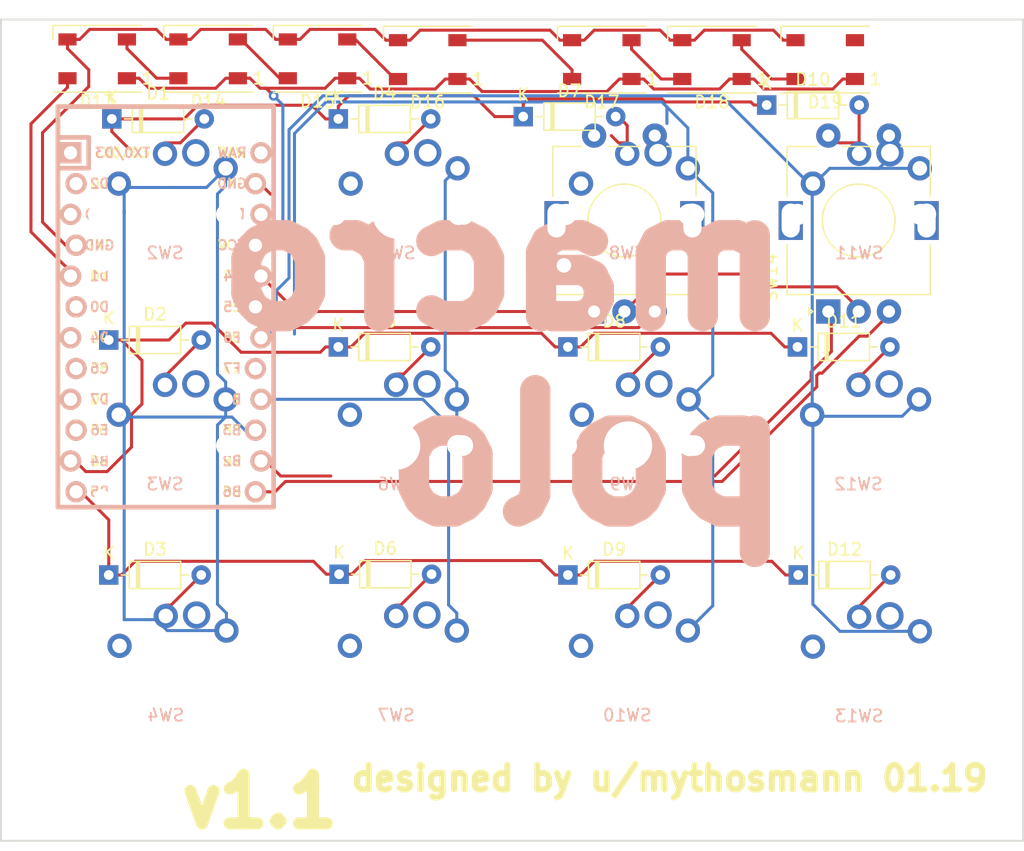
<source format=kicad_pcb>
(kicad_pcb (version 20171130) (host pcbnew "(5.0.2)-1")

  (general
    (thickness 1.6)
    (drawings 175)
    (tracks 308)
    (zones 0)
    (modules 34)
    (nets 34)
  )

  (page A4)
  (layers
    (0 F.Cu signal)
    (31 B.Cu signal)
    (32 B.Adhes user)
    (33 F.Adhes user)
    (34 B.Paste user)
    (35 F.Paste user)
    (36 B.SilkS user)
    (37 F.SilkS user)
    (38 B.Mask user)
    (39 F.Mask user)
    (40 Dwgs.User user)
    (41 Cmts.User user)
    (42 Eco1.User user)
    (43 Eco2.User user)
    (44 Edge.Cuts user)
    (45 Margin user)
    (46 B.CrtYd user)
    (47 F.CrtYd user)
    (48 B.Fab user)
    (49 F.Fab user)
  )

  (setup
    (last_trace_width 0.25)
    (trace_clearance 0.2)
    (zone_clearance 0.508)
    (zone_45_only no)
    (trace_min 0.2)
    (segment_width 0.2)
    (edge_width 0.15)
    (via_size 0.8)
    (via_drill 0.4)
    (via_min_size 0.4)
    (via_min_drill 0.3)
    (uvia_size 0.3)
    (uvia_drill 0.1)
    (uvias_allowed no)
    (uvia_min_size 0.2)
    (uvia_min_drill 0.1)
    (pcb_text_width 0.3)
    (pcb_text_size 1.5 1.5)
    (mod_edge_width 0.15)
    (mod_text_size 1 1)
    (mod_text_width 0.15)
    (pad_size 1.7018 1.7018)
    (pad_drill 1.7018)
    (pad_to_mask_clearance 0.051)
    (solder_mask_min_width 0.25)
    (aux_axis_origin 0 0)
    (visible_elements 7FFFFFFF)
    (pcbplotparams
      (layerselection 0x010fc_ffffffff)
      (usegerberextensions false)
      (usegerberattributes false)
      (usegerberadvancedattributes false)
      (creategerberjobfile false)
      (excludeedgelayer true)
      (linewidth 0.100000)
      (plotframeref false)
      (viasonmask false)
      (mode 1)
      (useauxorigin false)
      (hpglpennumber 1)
      (hpglpenspeed 20)
      (hpglpendiameter 15.000000)
      (psnegative false)
      (psa4output false)
      (plotreference true)
      (plotvalue true)
      (plotinvisibletext false)
      (padsonsilk false)
      (subtractmaskfromsilk false)
      (outputformat 1)
      (mirror false)
      (drillshape 0)
      (scaleselection 1)
      (outputdirectory "./gerberoutput"))
  )

  (net 0 "")
  (net 1 "Net-(D1-Pad1)")
  (net 2 "Net-(D1-Pad2)")
  (net 3 "Net-(D2-Pad2)")
  (net 4 "Net-(D11-Pad1)")
  (net 5 "Net-(D3-Pad2)")
  (net 6 "Net-(D12-Pad1)")
  (net 7 "Net-(D4-Pad2)")
  (net 8 "Net-(D5-Pad2)")
  (net 9 "Net-(D6-Pad2)")
  (net 10 "Net-(D7-Pad2)")
  (net 11 "Net-(D8-Pad2)")
  (net 12 "Net-(D9-Pad2)")
  (net 13 "Net-(D10-Pad2)")
  (net 14 "Net-(D11-Pad2)")
  (net 15 "Net-(D12-Pad2)")
  (net 16 "Net-(SW1-PadB)")
  (net 17 "Net-(SW1-PadC)")
  (net 18 "Net-(SW1-PadA)")
  (net 19 "Net-(SW2-Pad2)")
  (net 20 "Net-(SW5-Pad2)")
  (net 21 "Net-(SW11-Pad2)")
  (net 22 "Net-(SW14-PadA)")
  (net 23 "Net-(SW14-PadB)")
  (net 24 "Net-(D13-Pad3)")
  (net 25 "Net-(D13-Pad4)")
  (net 26 "Net-(D13-Pad2)")
  (net 27 "Net-(D13-Pad1)")
  (net 28 "Net-(D14-Pad2)")
  (net 29 "Net-(D15-Pad2)")
  (net 30 "Net-(D16-Pad2)")
  (net 31 "Net-(D17-Pad2)")
  (net 32 "Net-(D18-Pad2)")
  (net 33 "Net-(SW1-PadS2)")

  (net_class Default "This is the default net class."
    (clearance 0.2)
    (trace_width 0.25)
    (via_dia 0.8)
    (via_drill 0.4)
    (uvia_dia 0.3)
    (uvia_drill 0.1)
    (add_net "Net-(D1-Pad1)")
    (add_net "Net-(D1-Pad2)")
    (add_net "Net-(D10-Pad2)")
    (add_net "Net-(D11-Pad1)")
    (add_net "Net-(D11-Pad2)")
    (add_net "Net-(D12-Pad1)")
    (add_net "Net-(D12-Pad2)")
    (add_net "Net-(D13-Pad1)")
    (add_net "Net-(D13-Pad2)")
    (add_net "Net-(D13-Pad3)")
    (add_net "Net-(D13-Pad4)")
    (add_net "Net-(D14-Pad2)")
    (add_net "Net-(D15-Pad2)")
    (add_net "Net-(D16-Pad2)")
    (add_net "Net-(D17-Pad2)")
    (add_net "Net-(D18-Pad2)")
    (add_net "Net-(D2-Pad2)")
    (add_net "Net-(D3-Pad2)")
    (add_net "Net-(D4-Pad2)")
    (add_net "Net-(D5-Pad2)")
    (add_net "Net-(D6-Pad2)")
    (add_net "Net-(D7-Pad2)")
    (add_net "Net-(D8-Pad2)")
    (add_net "Net-(D9-Pad2)")
    (add_net "Net-(SW1-PadA)")
    (add_net "Net-(SW1-PadB)")
    (add_net "Net-(SW1-PadC)")
    (add_net "Net-(SW1-PadS2)")
    (add_net "Net-(SW11-Pad2)")
    (add_net "Net-(SW14-PadA)")
    (add_net "Net-(SW14-PadB)")
    (add_net "Net-(SW2-Pad2)")
    (add_net "Net-(SW5-Pad2)")
  )

  (module LED_SMD:LED_WS2812B_PLCC4_5.0x5.0mm_P3.2mm (layer F.Cu) (tedit 5AA4B285) (tstamp 5C62858E)
    (at 43.1165 21.082 180)
    (descr https://cdn-shop.adafruit.com/datasheets/WS2812B.pdf)
    (tags "LED RGB NeoPixel")
    (path /5C4B675F)
    (attr smd)
    (fp_text reference D14 (at 0 -3.5 180) (layer F.SilkS)
      (effects (font (size 1 1) (thickness 0.15)))
    )
    (fp_text value WS2812B (at 0 4 180) (layer F.Fab)
      (effects (font (size 1 1) (thickness 0.15)))
    )
    (fp_circle (center 0 0) (end 0 -2) (layer F.Fab) (width 0.1))
    (fp_line (start 3.65 2.75) (end 3.65 1.6) (layer F.SilkS) (width 0.12))
    (fp_line (start -3.65 2.75) (end 3.65 2.75) (layer F.SilkS) (width 0.12))
    (fp_line (start -3.65 -2.75) (end 3.65 -2.75) (layer F.SilkS) (width 0.12))
    (fp_line (start 2.5 -2.5) (end -2.5 -2.5) (layer F.Fab) (width 0.1))
    (fp_line (start 2.5 2.5) (end 2.5 -2.5) (layer F.Fab) (width 0.1))
    (fp_line (start -2.5 2.5) (end 2.5 2.5) (layer F.Fab) (width 0.1))
    (fp_line (start -2.5 -2.5) (end -2.5 2.5) (layer F.Fab) (width 0.1))
    (fp_line (start 2.5 1.5) (end 1.5 2.5) (layer F.Fab) (width 0.1))
    (fp_line (start -3.45 -2.75) (end -3.45 2.75) (layer F.CrtYd) (width 0.05))
    (fp_line (start -3.45 2.75) (end 3.45 2.75) (layer F.CrtYd) (width 0.05))
    (fp_line (start 3.45 2.75) (end 3.45 -2.75) (layer F.CrtYd) (width 0.05))
    (fp_line (start 3.45 -2.75) (end -3.45 -2.75) (layer F.CrtYd) (width 0.05))
    (fp_text user %R (at 0 0 180) (layer F.Fab)
      (effects (font (size 0.8 0.8) (thickness 0.15)))
    )
    (fp_text user 1 (at -4.15 -1.6 180) (layer F.SilkS)
      (effects (font (size 1 1) (thickness 0.15)))
    )
    (pad 1 smd rect (at -2.45 -1.6 180) (size 1.5 1) (layers F.Cu F.Paste F.Mask)
      (net 27 "Net-(D13-Pad1)"))
    (pad 2 smd rect (at -2.45 1.6 180) (size 1.5 1) (layers F.Cu F.Paste F.Mask)
      (net 28 "Net-(D14-Pad2)"))
    (pad 4 smd rect (at 2.45 -1.6 180) (size 1.5 1) (layers F.Cu F.Paste F.Mask)
      (net 26 "Net-(D13-Pad2)"))
    (pad 3 smd rect (at 2.45 1.6 180) (size 1.5 1) (layers F.Cu F.Paste F.Mask)
      (net 24 "Net-(D13-Pad3)"))
    (model ${KISYS3DMOD}/LED_SMD.3dshapes/LED_WS2812B_PLCC4_5.0x5.0mm_P3.2mm.wrl
      (at (xyz 0 0 0))
      (scale (xyz 1 1 1))
      (rotate (xyz 0 0 0))
    )
  )

  (module Keebio:ArduinoProMicro-ZigZag (layer F.Cu) (tedit 5BDF4FCE) (tstamp 5C74492E)
    (at 39.624 42.799 270)
    (path /5C48D120)
    (fp_text reference U1 (at 0 1.625 270) (layer F.SilkS) hide
      (effects (font (size 1 1) (thickness 0.2)))
    )
    (fp_text value ProMicro (at 0 0 270) (layer F.SilkS) hide
      (effects (font (size 1 1) (thickness 0.2)))
    )
    (fp_line (start -15.24 6.35) (end -15.24 8.89) (layer F.SilkS) (width 0.381))
    (fp_line (start -15.24 6.35) (end -15.24 8.89) (layer B.SilkS) (width 0.381))
    (fp_line (start -19.304 -3.556) (end -14.224 -3.556) (layer Dwgs.User) (width 0.2))
    (fp_line (start -19.304 3.81) (end -19.304 -3.556) (layer Dwgs.User) (width 0.2))
    (fp_line (start -14.224 3.81) (end -19.304 3.81) (layer Dwgs.User) (width 0.2))
    (fp_line (start -14.224 -3.556) (end -14.224 3.81) (layer Dwgs.User) (width 0.2))
    (fp_line (start -17.78 8.89) (end -15.24 8.89) (layer F.SilkS) (width 0.381))
    (fp_line (start -17.78 -8.89) (end -17.78 8.89) (layer F.SilkS) (width 0.381))
    (fp_line (start -15.24 -8.89) (end -17.78 -8.89) (layer F.SilkS) (width 0.381))
    (fp_line (start -17.78 -8.89) (end -17.78 8.89) (layer B.SilkS) (width 0.381))
    (fp_line (start -17.78 8.89) (end 15.24 8.89) (layer B.SilkS) (width 0.381))
    (fp_line (start 15.24 8.89) (end 15.24 -8.89) (layer B.SilkS) (width 0.381))
    (fp_line (start 15.24 -8.89) (end -17.78 -8.89) (layer B.SilkS) (width 0.381))
    (fp_poly (pts (xy -9.35097 -5.844635) (xy -9.25097 -5.844635) (xy -9.25097 -6.344635) (xy -9.35097 -6.344635)) (layer B.SilkS) (width 0.15))
    (fp_poly (pts (xy -9.35097 -5.844635) (xy -9.05097 -5.844635) (xy -9.05097 -5.944635) (xy -9.35097 -5.944635)) (layer B.SilkS) (width 0.15))
    (fp_poly (pts (xy -8.75097 -5.844635) (xy -8.55097 -5.844635) (xy -8.55097 -5.944635) (xy -8.75097 -5.944635)) (layer B.SilkS) (width 0.15))
    (fp_poly (pts (xy -9.35097 -6.244635) (xy -8.55097 -6.244635) (xy -8.55097 -6.344635) (xy -9.35097 -6.344635)) (layer B.SilkS) (width 0.15))
    (fp_poly (pts (xy -8.95097 -6.044635) (xy -8.85097 -6.044635) (xy -8.85097 -6.144635) (xy -8.95097 -6.144635)) (layer B.SilkS) (width 0.15))
    (fp_text user ST (at -8.91 -5.04) (layer B.SilkS)
      (effects (font (size 0.8 0.8) (thickness 0.15)) (justify mirror))
    )
    (fp_poly (pts (xy -8.76064 -4.931568) (xy -8.56064 -4.931568) (xy -8.56064 -4.831568) (xy -8.76064 -4.831568)) (layer F.SilkS) (width 0.15))
    (fp_poly (pts (xy -9.36064 -4.531568) (xy -8.56064 -4.531568) (xy -8.56064 -4.431568) (xy -9.36064 -4.431568)) (layer F.SilkS) (width 0.15))
    (fp_poly (pts (xy -9.36064 -4.931568) (xy -9.26064 -4.931568) (xy -9.26064 -4.431568) (xy -9.36064 -4.431568)) (layer F.SilkS) (width 0.15))
    (fp_poly (pts (xy -8.96064 -4.731568) (xy -8.86064 -4.731568) (xy -8.86064 -4.631568) (xy -8.96064 -4.631568)) (layer F.SilkS) (width 0.15))
    (fp_poly (pts (xy -9.36064 -4.931568) (xy -9.06064 -4.931568) (xy -9.06064 -4.831568) (xy -9.36064 -4.831568)) (layer F.SilkS) (width 0.15))
    (fp_line (start -12.7 6.35) (end -12.7 8.89) (layer F.SilkS) (width 0.381))
    (fp_line (start -15.24 6.35) (end -12.7 6.35) (layer F.SilkS) (width 0.381))
    (fp_line (start 15.24 -8.89) (end -15.24 -8.89) (layer F.SilkS) (width 0.381))
    (fp_line (start 15.24 8.89) (end 15.24 -8.89) (layer F.SilkS) (width 0.381))
    (fp_line (start -15.24 8.89) (end 15.24 8.89) (layer F.SilkS) (width 0.381))
    (fp_text user TX0/D3 (at -13.97 3.571872) (layer F.SilkS)
      (effects (font (size 0.8 0.8) (thickness 0.15)))
    )
    (fp_text user TX0/D3 (at -13.97 3.571872) (layer B.SilkS)
      (effects (font (size 0.8 0.8) (thickness 0.15)) (justify mirror))
    )
    (fp_text user D2 (at -11.43 5.461) (layer F.SilkS)
      (effects (font (size 0.8 0.8) (thickness 0.15)))
    )
    (fp_text user D0 (at -1.27 5.461) (layer F.SilkS)
      (effects (font (size 0.8 0.8) (thickness 0.15)))
    )
    (fp_text user D1 (at -3.81 5.461) (layer F.SilkS)
      (effects (font (size 0.8 0.8) (thickness 0.15)))
    )
    (fp_text user GND (at -6.35 5.461) (layer F.SilkS)
      (effects (font (size 0.8 0.8) (thickness 0.15)))
    )
    (fp_text user GND (at -8.89 5.461) (layer F.SilkS)
      (effects (font (size 0.8 0.8) (thickness 0.15)))
    )
    (fp_text user D4 (at 1.27 5.461) (layer F.SilkS)
      (effects (font (size 0.8 0.8) (thickness 0.15)))
    )
    (fp_text user C6 (at 3.81 5.461) (layer F.SilkS)
      (effects (font (size 0.8 0.8) (thickness 0.15)))
    )
    (fp_text user D7 (at 6.35 5.461) (layer F.SilkS)
      (effects (font (size 0.8 0.8) (thickness 0.15)))
    )
    (fp_text user E6 (at 8.89 5.461) (layer F.SilkS)
      (effects (font (size 0.8 0.8) (thickness 0.15)))
    )
    (fp_text user B4 (at 11.43 5.461) (layer F.SilkS)
      (effects (font (size 0.8 0.8) (thickness 0.15)))
    )
    (fp_text user B5 (at 13.97 5.461) (layer F.SilkS)
      (effects (font (size 0.8 0.8) (thickness 0.15)))
    )
    (fp_text user B6 (at 13.97 -5.461) (layer F.SilkS)
      (effects (font (size 0.8 0.8) (thickness 0.15)))
    )
    (fp_text user B2 (at 11.43 -5.461) (layer B.SilkS)
      (effects (font (size 0.8 0.8) (thickness 0.15)) (justify mirror))
    )
    (fp_text user B3 (at 8.89 -5.461) (layer F.SilkS)
      (effects (font (size 0.8 0.8) (thickness 0.15)))
    )
    (fp_text user B1 (at 6.35 -5.461) (layer F.SilkS)
      (effects (font (size 0.8 0.8) (thickness 0.15)))
    )
    (fp_text user F7 (at 3.81 -5.461) (layer B.SilkS)
      (effects (font (size 0.8 0.8) (thickness 0.15)) (justify mirror))
    )
    (fp_text user F6 (at 1.27 -5.461) (layer B.SilkS)
      (effects (font (size 0.8 0.8) (thickness 0.15)) (justify mirror))
    )
    (fp_text user F5 (at -1.27 -5.461) (layer B.SilkS)
      (effects (font (size 0.8 0.8) (thickness 0.15)) (justify mirror))
    )
    (fp_text user F4 (at -3.81 -5.461) (layer F.SilkS)
      (effects (font (size 0.8 0.8) (thickness 0.15)))
    )
    (fp_text user VCC (at -6.35 -5.461) (layer F.SilkS)
      (effects (font (size 0.8 0.8) (thickness 0.15)))
    )
    (fp_text user ST (at -8.92 -5.73312) (layer F.SilkS)
      (effects (font (size 0.8 0.8) (thickness 0.15)))
    )
    (fp_text user GND (at -11.43 -5.461) (layer F.SilkS)
      (effects (font (size 0.8 0.8) (thickness 0.15)))
    )
    (fp_text user RAW (at -13.97 -5.461) (layer F.SilkS)
      (effects (font (size 0.8 0.8) (thickness 0.15)))
    )
    (fp_text user RAW (at -13.97 -5.461) (layer B.SilkS)
      (effects (font (size 0.8 0.8) (thickness 0.15)) (justify mirror))
    )
    (fp_text user GND (at -11.43 -5.461) (layer B.SilkS)
      (effects (font (size 0.8 0.8) (thickness 0.15)) (justify mirror))
    )
    (fp_text user VCC (at -6.35 -5.461) (layer B.SilkS)
      (effects (font (size 0.8 0.8) (thickness 0.15)) (justify mirror))
    )
    (fp_text user F4 (at -3.81 -5.461) (layer B.SilkS)
      (effects (font (size 0.8 0.8) (thickness 0.15)) (justify mirror))
    )
    (fp_text user F5 (at -1.27 -5.461) (layer F.SilkS)
      (effects (font (size 0.8 0.8) (thickness 0.15)))
    )
    (fp_text user F6 (at 1.27 -5.461) (layer F.SilkS)
      (effects (font (size 0.8 0.8) (thickness 0.15)))
    )
    (fp_text user F7 (at 3.81 -5.461) (layer F.SilkS)
      (effects (font (size 0.8 0.8) (thickness 0.15)))
    )
    (fp_text user B1 (at 6.35 -5.461) (layer B.SilkS)
      (effects (font (size 0.8 0.8) (thickness 0.15)) (justify mirror))
    )
    (fp_text user B3 (at 8.89 -5.461) (layer B.SilkS)
      (effects (font (size 0.8 0.8) (thickness 0.15)) (justify mirror))
    )
    (fp_text user B2 (at 11.43 -5.461) (layer F.SilkS)
      (effects (font (size 0.8 0.8) (thickness 0.15)))
    )
    (fp_text user B6 (at 13.97 -5.461) (layer B.SilkS)
      (effects (font (size 0.8 0.8) (thickness 0.15)) (justify mirror))
    )
    (fp_text user B5 (at 13.97 5.461) (layer B.SilkS)
      (effects (font (size 0.8 0.8) (thickness 0.15)) (justify mirror))
    )
    (fp_text user B4 (at 11.43 5.461) (layer B.SilkS)
      (effects (font (size 0.8 0.8) (thickness 0.15)) (justify mirror))
    )
    (fp_text user E6 (at 8.89 5.461) (layer B.SilkS)
      (effects (font (size 0.8 0.8) (thickness 0.15)) (justify mirror))
    )
    (fp_text user D7 (at 6.35 5.461) (layer B.SilkS)
      (effects (font (size 0.8 0.8) (thickness 0.15)) (justify mirror))
    )
    (fp_text user C6 (at 3.81 5.461) (layer B.SilkS)
      (effects (font (size 0.8 0.8) (thickness 0.15)) (justify mirror))
    )
    (fp_text user D4 (at 1.27 5.461) (layer B.SilkS)
      (effects (font (size 0.8 0.8) (thickness 0.15)) (justify mirror))
    )
    (fp_text user GND (at -8.89 5.461) (layer B.SilkS)
      (effects (font (size 0.8 0.8) (thickness 0.15)) (justify mirror))
    )
    (fp_text user GND (at -6.35 5.461) (layer B.SilkS)
      (effects (font (size 0.8 0.8) (thickness 0.15)) (justify mirror))
    )
    (fp_text user D1 (at -3.81 5.461) (layer B.SilkS)
      (effects (font (size 0.8 0.8) (thickness 0.15)) (justify mirror))
    )
    (fp_text user D0 (at -1.27 5.461) (layer B.SilkS)
      (effects (font (size 0.8 0.8) (thickness 0.15)) (justify mirror))
    )
    (fp_text user D2 (at -11.43 5.461) (layer B.SilkS)
      (effects (font (size 0.8 0.8) (thickness 0.15)) (justify mirror))
    )
    (fp_line (start -15.24 6.35) (end -12.7 6.35) (layer B.SilkS) (width 0.381))
    (fp_line (start -12.7 6.35) (end -12.7 8.89) (layer B.SilkS) (width 0.381))
    (pad 24 thru_hole circle (at -13.97 -7.8486 270) (size 1.7526 1.7526) (drill 1.0922) (layers *.Cu *.SilkS *.Mask))
    (pad 12 thru_hole circle (at 13.97 7.3914 270) (size 1.7526 1.7526) (drill 1.0922) (layers *.Cu *.SilkS *.Mask)
      (net 6 "Net-(D12-Pad1)"))
    (pad 23 thru_hole circle (at -11.43 -7.3914 270) (size 1.7526 1.7526) (drill 1.0922) (layers *.Cu *.SilkS *.Mask)
      (net 17 "Net-(SW1-PadC)"))
    (pad 22 thru_hole circle (at -8.89 -7.8486 270) (size 1.7526 1.7526) (drill 1.0922) (layers *.Cu *.SilkS *.Mask))
    (pad 21 thru_hole circle (at -6.35 -7.3914 270) (size 1.7526 1.7526) (drill 1.0922) (layers *.Cu *.SilkS *.Mask)
      (net 27 "Net-(D13-Pad1)"))
    (pad 20 thru_hole circle (at -3.81 -7.8486 270) (size 1.7526 1.7526) (drill 1.0922) (layers *.Cu *.SilkS *.Mask)
      (net 18 "Net-(SW1-PadA)"))
    (pad 19 thru_hole circle (at -1.27 -7.3914 270) (size 1.7526 1.7526) (drill 1.0922) (layers *.Cu *.SilkS *.Mask)
      (net 16 "Net-(SW1-PadB)"))
    (pad 18 thru_hole circle (at 1.27 -7.8486 270) (size 1.7526 1.7526) (drill 1.0922) (layers *.Cu *.SilkS *.Mask)
      (net 21 "Net-(SW11-Pad2)"))
    (pad 17 thru_hole circle (at 3.81 -7.3914 270) (size 1.7526 1.7526) (drill 1.0922) (layers *.Cu *.SilkS *.Mask)
      (net 33 "Net-(SW1-PadS2)"))
    (pad 16 thru_hole circle (at 6.35 -7.8486 270) (size 1.7526 1.7526) (drill 1.0922) (layers *.Cu *.SilkS *.Mask)
      (net 20 "Net-(SW5-Pad2)"))
    (pad 15 thru_hole circle (at 8.89 -7.3914 270) (size 1.7526 1.7526) (drill 1.0922) (layers *.Cu *.SilkS *.Mask)
      (net 19 "Net-(SW2-Pad2)"))
    (pad 14 thru_hole circle (at 11.43 -7.8486 270) (size 1.7526 1.7526) (drill 1.0922) (layers *.Cu *.SilkS *.Mask)
      (net 22 "Net-(SW14-PadA)"))
    (pad 13 thru_hole circle (at 13.97 -7.3914 270) (size 1.7526 1.7526) (drill 1.0922) (layers *.Cu *.SilkS *.Mask)
      (net 23 "Net-(SW14-PadB)"))
    (pad 11 thru_hole circle (at 11.43 7.8486 270) (size 1.7526 1.7526) (drill 1.0922) (layers *.Cu *.SilkS *.Mask)
      (net 4 "Net-(D11-Pad1)"))
    (pad 10 thru_hole circle (at 8.89 7.3914 270) (size 1.7526 1.7526) (drill 1.0922) (layers *.Cu *.SilkS *.Mask))
    (pad 9 thru_hole circle (at 6.35 7.8486 270) (size 1.7526 1.7526) (drill 1.0922) (layers *.Cu *.SilkS *.Mask))
    (pad 8 thru_hole circle (at 3.81 7.3914 270) (size 1.7526 1.7526) (drill 1.0922) (layers *.Cu *.SilkS *.Mask))
    (pad 7 thru_hole circle (at 1.27 7.8486 270) (size 1.7526 1.7526) (drill 1.0922) (layers *.Cu *.SilkS *.Mask)
      (net 1 "Net-(D1-Pad1)"))
    (pad 6 thru_hole circle (at -1.27 7.3914 270) (size 1.7526 1.7526) (drill 1.0922) (layers *.Cu *.SilkS *.Mask))
    (pad 5 thru_hole circle (at -3.81 7.8486 270) (size 1.7526 1.7526) (drill 1.0922) (layers *.Cu *.SilkS *.Mask)
      (net 25 "Net-(D13-Pad4)"))
    (pad 4 thru_hole circle (at -6.35 7.3914 270) (size 1.7526 1.7526) (drill 1.0922) (layers *.Cu *.SilkS *.Mask)
      (net 24 "Net-(D13-Pad3)"))
    (pad 3 thru_hole circle (at -8.89 7.8486 270) (size 1.7526 1.7526) (drill 1.0922) (layers *.Cu *.SilkS *.Mask))
    (pad 2 thru_hole circle (at -11.43 7.3914 270) (size 1.7526 1.7526) (drill 1.0922) (layers *.Cu *.SilkS *.Mask))
    (pad 1 thru_hole rect (at -13.97 7.8486 270) (size 1.7526 1.7526) (drill 1.0922) (layers *.Cu *.SilkS *.Mask))
    (model /Users/danny/Documents/proj/custom-keyboard/kicad-libs/3d_models/ArduinoProMicro.wrl
      (offset (xyz -13.96999979019165 -7.619999885559082 -5.841999912261963))
      (scale (xyz 0.395 0.395 0.395))
      (rotate (xyz 90 180 180))
    )
  )

  (module Diode_THT:D_DO-35_SOD27_P7.62mm_Horizontal (layer F.Cu) (tedit 5AE50CD5) (tstamp 5C4B70D0)
    (at 91.694 44.831)
    (descr "Diode, DO-35_SOD27 series, Axial, Horizontal, pin pitch=7.62mm, , length*diameter=4*2mm^2, , http://www.diodes.com/_files/packages/DO-35.pdf")
    (tags "Diode DO-35_SOD27 series Axial Horizontal pin pitch 7.62mm  length 4mm diameter 2mm")
    (path /5C48E742)
    (fp_text reference D11 (at 3.81 -2.12) (layer F.SilkS)
      (effects (font (size 1 1) (thickness 0.15)))
    )
    (fp_text value D (at 3.81 2.12) (layer F.Fab)
      (effects (font (size 1 1) (thickness 0.15)))
    )
    (fp_line (start 1.81 -1) (end 1.81 1) (layer F.Fab) (width 0.1))
    (fp_line (start 1.81 1) (end 5.81 1) (layer F.Fab) (width 0.1))
    (fp_line (start 5.81 1) (end 5.81 -1) (layer F.Fab) (width 0.1))
    (fp_line (start 5.81 -1) (end 1.81 -1) (layer F.Fab) (width 0.1))
    (fp_line (start 0 0) (end 1.81 0) (layer F.Fab) (width 0.1))
    (fp_line (start 7.62 0) (end 5.81 0) (layer F.Fab) (width 0.1))
    (fp_line (start 2.41 -1) (end 2.41 1) (layer F.Fab) (width 0.1))
    (fp_line (start 2.51 -1) (end 2.51 1) (layer F.Fab) (width 0.1))
    (fp_line (start 2.31 -1) (end 2.31 1) (layer F.Fab) (width 0.1))
    (fp_line (start 1.69 -1.12) (end 1.69 1.12) (layer F.SilkS) (width 0.12))
    (fp_line (start 1.69 1.12) (end 5.93 1.12) (layer F.SilkS) (width 0.12))
    (fp_line (start 5.93 1.12) (end 5.93 -1.12) (layer F.SilkS) (width 0.12))
    (fp_line (start 5.93 -1.12) (end 1.69 -1.12) (layer F.SilkS) (width 0.12))
    (fp_line (start 1.04 0) (end 1.69 0) (layer F.SilkS) (width 0.12))
    (fp_line (start 6.58 0) (end 5.93 0) (layer F.SilkS) (width 0.12))
    (fp_line (start 2.41 -1.12) (end 2.41 1.12) (layer F.SilkS) (width 0.12))
    (fp_line (start 2.53 -1.12) (end 2.53 1.12) (layer F.SilkS) (width 0.12))
    (fp_line (start 2.29 -1.12) (end 2.29 1.12) (layer F.SilkS) (width 0.12))
    (fp_line (start -1.05 -1.25) (end -1.05 1.25) (layer F.CrtYd) (width 0.05))
    (fp_line (start -1.05 1.25) (end 8.67 1.25) (layer F.CrtYd) (width 0.05))
    (fp_line (start 8.67 1.25) (end 8.67 -1.25) (layer F.CrtYd) (width 0.05))
    (fp_line (start 8.67 -1.25) (end -1.05 -1.25) (layer F.CrtYd) (width 0.05))
    (fp_text user %R (at 4.11 0) (layer F.Fab)
      (effects (font (size 0.8 0.8) (thickness 0.12)))
    )
    (fp_text user K (at 0 -1.8) (layer F.Fab)
      (effects (font (size 1 1) (thickness 0.15)))
    )
    (fp_text user K (at 0 -1.8) (layer F.SilkS)
      (effects (font (size 1 1) (thickness 0.15)))
    )
    (pad 1 thru_hole rect (at 0 0) (size 1.6 1.6) (drill 0.8) (layers *.Cu *.Mask)
      (net 4 "Net-(D11-Pad1)"))
    (pad 2 thru_hole oval (at 7.62 0) (size 1.6 1.6) (drill 0.8) (layers *.Cu *.Mask)
      (net 14 "Net-(D11-Pad2)"))
    (model ${KISYS3DMOD}/Diode_THT.3dshapes/D_DO-35_SOD27_P7.62mm_Horizontal.wrl
      (at (xyz 0 0 0))
      (scale (xyz 1 1 1))
      (rotate (xyz 0 0 0))
    )
  )

  (module Diode_THT:D_DO-35_SOD27_P7.62mm_Horizontal (layer F.Cu) (tedit 5AE50CD5) (tstamp 5C628A97)
    (at 35.179 26.035)
    (descr "Diode, DO-35_SOD27 series, Axial, Horizontal, pin pitch=7.62mm, , length*diameter=4*2mm^2, , http://www.diodes.com/_files/packages/DO-35.pdf")
    (tags "Diode DO-35_SOD27 series Axial Horizontal pin pitch 7.62mm  length 4mm diameter 2mm")
    (path /5C48D34A)
    (fp_text reference D1 (at 3.81 -2.12) (layer F.SilkS)
      (effects (font (size 1 1) (thickness 0.15)))
    )
    (fp_text value D (at 3.81 2.12) (layer F.Fab)
      (effects (font (size 1 1) (thickness 0.15)))
    )
    (fp_line (start 1.81 -1) (end 1.81 1) (layer F.Fab) (width 0.1))
    (fp_line (start 1.81 1) (end 5.81 1) (layer F.Fab) (width 0.1))
    (fp_line (start 5.81 1) (end 5.81 -1) (layer F.Fab) (width 0.1))
    (fp_line (start 5.81 -1) (end 1.81 -1) (layer F.Fab) (width 0.1))
    (fp_line (start 0 0) (end 1.81 0) (layer F.Fab) (width 0.1))
    (fp_line (start 7.62 0) (end 5.81 0) (layer F.Fab) (width 0.1))
    (fp_line (start 2.41 -1) (end 2.41 1) (layer F.Fab) (width 0.1))
    (fp_line (start 2.51 -1) (end 2.51 1) (layer F.Fab) (width 0.1))
    (fp_line (start 2.31 -1) (end 2.31 1) (layer F.Fab) (width 0.1))
    (fp_line (start 1.69 -1.12) (end 1.69 1.12) (layer F.SilkS) (width 0.12))
    (fp_line (start 1.69 1.12) (end 5.93 1.12) (layer F.SilkS) (width 0.12))
    (fp_line (start 5.93 1.12) (end 5.93 -1.12) (layer F.SilkS) (width 0.12))
    (fp_line (start 5.93 -1.12) (end 1.69 -1.12) (layer F.SilkS) (width 0.12))
    (fp_line (start 1.04 0) (end 1.69 0) (layer F.SilkS) (width 0.12))
    (fp_line (start 6.58 0) (end 5.93 0) (layer F.SilkS) (width 0.12))
    (fp_line (start 2.41 -1.12) (end 2.41 1.12) (layer F.SilkS) (width 0.12))
    (fp_line (start 2.53 -1.12) (end 2.53 1.12) (layer F.SilkS) (width 0.12))
    (fp_line (start 2.29 -1.12) (end 2.29 1.12) (layer F.SilkS) (width 0.12))
    (fp_line (start -1.05 -1.25) (end -1.05 1.25) (layer F.CrtYd) (width 0.05))
    (fp_line (start -1.05 1.25) (end 8.67 1.25) (layer F.CrtYd) (width 0.05))
    (fp_line (start 8.67 1.25) (end 8.67 -1.25) (layer F.CrtYd) (width 0.05))
    (fp_line (start 8.67 -1.25) (end -1.05 -1.25) (layer F.CrtYd) (width 0.05))
    (fp_text user %R (at 4.11 0) (layer F.Fab)
      (effects (font (size 0.8 0.8) (thickness 0.12)))
    )
    (fp_text user K (at 0 -1.8) (layer F.Fab)
      (effects (font (size 1 1) (thickness 0.15)))
    )
    (fp_text user K (at 0 -1.8) (layer F.SilkS)
      (effects (font (size 1 1) (thickness 0.15)))
    )
    (pad 1 thru_hole rect (at 0 0) (size 1.6 1.6) (drill 0.8) (layers *.Cu *.Mask)
      (net 1 "Net-(D1-Pad1)"))
    (pad 2 thru_hole oval (at 7.62 0) (size 1.6 1.6) (drill 0.8) (layers *.Cu *.Mask)
      (net 2 "Net-(D1-Pad2)"))
    (model ${KISYS3DMOD}/Diode_THT.3dshapes/D_DO-35_SOD27_P7.62mm_Horizontal.wrl
      (at (xyz 0 0 0))
      (scale (xyz 1 1 1))
      (rotate (xyz 0 0 0))
    )
  )

  (module Diode_THT:D_DO-35_SOD27_P7.62mm_Horizontal (layer F.Cu) (tedit 5AE50CD5) (tstamp 5C628B48)
    (at 34.925 44.2595)
    (descr "Diode, DO-35_SOD27 series, Axial, Horizontal, pin pitch=7.62mm, , length*diameter=4*2mm^2, , http://www.diodes.com/_files/packages/DO-35.pdf")
    (tags "Diode DO-35_SOD27 series Axial Horizontal pin pitch 7.62mm  length 4mm diameter 2mm")
    (path /5C48E4EF)
    (fp_text reference D2 (at 3.81 -2.12) (layer F.SilkS)
      (effects (font (size 1 1) (thickness 0.15)))
    )
    (fp_text value D (at 3.81 2.12) (layer F.Fab)
      (effects (font (size 1 1) (thickness 0.15)))
    )
    (fp_text user K (at 0 -1.8) (layer F.SilkS)
      (effects (font (size 1 1) (thickness 0.15)))
    )
    (fp_text user K (at 0 -1.8) (layer F.Fab)
      (effects (font (size 1 1) (thickness 0.15)))
    )
    (fp_text user %R (at 4.11 0) (layer F.Fab)
      (effects (font (size 0.8 0.8) (thickness 0.12)))
    )
    (fp_line (start 8.67 -1.25) (end -1.05 -1.25) (layer F.CrtYd) (width 0.05))
    (fp_line (start 8.67 1.25) (end 8.67 -1.25) (layer F.CrtYd) (width 0.05))
    (fp_line (start -1.05 1.25) (end 8.67 1.25) (layer F.CrtYd) (width 0.05))
    (fp_line (start -1.05 -1.25) (end -1.05 1.25) (layer F.CrtYd) (width 0.05))
    (fp_line (start 2.29 -1.12) (end 2.29 1.12) (layer F.SilkS) (width 0.12))
    (fp_line (start 2.53 -1.12) (end 2.53 1.12) (layer F.SilkS) (width 0.12))
    (fp_line (start 2.41 -1.12) (end 2.41 1.12) (layer F.SilkS) (width 0.12))
    (fp_line (start 6.58 0) (end 5.93 0) (layer F.SilkS) (width 0.12))
    (fp_line (start 1.04 0) (end 1.69 0) (layer F.SilkS) (width 0.12))
    (fp_line (start 5.93 -1.12) (end 1.69 -1.12) (layer F.SilkS) (width 0.12))
    (fp_line (start 5.93 1.12) (end 5.93 -1.12) (layer F.SilkS) (width 0.12))
    (fp_line (start 1.69 1.12) (end 5.93 1.12) (layer F.SilkS) (width 0.12))
    (fp_line (start 1.69 -1.12) (end 1.69 1.12) (layer F.SilkS) (width 0.12))
    (fp_line (start 2.31 -1) (end 2.31 1) (layer F.Fab) (width 0.1))
    (fp_line (start 2.51 -1) (end 2.51 1) (layer F.Fab) (width 0.1))
    (fp_line (start 2.41 -1) (end 2.41 1) (layer F.Fab) (width 0.1))
    (fp_line (start 7.62 0) (end 5.81 0) (layer F.Fab) (width 0.1))
    (fp_line (start 0 0) (end 1.81 0) (layer F.Fab) (width 0.1))
    (fp_line (start 5.81 -1) (end 1.81 -1) (layer F.Fab) (width 0.1))
    (fp_line (start 5.81 1) (end 5.81 -1) (layer F.Fab) (width 0.1))
    (fp_line (start 1.81 1) (end 5.81 1) (layer F.Fab) (width 0.1))
    (fp_line (start 1.81 -1) (end 1.81 1) (layer F.Fab) (width 0.1))
    (pad 2 thru_hole oval (at 7.62 0) (size 1.6 1.6) (drill 0.8) (layers *.Cu *.Mask)
      (net 3 "Net-(D2-Pad2)"))
    (pad 1 thru_hole rect (at 0 0) (size 1.6 1.6) (drill 0.8) (layers *.Cu *.Mask)
      (net 4 "Net-(D11-Pad1)"))
    (model ${KISYS3DMOD}/Diode_THT.3dshapes/D_DO-35_SOD27_P7.62mm_Horizontal.wrl
      (at (xyz 0 0 0))
      (scale (xyz 1 1 1))
      (rotate (xyz 0 0 0))
    )
  )

  (module Diode_THT:D_DO-35_SOD27_P7.62mm_Horizontal (layer F.Cu) (tedit 5AE50CD5) (tstamp 5C628821)
    (at 34.925 63.627)
    (descr "Diode, DO-35_SOD27 series, Axial, Horizontal, pin pitch=7.62mm, , length*diameter=4*2mm^2, , http://www.diodes.com/_files/packages/DO-35.pdf")
    (tags "Diode DO-35_SOD27 series Axial Horizontal pin pitch 7.62mm  length 4mm diameter 2mm")
    (path /5C48E87E)
    (fp_text reference D3 (at 3.81 -2.12) (layer F.SilkS)
      (effects (font (size 1 1) (thickness 0.15)))
    )
    (fp_text value D (at 3.81 2.12) (layer F.Fab)
      (effects (font (size 1 1) (thickness 0.15)))
    )
    (fp_text user K (at 0 -1.8) (layer F.SilkS)
      (effects (font (size 1 1) (thickness 0.15)))
    )
    (fp_text user K (at 0 -1.8) (layer F.Fab)
      (effects (font (size 1 1) (thickness 0.15)))
    )
    (fp_text user %R (at 4.11 0) (layer F.Fab)
      (effects (font (size 0.8 0.8) (thickness 0.12)))
    )
    (fp_line (start 8.67 -1.25) (end -1.05 -1.25) (layer F.CrtYd) (width 0.05))
    (fp_line (start 8.67 1.25) (end 8.67 -1.25) (layer F.CrtYd) (width 0.05))
    (fp_line (start -1.05 1.25) (end 8.67 1.25) (layer F.CrtYd) (width 0.05))
    (fp_line (start -1.05 -1.25) (end -1.05 1.25) (layer F.CrtYd) (width 0.05))
    (fp_line (start 2.29 -1.12) (end 2.29 1.12) (layer F.SilkS) (width 0.12))
    (fp_line (start 2.53 -1.12) (end 2.53 1.12) (layer F.SilkS) (width 0.12))
    (fp_line (start 2.41 -1.12) (end 2.41 1.12) (layer F.SilkS) (width 0.12))
    (fp_line (start 6.58 0) (end 5.93 0) (layer F.SilkS) (width 0.12))
    (fp_line (start 1.04 0) (end 1.69 0) (layer F.SilkS) (width 0.12))
    (fp_line (start 5.93 -1.12) (end 1.69 -1.12) (layer F.SilkS) (width 0.12))
    (fp_line (start 5.93 1.12) (end 5.93 -1.12) (layer F.SilkS) (width 0.12))
    (fp_line (start 1.69 1.12) (end 5.93 1.12) (layer F.SilkS) (width 0.12))
    (fp_line (start 1.69 -1.12) (end 1.69 1.12) (layer F.SilkS) (width 0.12))
    (fp_line (start 2.31 -1) (end 2.31 1) (layer F.Fab) (width 0.1))
    (fp_line (start 2.51 -1) (end 2.51 1) (layer F.Fab) (width 0.1))
    (fp_line (start 2.41 -1) (end 2.41 1) (layer F.Fab) (width 0.1))
    (fp_line (start 7.62 0) (end 5.81 0) (layer F.Fab) (width 0.1))
    (fp_line (start 0 0) (end 1.81 0) (layer F.Fab) (width 0.1))
    (fp_line (start 5.81 -1) (end 1.81 -1) (layer F.Fab) (width 0.1))
    (fp_line (start 5.81 1) (end 5.81 -1) (layer F.Fab) (width 0.1))
    (fp_line (start 1.81 1) (end 5.81 1) (layer F.Fab) (width 0.1))
    (fp_line (start 1.81 -1) (end 1.81 1) (layer F.Fab) (width 0.1))
    (pad 2 thru_hole oval (at 7.62 0) (size 1.6 1.6) (drill 0.8) (layers *.Cu *.Mask)
      (net 5 "Net-(D3-Pad2)"))
    (pad 1 thru_hole rect (at 0 0) (size 1.6 1.6) (drill 0.8) (layers *.Cu *.Mask)
      (net 6 "Net-(D12-Pad1)"))
    (model ${KISYS3DMOD}/Diode_THT.3dshapes/D_DO-35_SOD27_P7.62mm_Horizontal.wrl
      (at (xyz 0 0 0))
      (scale (xyz 1 1 1))
      (rotate (xyz 0 0 0))
    )
  )

  (module Diode_THT:D_DO-35_SOD27_P7.62mm_Horizontal (layer F.Cu) (tedit 5AE50CD5) (tstamp 5C628A3D)
    (at 53.848 26.035)
    (descr "Diode, DO-35_SOD27 series, Axial, Horizontal, pin pitch=7.62mm, , length*diameter=4*2mm^2, , http://www.diodes.com/_files/packages/DO-35.pdf")
    (tags "Diode DO-35_SOD27 series Axial Horizontal pin pitch 7.62mm  length 4mm diameter 2mm")
    (path /5C48E2D4)
    (fp_text reference D4 (at 3.81 -2.12) (layer F.SilkS)
      (effects (font (size 1 1) (thickness 0.15)))
    )
    (fp_text value D (at 3.81 2.12) (layer F.Fab)
      (effects (font (size 1 1) (thickness 0.15)))
    )
    (fp_line (start 1.81 -1) (end 1.81 1) (layer F.Fab) (width 0.1))
    (fp_line (start 1.81 1) (end 5.81 1) (layer F.Fab) (width 0.1))
    (fp_line (start 5.81 1) (end 5.81 -1) (layer F.Fab) (width 0.1))
    (fp_line (start 5.81 -1) (end 1.81 -1) (layer F.Fab) (width 0.1))
    (fp_line (start 0 0) (end 1.81 0) (layer F.Fab) (width 0.1))
    (fp_line (start 7.62 0) (end 5.81 0) (layer F.Fab) (width 0.1))
    (fp_line (start 2.41 -1) (end 2.41 1) (layer F.Fab) (width 0.1))
    (fp_line (start 2.51 -1) (end 2.51 1) (layer F.Fab) (width 0.1))
    (fp_line (start 2.31 -1) (end 2.31 1) (layer F.Fab) (width 0.1))
    (fp_line (start 1.69 -1.12) (end 1.69 1.12) (layer F.SilkS) (width 0.12))
    (fp_line (start 1.69 1.12) (end 5.93 1.12) (layer F.SilkS) (width 0.12))
    (fp_line (start 5.93 1.12) (end 5.93 -1.12) (layer F.SilkS) (width 0.12))
    (fp_line (start 5.93 -1.12) (end 1.69 -1.12) (layer F.SilkS) (width 0.12))
    (fp_line (start 1.04 0) (end 1.69 0) (layer F.SilkS) (width 0.12))
    (fp_line (start 6.58 0) (end 5.93 0) (layer F.SilkS) (width 0.12))
    (fp_line (start 2.41 -1.12) (end 2.41 1.12) (layer F.SilkS) (width 0.12))
    (fp_line (start 2.53 -1.12) (end 2.53 1.12) (layer F.SilkS) (width 0.12))
    (fp_line (start 2.29 -1.12) (end 2.29 1.12) (layer F.SilkS) (width 0.12))
    (fp_line (start -1.05 -1.25) (end -1.05 1.25) (layer F.CrtYd) (width 0.05))
    (fp_line (start -1.05 1.25) (end 8.67 1.25) (layer F.CrtYd) (width 0.05))
    (fp_line (start 8.67 1.25) (end 8.67 -1.25) (layer F.CrtYd) (width 0.05))
    (fp_line (start 8.67 -1.25) (end -1.05 -1.25) (layer F.CrtYd) (width 0.05))
    (fp_text user %R (at 4.11 0) (layer F.Fab)
      (effects (font (size 0.8 0.8) (thickness 0.12)))
    )
    (fp_text user K (at 0 -1.8) (layer F.Fab)
      (effects (font (size 1 1) (thickness 0.15)))
    )
    (fp_text user K (at 0 -1.8) (layer F.SilkS)
      (effects (font (size 1 1) (thickness 0.15)))
    )
    (pad 1 thru_hole rect (at 0 0) (size 1.6 1.6) (drill 0.8) (layers *.Cu *.Mask)
      (net 1 "Net-(D1-Pad1)"))
    (pad 2 thru_hole oval (at 7.62 0) (size 1.6 1.6) (drill 0.8) (layers *.Cu *.Mask)
      (net 7 "Net-(D4-Pad2)"))
    (model ${KISYS3DMOD}/Diode_THT.3dshapes/D_DO-35_SOD27_P7.62mm_Horizontal.wrl
      (at (xyz 0 0 0))
      (scale (xyz 1 1 1))
      (rotate (xyz 0 0 0))
    )
  )

  (module Diode_THT:D_DO-35_SOD27_P7.62mm_Horizontal (layer F.Cu) (tedit 5AE50CD5) (tstamp 5C6289E3)
    (at 53.848 44.831)
    (descr "Diode, DO-35_SOD27 series, Axial, Horizontal, pin pitch=7.62mm, , length*diameter=4*2mm^2, , http://www.diodes.com/_files/packages/DO-35.pdf")
    (tags "Diode DO-35_SOD27 series Axial Horizontal pin pitch 7.62mm  length 4mm diameter 2mm")
    (path /5C48E480)
    (fp_text reference D5 (at 3.81 -2.12) (layer F.SilkS)
      (effects (font (size 1 1) (thickness 0.15)))
    )
    (fp_text value D (at 3.81 2.12) (layer F.Fab)
      (effects (font (size 1 1) (thickness 0.15)))
    )
    (fp_line (start 1.81 -1) (end 1.81 1) (layer F.Fab) (width 0.1))
    (fp_line (start 1.81 1) (end 5.81 1) (layer F.Fab) (width 0.1))
    (fp_line (start 5.81 1) (end 5.81 -1) (layer F.Fab) (width 0.1))
    (fp_line (start 5.81 -1) (end 1.81 -1) (layer F.Fab) (width 0.1))
    (fp_line (start 0 0) (end 1.81 0) (layer F.Fab) (width 0.1))
    (fp_line (start 7.62 0) (end 5.81 0) (layer F.Fab) (width 0.1))
    (fp_line (start 2.41 -1) (end 2.41 1) (layer F.Fab) (width 0.1))
    (fp_line (start 2.51 -1) (end 2.51 1) (layer F.Fab) (width 0.1))
    (fp_line (start 2.31 -1) (end 2.31 1) (layer F.Fab) (width 0.1))
    (fp_line (start 1.69 -1.12) (end 1.69 1.12) (layer F.SilkS) (width 0.12))
    (fp_line (start 1.69 1.12) (end 5.93 1.12) (layer F.SilkS) (width 0.12))
    (fp_line (start 5.93 1.12) (end 5.93 -1.12) (layer F.SilkS) (width 0.12))
    (fp_line (start 5.93 -1.12) (end 1.69 -1.12) (layer F.SilkS) (width 0.12))
    (fp_line (start 1.04 0) (end 1.69 0) (layer F.SilkS) (width 0.12))
    (fp_line (start 6.58 0) (end 5.93 0) (layer F.SilkS) (width 0.12))
    (fp_line (start 2.41 -1.12) (end 2.41 1.12) (layer F.SilkS) (width 0.12))
    (fp_line (start 2.53 -1.12) (end 2.53 1.12) (layer F.SilkS) (width 0.12))
    (fp_line (start 2.29 -1.12) (end 2.29 1.12) (layer F.SilkS) (width 0.12))
    (fp_line (start -1.05 -1.25) (end -1.05 1.25) (layer F.CrtYd) (width 0.05))
    (fp_line (start -1.05 1.25) (end 8.67 1.25) (layer F.CrtYd) (width 0.05))
    (fp_line (start 8.67 1.25) (end 8.67 -1.25) (layer F.CrtYd) (width 0.05))
    (fp_line (start 8.67 -1.25) (end -1.05 -1.25) (layer F.CrtYd) (width 0.05))
    (fp_text user %R (at 4.11 0) (layer F.Fab)
      (effects (font (size 0.8 0.8) (thickness 0.12)))
    )
    (fp_text user K (at 0 -1.8) (layer F.Fab)
      (effects (font (size 1 1) (thickness 0.15)))
    )
    (fp_text user K (at 0 -1.8) (layer F.SilkS)
      (effects (font (size 1 1) (thickness 0.15)))
    )
    (pad 1 thru_hole rect (at 0 0) (size 1.6 1.6) (drill 0.8) (layers *.Cu *.Mask)
      (net 4 "Net-(D11-Pad1)"))
    (pad 2 thru_hole oval (at 7.62 0) (size 1.6 1.6) (drill 0.8) (layers *.Cu *.Mask)
      (net 8 "Net-(D5-Pad2)"))
    (model ${KISYS3DMOD}/Diode_THT.3dshapes/D_DO-35_SOD27_P7.62mm_Horizontal.wrl
      (at (xyz 0 0 0))
      (scale (xyz 1 1 1))
      (rotate (xyz 0 0 0))
    )
  )

  (module Diode_THT:D_DO-35_SOD27_P7.62mm_Horizontal (layer F.Cu) (tedit 5AE50CD5) (tstamp 5C628989)
    (at 53.9115 63.5635)
    (descr "Diode, DO-35_SOD27 series, Axial, Horizontal, pin pitch=7.62mm, , length*diameter=4*2mm^2, , http://www.diodes.com/_files/packages/DO-35.pdf")
    (tags "Diode DO-35_SOD27 series Axial Horizontal pin pitch 7.62mm  length 4mm diameter 2mm")
    (path /5C48E8E9)
    (fp_text reference D6 (at 3.81 -2.12) (layer F.SilkS)
      (effects (font (size 1 1) (thickness 0.15)))
    )
    (fp_text value D (at 3.81 2.12) (layer F.Fab)
      (effects (font (size 1 1) (thickness 0.15)))
    )
    (fp_line (start 1.81 -1) (end 1.81 1) (layer F.Fab) (width 0.1))
    (fp_line (start 1.81 1) (end 5.81 1) (layer F.Fab) (width 0.1))
    (fp_line (start 5.81 1) (end 5.81 -1) (layer F.Fab) (width 0.1))
    (fp_line (start 5.81 -1) (end 1.81 -1) (layer F.Fab) (width 0.1))
    (fp_line (start 0 0) (end 1.81 0) (layer F.Fab) (width 0.1))
    (fp_line (start 7.62 0) (end 5.81 0) (layer F.Fab) (width 0.1))
    (fp_line (start 2.41 -1) (end 2.41 1) (layer F.Fab) (width 0.1))
    (fp_line (start 2.51 -1) (end 2.51 1) (layer F.Fab) (width 0.1))
    (fp_line (start 2.31 -1) (end 2.31 1) (layer F.Fab) (width 0.1))
    (fp_line (start 1.69 -1.12) (end 1.69 1.12) (layer F.SilkS) (width 0.12))
    (fp_line (start 1.69 1.12) (end 5.93 1.12) (layer F.SilkS) (width 0.12))
    (fp_line (start 5.93 1.12) (end 5.93 -1.12) (layer F.SilkS) (width 0.12))
    (fp_line (start 5.93 -1.12) (end 1.69 -1.12) (layer F.SilkS) (width 0.12))
    (fp_line (start 1.04 0) (end 1.69 0) (layer F.SilkS) (width 0.12))
    (fp_line (start 6.58 0) (end 5.93 0) (layer F.SilkS) (width 0.12))
    (fp_line (start 2.41 -1.12) (end 2.41 1.12) (layer F.SilkS) (width 0.12))
    (fp_line (start 2.53 -1.12) (end 2.53 1.12) (layer F.SilkS) (width 0.12))
    (fp_line (start 2.29 -1.12) (end 2.29 1.12) (layer F.SilkS) (width 0.12))
    (fp_line (start -1.05 -1.25) (end -1.05 1.25) (layer F.CrtYd) (width 0.05))
    (fp_line (start -1.05 1.25) (end 8.67 1.25) (layer F.CrtYd) (width 0.05))
    (fp_line (start 8.67 1.25) (end 8.67 -1.25) (layer F.CrtYd) (width 0.05))
    (fp_line (start 8.67 -1.25) (end -1.05 -1.25) (layer F.CrtYd) (width 0.05))
    (fp_text user %R (at 4.11 0) (layer F.Fab)
      (effects (font (size 0.8 0.8) (thickness 0.12)))
    )
    (fp_text user K (at 0 -1.8) (layer F.Fab)
      (effects (font (size 1 1) (thickness 0.15)))
    )
    (fp_text user K (at 0 -1.8) (layer F.SilkS)
      (effects (font (size 1 1) (thickness 0.15)))
    )
    (pad 1 thru_hole rect (at 0 0) (size 1.6 1.6) (drill 0.8) (layers *.Cu *.Mask)
      (net 6 "Net-(D12-Pad1)"))
    (pad 2 thru_hole oval (at 7.62 0) (size 1.6 1.6) (drill 0.8) (layers *.Cu *.Mask)
      (net 9 "Net-(D6-Pad2)"))
    (model ${KISYS3DMOD}/Diode_THT.3dshapes/D_DO-35_SOD27_P7.62mm_Horizontal.wrl
      (at (xyz 0 0 0))
      (scale (xyz 1 1 1))
      (rotate (xyz 0 0 0))
    )
  )

  (module Diode_THT:D_DO-35_SOD27_P7.62mm_Horizontal (layer F.Cu) (tedit 5AE50CD5) (tstamp 5C6288D5)
    (at 69.088 25.8445)
    (descr "Diode, DO-35_SOD27 series, Axial, Horizontal, pin pitch=7.62mm, , length*diameter=4*2mm^2, , http://www.diodes.com/_files/packages/DO-35.pdf")
    (tags "Diode DO-35_SOD27 series Axial Horizontal pin pitch 7.62mm  length 4mm diameter 2mm")
    (path /5C48E42F)
    (fp_text reference D7 (at 3.81 -2.12) (layer F.SilkS)
      (effects (font (size 1 1) (thickness 0.15)))
    )
    (fp_text value D (at 3.81 2.12) (layer F.Fab)
      (effects (font (size 1 1) (thickness 0.15)))
    )
    (fp_line (start 1.81 -1) (end 1.81 1) (layer F.Fab) (width 0.1))
    (fp_line (start 1.81 1) (end 5.81 1) (layer F.Fab) (width 0.1))
    (fp_line (start 5.81 1) (end 5.81 -1) (layer F.Fab) (width 0.1))
    (fp_line (start 5.81 -1) (end 1.81 -1) (layer F.Fab) (width 0.1))
    (fp_line (start 0 0) (end 1.81 0) (layer F.Fab) (width 0.1))
    (fp_line (start 7.62 0) (end 5.81 0) (layer F.Fab) (width 0.1))
    (fp_line (start 2.41 -1) (end 2.41 1) (layer F.Fab) (width 0.1))
    (fp_line (start 2.51 -1) (end 2.51 1) (layer F.Fab) (width 0.1))
    (fp_line (start 2.31 -1) (end 2.31 1) (layer F.Fab) (width 0.1))
    (fp_line (start 1.69 -1.12) (end 1.69 1.12) (layer F.SilkS) (width 0.12))
    (fp_line (start 1.69 1.12) (end 5.93 1.12) (layer F.SilkS) (width 0.12))
    (fp_line (start 5.93 1.12) (end 5.93 -1.12) (layer F.SilkS) (width 0.12))
    (fp_line (start 5.93 -1.12) (end 1.69 -1.12) (layer F.SilkS) (width 0.12))
    (fp_line (start 1.04 0) (end 1.69 0) (layer F.SilkS) (width 0.12))
    (fp_line (start 6.58 0) (end 5.93 0) (layer F.SilkS) (width 0.12))
    (fp_line (start 2.41 -1.12) (end 2.41 1.12) (layer F.SilkS) (width 0.12))
    (fp_line (start 2.53 -1.12) (end 2.53 1.12) (layer F.SilkS) (width 0.12))
    (fp_line (start 2.29 -1.12) (end 2.29 1.12) (layer F.SilkS) (width 0.12))
    (fp_line (start -1.05 -1.25) (end -1.05 1.25) (layer F.CrtYd) (width 0.05))
    (fp_line (start -1.05 1.25) (end 8.67 1.25) (layer F.CrtYd) (width 0.05))
    (fp_line (start 8.67 1.25) (end 8.67 -1.25) (layer F.CrtYd) (width 0.05))
    (fp_line (start 8.67 -1.25) (end -1.05 -1.25) (layer F.CrtYd) (width 0.05))
    (fp_text user %R (at 4.11 0) (layer F.Fab)
      (effects (font (size 0.8 0.8) (thickness 0.12)))
    )
    (fp_text user K (at 0 -1.8) (layer F.Fab)
      (effects (font (size 1 1) (thickness 0.15)))
    )
    (fp_text user K (at 0 -1.8) (layer F.SilkS)
      (effects (font (size 1 1) (thickness 0.15)))
    )
    (pad 1 thru_hole rect (at 0 0) (size 1.6 1.6) (drill 0.8) (layers *.Cu *.Mask)
      (net 1 "Net-(D1-Pad1)"))
    (pad 2 thru_hole oval (at 7.62 0) (size 1.6 1.6) (drill 0.8) (layers *.Cu *.Mask)
      (net 10 "Net-(D7-Pad2)"))
    (model ${KISYS3DMOD}/Diode_THT.3dshapes/D_DO-35_SOD27_P7.62mm_Horizontal.wrl
      (at (xyz 0 0 0))
      (scale (xyz 1 1 1))
      (rotate (xyz 0 0 0))
    )
  )

  (module Diode_THT:D_DO-35_SOD27_P7.62mm_Horizontal (layer F.Cu) (tedit 5AE50CD5) (tstamp 5C62892F)
    (at 72.771 44.831)
    (descr "Diode, DO-35_SOD27 series, Axial, Horizontal, pin pitch=7.62mm, , length*diameter=4*2mm^2, , http://www.diodes.com/_files/packages/DO-35.pdf")
    (tags "Diode DO-35_SOD27 series Axial Horizontal pin pitch 7.62mm  length 4mm diameter 2mm")
    (path /5C48E6BB)
    (fp_text reference D8 (at 3.81 -2.12) (layer F.SilkS)
      (effects (font (size 1 1) (thickness 0.15)))
    )
    (fp_text value D (at 3.81 2.12) (layer F.Fab)
      (effects (font (size 1 1) (thickness 0.15)))
    )
    (fp_text user K (at 0 -1.8) (layer F.SilkS)
      (effects (font (size 1 1) (thickness 0.15)))
    )
    (fp_text user K (at 0 -1.8) (layer F.Fab)
      (effects (font (size 1 1) (thickness 0.15)))
    )
    (fp_text user %R (at 4.11 0) (layer F.Fab)
      (effects (font (size 0.8 0.8) (thickness 0.12)))
    )
    (fp_line (start 8.67 -1.25) (end -1.05 -1.25) (layer F.CrtYd) (width 0.05))
    (fp_line (start 8.67 1.25) (end 8.67 -1.25) (layer F.CrtYd) (width 0.05))
    (fp_line (start -1.05 1.25) (end 8.67 1.25) (layer F.CrtYd) (width 0.05))
    (fp_line (start -1.05 -1.25) (end -1.05 1.25) (layer F.CrtYd) (width 0.05))
    (fp_line (start 2.29 -1.12) (end 2.29 1.12) (layer F.SilkS) (width 0.12))
    (fp_line (start 2.53 -1.12) (end 2.53 1.12) (layer F.SilkS) (width 0.12))
    (fp_line (start 2.41 -1.12) (end 2.41 1.12) (layer F.SilkS) (width 0.12))
    (fp_line (start 6.58 0) (end 5.93 0) (layer F.SilkS) (width 0.12))
    (fp_line (start 1.04 0) (end 1.69 0) (layer F.SilkS) (width 0.12))
    (fp_line (start 5.93 -1.12) (end 1.69 -1.12) (layer F.SilkS) (width 0.12))
    (fp_line (start 5.93 1.12) (end 5.93 -1.12) (layer F.SilkS) (width 0.12))
    (fp_line (start 1.69 1.12) (end 5.93 1.12) (layer F.SilkS) (width 0.12))
    (fp_line (start 1.69 -1.12) (end 1.69 1.12) (layer F.SilkS) (width 0.12))
    (fp_line (start 2.31 -1) (end 2.31 1) (layer F.Fab) (width 0.1))
    (fp_line (start 2.51 -1) (end 2.51 1) (layer F.Fab) (width 0.1))
    (fp_line (start 2.41 -1) (end 2.41 1) (layer F.Fab) (width 0.1))
    (fp_line (start 7.62 0) (end 5.81 0) (layer F.Fab) (width 0.1))
    (fp_line (start 0 0) (end 1.81 0) (layer F.Fab) (width 0.1))
    (fp_line (start 5.81 -1) (end 1.81 -1) (layer F.Fab) (width 0.1))
    (fp_line (start 5.81 1) (end 5.81 -1) (layer F.Fab) (width 0.1))
    (fp_line (start 1.81 1) (end 5.81 1) (layer F.Fab) (width 0.1))
    (fp_line (start 1.81 -1) (end 1.81 1) (layer F.Fab) (width 0.1))
    (pad 2 thru_hole oval (at 7.62 0) (size 1.6 1.6) (drill 0.8) (layers *.Cu *.Mask)
      (net 11 "Net-(D8-Pad2)"))
    (pad 1 thru_hole rect (at 0 0) (size 1.6 1.6) (drill 0.8) (layers *.Cu *.Mask)
      (net 4 "Net-(D11-Pad1)"))
    (model ${KISYS3DMOD}/Diode_THT.3dshapes/D_DO-35_SOD27_P7.62mm_Horizontal.wrl
      (at (xyz 0 0 0))
      (scale (xyz 1 1 1))
      (rotate (xyz 0 0 0))
    )
  )

  (module Diode_THT:D_DO-35_SOD27_P7.62mm_Horizontal (layer F.Cu) (tedit 5AE50CD5) (tstamp 5C6287C7)
    (at 72.771 63.627)
    (descr "Diode, DO-35_SOD27 series, Axial, Horizontal, pin pitch=7.62mm, , length*diameter=4*2mm^2, , http://www.diodes.com/_files/packages/DO-35.pdf")
    (tags "Diode DO-35_SOD27 series Axial Horizontal pin pitch 7.62mm  length 4mm diameter 2mm")
    (path /5C48E96F)
    (fp_text reference D9 (at 3.81 -2.12) (layer F.SilkS)
      (effects (font (size 1 1) (thickness 0.15)))
    )
    (fp_text value D (at 3.81 2.12) (layer F.Fab)
      (effects (font (size 1 1) (thickness 0.15)))
    )
    (fp_text user K (at 0 -1.8) (layer F.SilkS)
      (effects (font (size 1 1) (thickness 0.15)))
    )
    (fp_text user K (at 0 -1.8) (layer F.Fab)
      (effects (font (size 1 1) (thickness 0.15)))
    )
    (fp_text user %R (at 4.11 0) (layer F.Fab)
      (effects (font (size 0.8 0.8) (thickness 0.12)))
    )
    (fp_line (start 8.67 -1.25) (end -1.05 -1.25) (layer F.CrtYd) (width 0.05))
    (fp_line (start 8.67 1.25) (end 8.67 -1.25) (layer F.CrtYd) (width 0.05))
    (fp_line (start -1.05 1.25) (end 8.67 1.25) (layer F.CrtYd) (width 0.05))
    (fp_line (start -1.05 -1.25) (end -1.05 1.25) (layer F.CrtYd) (width 0.05))
    (fp_line (start 2.29 -1.12) (end 2.29 1.12) (layer F.SilkS) (width 0.12))
    (fp_line (start 2.53 -1.12) (end 2.53 1.12) (layer F.SilkS) (width 0.12))
    (fp_line (start 2.41 -1.12) (end 2.41 1.12) (layer F.SilkS) (width 0.12))
    (fp_line (start 6.58 0) (end 5.93 0) (layer F.SilkS) (width 0.12))
    (fp_line (start 1.04 0) (end 1.69 0) (layer F.SilkS) (width 0.12))
    (fp_line (start 5.93 -1.12) (end 1.69 -1.12) (layer F.SilkS) (width 0.12))
    (fp_line (start 5.93 1.12) (end 5.93 -1.12) (layer F.SilkS) (width 0.12))
    (fp_line (start 1.69 1.12) (end 5.93 1.12) (layer F.SilkS) (width 0.12))
    (fp_line (start 1.69 -1.12) (end 1.69 1.12) (layer F.SilkS) (width 0.12))
    (fp_line (start 2.31 -1) (end 2.31 1) (layer F.Fab) (width 0.1))
    (fp_line (start 2.51 -1) (end 2.51 1) (layer F.Fab) (width 0.1))
    (fp_line (start 2.41 -1) (end 2.41 1) (layer F.Fab) (width 0.1))
    (fp_line (start 7.62 0) (end 5.81 0) (layer F.Fab) (width 0.1))
    (fp_line (start 0 0) (end 1.81 0) (layer F.Fab) (width 0.1))
    (fp_line (start 5.81 -1) (end 1.81 -1) (layer F.Fab) (width 0.1))
    (fp_line (start 5.81 1) (end 5.81 -1) (layer F.Fab) (width 0.1))
    (fp_line (start 1.81 1) (end 5.81 1) (layer F.Fab) (width 0.1))
    (fp_line (start 1.81 -1) (end 1.81 1) (layer F.Fab) (width 0.1))
    (pad 2 thru_hole oval (at 7.62 0) (size 1.6 1.6) (drill 0.8) (layers *.Cu *.Mask)
      (net 12 "Net-(D9-Pad2)"))
    (pad 1 thru_hole rect (at 0 0) (size 1.6 1.6) (drill 0.8) (layers *.Cu *.Mask)
      (net 6 "Net-(D12-Pad1)"))
    (model ${KISYS3DMOD}/Diode_THT.3dshapes/D_DO-35_SOD27_P7.62mm_Horizontal.wrl
      (at (xyz 0 0 0))
      (scale (xyz 1 1 1))
      (rotate (xyz 0 0 0))
    )
  )

  (module Diode_THT:D_DO-35_SOD27_P7.62mm_Horizontal (layer F.Cu) (tedit 5AE50CD5) (tstamp 5C62887B)
    (at 89.154 24.892)
    (descr "Diode, DO-35_SOD27 series, Axial, Horizontal, pin pitch=7.62mm, , length*diameter=4*2mm^2, , http://www.diodes.com/_files/packages/DO-35.pdf")
    (tags "Diode DO-35_SOD27 series Axial Horizontal pin pitch 7.62mm  length 4mm diameter 2mm")
    (path /5C48FCD0)
    (fp_text reference D10 (at 3.81 -2.12) (layer F.SilkS)
      (effects (font (size 1 1) (thickness 0.15)))
    )
    (fp_text value D (at 3.81 2.12) (layer F.Fab)
      (effects (font (size 1 1) (thickness 0.15)))
    )
    (fp_text user K (at 0 -1.8) (layer F.SilkS)
      (effects (font (size 1 1) (thickness 0.15)))
    )
    (fp_text user K (at 0 -1.8) (layer F.Fab)
      (effects (font (size 1 1) (thickness 0.15)))
    )
    (fp_text user %R (at 4.11 0) (layer F.Fab)
      (effects (font (size 0.8 0.8) (thickness 0.12)))
    )
    (fp_line (start 8.67 -1.25) (end -1.05 -1.25) (layer F.CrtYd) (width 0.05))
    (fp_line (start 8.67 1.25) (end 8.67 -1.25) (layer F.CrtYd) (width 0.05))
    (fp_line (start -1.05 1.25) (end 8.67 1.25) (layer F.CrtYd) (width 0.05))
    (fp_line (start -1.05 -1.25) (end -1.05 1.25) (layer F.CrtYd) (width 0.05))
    (fp_line (start 2.29 -1.12) (end 2.29 1.12) (layer F.SilkS) (width 0.12))
    (fp_line (start 2.53 -1.12) (end 2.53 1.12) (layer F.SilkS) (width 0.12))
    (fp_line (start 2.41 -1.12) (end 2.41 1.12) (layer F.SilkS) (width 0.12))
    (fp_line (start 6.58 0) (end 5.93 0) (layer F.SilkS) (width 0.12))
    (fp_line (start 1.04 0) (end 1.69 0) (layer F.SilkS) (width 0.12))
    (fp_line (start 5.93 -1.12) (end 1.69 -1.12) (layer F.SilkS) (width 0.12))
    (fp_line (start 5.93 1.12) (end 5.93 -1.12) (layer F.SilkS) (width 0.12))
    (fp_line (start 1.69 1.12) (end 5.93 1.12) (layer F.SilkS) (width 0.12))
    (fp_line (start 1.69 -1.12) (end 1.69 1.12) (layer F.SilkS) (width 0.12))
    (fp_line (start 2.31 -1) (end 2.31 1) (layer F.Fab) (width 0.1))
    (fp_line (start 2.51 -1) (end 2.51 1) (layer F.Fab) (width 0.1))
    (fp_line (start 2.41 -1) (end 2.41 1) (layer F.Fab) (width 0.1))
    (fp_line (start 7.62 0) (end 5.81 0) (layer F.Fab) (width 0.1))
    (fp_line (start 0 0) (end 1.81 0) (layer F.Fab) (width 0.1))
    (fp_line (start 5.81 -1) (end 1.81 -1) (layer F.Fab) (width 0.1))
    (fp_line (start 5.81 1) (end 5.81 -1) (layer F.Fab) (width 0.1))
    (fp_line (start 1.81 1) (end 5.81 1) (layer F.Fab) (width 0.1))
    (fp_line (start 1.81 -1) (end 1.81 1) (layer F.Fab) (width 0.1))
    (pad 2 thru_hole oval (at 7.62 0) (size 1.6 1.6) (drill 0.8) (layers *.Cu *.Mask)
      (net 13 "Net-(D10-Pad2)"))
    (pad 1 thru_hole rect (at 0 0) (size 1.6 1.6) (drill 0.8) (layers *.Cu *.Mask)
      (net 1 "Net-(D1-Pad1)"))
    (model ${KISYS3DMOD}/Diode_THT.3dshapes/D_DO-35_SOD27_P7.62mm_Horizontal.wrl
      (at (xyz 0 0 0))
      (scale (xyz 1 1 1))
      (rotate (xyz 0 0 0))
    )
  )

  (module Diode_THT:D_DO-35_SOD27_P7.62mm_Horizontal (layer F.Cu) (tedit 5AE50CD5) (tstamp 5C628713)
    (at 91.7575 63.627)
    (descr "Diode, DO-35_SOD27 series, Axial, Horizontal, pin pitch=7.62mm, , length*diameter=4*2mm^2, , http://www.diodes.com/_files/packages/DO-35.pdf")
    (tags "Diode DO-35_SOD27 series Axial Horizontal pin pitch 7.62mm  length 4mm diameter 2mm")
    (path /5C48E9D2)
    (fp_text reference D12 (at 3.81 -2.12) (layer F.SilkS)
      (effects (font (size 1 1) (thickness 0.15)))
    )
    (fp_text value D (at 3.81 2.12) (layer F.Fab)
      (effects (font (size 1 1) (thickness 0.15)))
    )
    (fp_text user K (at 0 -1.8) (layer F.SilkS)
      (effects (font (size 1 1) (thickness 0.15)))
    )
    (fp_text user K (at 0 -1.8) (layer F.Fab)
      (effects (font (size 1 1) (thickness 0.15)))
    )
    (fp_text user %R (at 4.11 0) (layer F.Fab)
      (effects (font (size 0.8 0.8) (thickness 0.12)))
    )
    (fp_line (start 8.67 -1.25) (end -1.05 -1.25) (layer F.CrtYd) (width 0.05))
    (fp_line (start 8.67 1.25) (end 8.67 -1.25) (layer F.CrtYd) (width 0.05))
    (fp_line (start -1.05 1.25) (end 8.67 1.25) (layer F.CrtYd) (width 0.05))
    (fp_line (start -1.05 -1.25) (end -1.05 1.25) (layer F.CrtYd) (width 0.05))
    (fp_line (start 2.29 -1.12) (end 2.29 1.12) (layer F.SilkS) (width 0.12))
    (fp_line (start 2.53 -1.12) (end 2.53 1.12) (layer F.SilkS) (width 0.12))
    (fp_line (start 2.41 -1.12) (end 2.41 1.12) (layer F.SilkS) (width 0.12))
    (fp_line (start 6.58 0) (end 5.93 0) (layer F.SilkS) (width 0.12))
    (fp_line (start 1.04 0) (end 1.69 0) (layer F.SilkS) (width 0.12))
    (fp_line (start 5.93 -1.12) (end 1.69 -1.12) (layer F.SilkS) (width 0.12))
    (fp_line (start 5.93 1.12) (end 5.93 -1.12) (layer F.SilkS) (width 0.12))
    (fp_line (start 1.69 1.12) (end 5.93 1.12) (layer F.SilkS) (width 0.12))
    (fp_line (start 1.69 -1.12) (end 1.69 1.12) (layer F.SilkS) (width 0.12))
    (fp_line (start 2.31 -1) (end 2.31 1) (layer F.Fab) (width 0.1))
    (fp_line (start 2.51 -1) (end 2.51 1) (layer F.Fab) (width 0.1))
    (fp_line (start 2.41 -1) (end 2.41 1) (layer F.Fab) (width 0.1))
    (fp_line (start 7.62 0) (end 5.81 0) (layer F.Fab) (width 0.1))
    (fp_line (start 0 0) (end 1.81 0) (layer F.Fab) (width 0.1))
    (fp_line (start 5.81 -1) (end 1.81 -1) (layer F.Fab) (width 0.1))
    (fp_line (start 5.81 1) (end 5.81 -1) (layer F.Fab) (width 0.1))
    (fp_line (start 1.81 1) (end 5.81 1) (layer F.Fab) (width 0.1))
    (fp_line (start 1.81 -1) (end 1.81 1) (layer F.Fab) (width 0.1))
    (pad 2 thru_hole oval (at 7.62 0) (size 1.6 1.6) (drill 0.8) (layers *.Cu *.Mask)
      (net 15 "Net-(D12-Pad2)"))
    (pad 1 thru_hole rect (at 0 0) (size 1.6 1.6) (drill 0.8) (layers *.Cu *.Mask)
      (net 6 "Net-(D12-Pad1)"))
    (model ${KISYS3DMOD}/Diode_THT.3dshapes/D_DO-35_SOD27_P7.62mm_Horizontal.wrl
      (at (xyz 0 0 0))
      (scale (xyz 1 1 1))
      (rotate (xyz 0 0 0))
    )
  )

  (module LED_SMD:LED_WS2812B_PLCC4_5.0x5.0mm_P3.2mm (layer F.Cu) (tedit 5AA4B285) (tstamp 5C6285D0)
    (at 33.9725 21.082 180)
    (descr https://cdn-shop.adafruit.com/datasheets/WS2812B.pdf)
    (tags "LED RGB NeoPixel")
    (path /5C4B635D)
    (attr smd)
    (fp_text reference D13 (at 0 -3.5 180) (layer F.SilkS)
      (effects (font (size 1 1) (thickness 0.15)))
    )
    (fp_text value WS2812B (at 0 4 180) (layer F.Fab)
      (effects (font (size 1 1) (thickness 0.15)))
    )
    (fp_text user 1 (at -4.15 -1.6 180) (layer F.SilkS)
      (effects (font (size 1 1) (thickness 0.15)))
    )
    (fp_text user %R (at 0 0 180) (layer F.Fab)
      (effects (font (size 0.8 0.8) (thickness 0.15)))
    )
    (fp_line (start 3.45 -2.75) (end -3.45 -2.75) (layer F.CrtYd) (width 0.05))
    (fp_line (start 3.45 2.75) (end 3.45 -2.75) (layer F.CrtYd) (width 0.05))
    (fp_line (start -3.45 2.75) (end 3.45 2.75) (layer F.CrtYd) (width 0.05))
    (fp_line (start -3.45 -2.75) (end -3.45 2.75) (layer F.CrtYd) (width 0.05))
    (fp_line (start 2.5 1.5) (end 1.5 2.5) (layer F.Fab) (width 0.1))
    (fp_line (start -2.5 -2.5) (end -2.5 2.5) (layer F.Fab) (width 0.1))
    (fp_line (start -2.5 2.5) (end 2.5 2.5) (layer F.Fab) (width 0.1))
    (fp_line (start 2.5 2.5) (end 2.5 -2.5) (layer F.Fab) (width 0.1))
    (fp_line (start 2.5 -2.5) (end -2.5 -2.5) (layer F.Fab) (width 0.1))
    (fp_line (start -3.65 -2.75) (end 3.65 -2.75) (layer F.SilkS) (width 0.12))
    (fp_line (start -3.65 2.75) (end 3.65 2.75) (layer F.SilkS) (width 0.12))
    (fp_line (start 3.65 2.75) (end 3.65 1.6) (layer F.SilkS) (width 0.12))
    (fp_circle (center 0 0) (end 0 -2) (layer F.Fab) (width 0.1))
    (pad 3 smd rect (at 2.45 1.6 180) (size 1.5 1) (layers F.Cu F.Paste F.Mask)
      (net 24 "Net-(D13-Pad3)"))
    (pad 4 smd rect (at 2.45 -1.6 180) (size 1.5 1) (layers F.Cu F.Paste F.Mask)
      (net 25 "Net-(D13-Pad4)"))
    (pad 2 smd rect (at -2.45 1.6 180) (size 1.5 1) (layers F.Cu F.Paste F.Mask)
      (net 26 "Net-(D13-Pad2)"))
    (pad 1 smd rect (at -2.45 -1.6 180) (size 1.5 1) (layers F.Cu F.Paste F.Mask)
      (net 27 "Net-(D13-Pad1)"))
    (model ${KISYS3DMOD}/LED_SMD.3dshapes/LED_WS2812B_PLCC4_5.0x5.0mm_P3.2mm.wrl
      (at (xyz 0 0 0))
      (scale (xyz 1 1 1))
      (rotate (xyz 0 0 0))
    )
  )

  (module LED_SMD:LED_WS2812B_PLCC4_5.0x5.0mm_P3.2mm (layer F.Cu) (tedit 5AA4B285) (tstamp 5C62854C)
    (at 52.1335 21.082 180)
    (descr https://cdn-shop.adafruit.com/datasheets/WS2812B.pdf)
    (tags "LED RGB NeoPixel")
    (path /5C4B67B9)
    (attr smd)
    (fp_text reference D15 (at 0 -3.5 180) (layer F.SilkS)
      (effects (font (size 1 1) (thickness 0.15)))
    )
    (fp_text value WS2812B (at 0 4 180) (layer F.Fab)
      (effects (font (size 1 1) (thickness 0.15)))
    )
    (fp_text user 1 (at -4.15 -1.6 180) (layer F.SilkS)
      (effects (font (size 1 1) (thickness 0.15)))
    )
    (fp_text user %R (at 0 0 180) (layer F.Fab)
      (effects (font (size 0.8 0.8) (thickness 0.15)))
    )
    (fp_line (start 3.45 -2.75) (end -3.45 -2.75) (layer F.CrtYd) (width 0.05))
    (fp_line (start 3.45 2.75) (end 3.45 -2.75) (layer F.CrtYd) (width 0.05))
    (fp_line (start -3.45 2.75) (end 3.45 2.75) (layer F.CrtYd) (width 0.05))
    (fp_line (start -3.45 -2.75) (end -3.45 2.75) (layer F.CrtYd) (width 0.05))
    (fp_line (start 2.5 1.5) (end 1.5 2.5) (layer F.Fab) (width 0.1))
    (fp_line (start -2.5 -2.5) (end -2.5 2.5) (layer F.Fab) (width 0.1))
    (fp_line (start -2.5 2.5) (end 2.5 2.5) (layer F.Fab) (width 0.1))
    (fp_line (start 2.5 2.5) (end 2.5 -2.5) (layer F.Fab) (width 0.1))
    (fp_line (start 2.5 -2.5) (end -2.5 -2.5) (layer F.Fab) (width 0.1))
    (fp_line (start -3.65 -2.75) (end 3.65 -2.75) (layer F.SilkS) (width 0.12))
    (fp_line (start -3.65 2.75) (end 3.65 2.75) (layer F.SilkS) (width 0.12))
    (fp_line (start 3.65 2.75) (end 3.65 1.6) (layer F.SilkS) (width 0.12))
    (fp_circle (center 0 0) (end 0 -2) (layer F.Fab) (width 0.1))
    (pad 3 smd rect (at 2.45 1.6 180) (size 1.5 1) (layers F.Cu F.Paste F.Mask)
      (net 24 "Net-(D13-Pad3)"))
    (pad 4 smd rect (at 2.45 -1.6 180) (size 1.5 1) (layers F.Cu F.Paste F.Mask)
      (net 28 "Net-(D14-Pad2)"))
    (pad 2 smd rect (at -2.45 1.6 180) (size 1.5 1) (layers F.Cu F.Paste F.Mask)
      (net 29 "Net-(D15-Pad2)"))
    (pad 1 smd rect (at -2.45 -1.6 180) (size 1.5 1) (layers F.Cu F.Paste F.Mask)
      (net 27 "Net-(D13-Pad1)"))
    (model ${KISYS3DMOD}/LED_SMD.3dshapes/LED_WS2812B_PLCC4_5.0x5.0mm_P3.2mm.wrl
      (at (xyz 0 0 0))
      (scale (xyz 1 1 1))
      (rotate (xyz 0 0 0))
    )
  )

  (module LED_SMD:LED_WS2812B_PLCC4_5.0x5.0mm_P3.2mm (layer F.Cu) (tedit 5AA4B285) (tstamp 5C629E0F)
    (at 61.214 21.1455 180)
    (descr https://cdn-shop.adafruit.com/datasheets/WS2812B.pdf)
    (tags "LED RGB NeoPixel")
    (path /5C4B6819)
    (attr smd)
    (fp_text reference D16 (at 0 -3.5 180) (layer F.SilkS)
      (effects (font (size 1 1) (thickness 0.15)))
    )
    (fp_text value WS2812B (at 0 4 180) (layer F.Fab)
      (effects (font (size 1 1) (thickness 0.15)))
    )
    (fp_circle (center 0 0) (end 0 -2) (layer F.Fab) (width 0.1))
    (fp_line (start 3.65 2.75) (end 3.65 1.6) (layer F.SilkS) (width 0.12))
    (fp_line (start -3.65 2.75) (end 3.65 2.75) (layer F.SilkS) (width 0.12))
    (fp_line (start -3.65 -2.75) (end 3.65 -2.75) (layer F.SilkS) (width 0.12))
    (fp_line (start 2.5 -2.5) (end -2.5 -2.5) (layer F.Fab) (width 0.1))
    (fp_line (start 2.5 2.5) (end 2.5 -2.5) (layer F.Fab) (width 0.1))
    (fp_line (start -2.5 2.5) (end 2.5 2.5) (layer F.Fab) (width 0.1))
    (fp_line (start -2.5 -2.5) (end -2.5 2.5) (layer F.Fab) (width 0.1))
    (fp_line (start 2.5 1.5) (end 1.5 2.5) (layer F.Fab) (width 0.1))
    (fp_line (start -3.45 -2.75) (end -3.45 2.75) (layer F.CrtYd) (width 0.05))
    (fp_line (start -3.45 2.75) (end 3.45 2.75) (layer F.CrtYd) (width 0.05))
    (fp_line (start 3.45 2.75) (end 3.45 -2.75) (layer F.CrtYd) (width 0.05))
    (fp_line (start 3.45 -2.75) (end -3.45 -2.75) (layer F.CrtYd) (width 0.05))
    (fp_text user %R (at 0 0 180) (layer F.Fab)
      (effects (font (size 0.8 0.8) (thickness 0.15)))
    )
    (fp_text user 1 (at -4.15 -1.6 180) (layer F.SilkS)
      (effects (font (size 1 1) (thickness 0.15)))
    )
    (pad 1 smd rect (at -2.45 -1.6 180) (size 1.5 1) (layers F.Cu F.Paste F.Mask)
      (net 27 "Net-(D13-Pad1)"))
    (pad 2 smd rect (at -2.45 1.6 180) (size 1.5 1) (layers F.Cu F.Paste F.Mask)
      (net 30 "Net-(D16-Pad2)"))
    (pad 4 smd rect (at 2.45 -1.6 180) (size 1.5 1) (layers F.Cu F.Paste F.Mask)
      (net 29 "Net-(D15-Pad2)"))
    (pad 3 smd rect (at 2.45 1.6 180) (size 1.5 1) (layers F.Cu F.Paste F.Mask)
      (net 24 "Net-(D13-Pad3)"))
    (model ${KISYS3DMOD}/LED_SMD.3dshapes/LED_WS2812B_PLCC4_5.0x5.0mm_P3.2mm.wrl
      (at (xyz 0 0 0))
      (scale (xyz 1 1 1))
      (rotate (xyz 0 0 0))
    )
  )

  (module LED_SMD:LED_WS2812B_PLCC4_5.0x5.0mm_P3.2mm (layer F.Cu) (tedit 5AA4B285) (tstamp 5C6284C8)
    (at 75.565 21.1455 180)
    (descr https://cdn-shop.adafruit.com/datasheets/WS2812B.pdf)
    (tags "LED RGB NeoPixel")
    (path /5C4B6952)
    (attr smd)
    (fp_text reference D17 (at 0 -3.5 180) (layer F.SilkS)
      (effects (font (size 1 1) (thickness 0.15)))
    )
    (fp_text value WS2812B (at 0 4 180) (layer F.Fab)
      (effects (font (size 1 1) (thickness 0.15)))
    )
    (fp_text user 1 (at -4.15 -1.6 180) (layer F.SilkS)
      (effects (font (size 1 1) (thickness 0.15)))
    )
    (fp_text user %R (at 0 0 180) (layer F.Fab)
      (effects (font (size 0.8 0.8) (thickness 0.15)))
    )
    (fp_line (start 3.45 -2.75) (end -3.45 -2.75) (layer F.CrtYd) (width 0.05))
    (fp_line (start 3.45 2.75) (end 3.45 -2.75) (layer F.CrtYd) (width 0.05))
    (fp_line (start -3.45 2.75) (end 3.45 2.75) (layer F.CrtYd) (width 0.05))
    (fp_line (start -3.45 -2.75) (end -3.45 2.75) (layer F.CrtYd) (width 0.05))
    (fp_line (start 2.5 1.5) (end 1.5 2.5) (layer F.Fab) (width 0.1))
    (fp_line (start -2.5 -2.5) (end -2.5 2.5) (layer F.Fab) (width 0.1))
    (fp_line (start -2.5 2.5) (end 2.5 2.5) (layer F.Fab) (width 0.1))
    (fp_line (start 2.5 2.5) (end 2.5 -2.5) (layer F.Fab) (width 0.1))
    (fp_line (start 2.5 -2.5) (end -2.5 -2.5) (layer F.Fab) (width 0.1))
    (fp_line (start -3.65 -2.75) (end 3.65 -2.75) (layer F.SilkS) (width 0.12))
    (fp_line (start -3.65 2.75) (end 3.65 2.75) (layer F.SilkS) (width 0.12))
    (fp_line (start 3.65 2.75) (end 3.65 1.6) (layer F.SilkS) (width 0.12))
    (fp_circle (center 0 0) (end 0 -2) (layer F.Fab) (width 0.1))
    (pad 3 smd rect (at 2.45 1.6 180) (size 1.5 1) (layers F.Cu F.Paste F.Mask)
      (net 24 "Net-(D13-Pad3)"))
    (pad 4 smd rect (at 2.45 -1.6 180) (size 1.5 1) (layers F.Cu F.Paste F.Mask)
      (net 30 "Net-(D16-Pad2)"))
    (pad 2 smd rect (at -2.45 1.6 180) (size 1.5 1) (layers F.Cu F.Paste F.Mask)
      (net 31 "Net-(D17-Pad2)"))
    (pad 1 smd rect (at -2.45 -1.6 180) (size 1.5 1) (layers F.Cu F.Paste F.Mask)
      (net 27 "Net-(D13-Pad1)"))
    (model ${KISYS3DMOD}/LED_SMD.3dshapes/LED_WS2812B_PLCC4_5.0x5.0mm_P3.2mm.wrl
      (at (xyz 0 0 0))
      (scale (xyz 1 1 1))
      (rotate (xyz 0 0 0))
    )
  )

  (module LED_SMD:LED_WS2812B_PLCC4_5.0x5.0mm_P3.2mm (layer F.Cu) (tedit 5AA4B285) (tstamp 5C628486)
    (at 84.6455 21.1455 180)
    (descr https://cdn-shop.adafruit.com/datasheets/WS2812B.pdf)
    (tags "LED RGB NeoPixel")
    (path /5C4B6AC4)
    (attr smd)
    (fp_text reference D18 (at 0 -3.5 180) (layer F.SilkS)
      (effects (font (size 1 1) (thickness 0.15)))
    )
    (fp_text value WS2812B (at 0 4 180) (layer F.Fab)
      (effects (font (size 1 1) (thickness 0.15)))
    )
    (fp_circle (center 0 0) (end 0 -2) (layer F.Fab) (width 0.1))
    (fp_line (start 3.65 2.75) (end 3.65 1.6) (layer F.SilkS) (width 0.12))
    (fp_line (start -3.65 2.75) (end 3.65 2.75) (layer F.SilkS) (width 0.12))
    (fp_line (start -3.65 -2.75) (end 3.65 -2.75) (layer F.SilkS) (width 0.12))
    (fp_line (start 2.5 -2.5) (end -2.5 -2.5) (layer F.Fab) (width 0.1))
    (fp_line (start 2.5 2.5) (end 2.5 -2.5) (layer F.Fab) (width 0.1))
    (fp_line (start -2.5 2.5) (end 2.5 2.5) (layer F.Fab) (width 0.1))
    (fp_line (start -2.5 -2.5) (end -2.5 2.5) (layer F.Fab) (width 0.1))
    (fp_line (start 2.5 1.5) (end 1.5 2.5) (layer F.Fab) (width 0.1))
    (fp_line (start -3.45 -2.75) (end -3.45 2.75) (layer F.CrtYd) (width 0.05))
    (fp_line (start -3.45 2.75) (end 3.45 2.75) (layer F.CrtYd) (width 0.05))
    (fp_line (start 3.45 2.75) (end 3.45 -2.75) (layer F.CrtYd) (width 0.05))
    (fp_line (start 3.45 -2.75) (end -3.45 -2.75) (layer F.CrtYd) (width 0.05))
    (fp_text user %R (at 0 0 180) (layer F.Fab)
      (effects (font (size 0.8 0.8) (thickness 0.15)))
    )
    (fp_text user 1 (at -4.15 -1.6 180) (layer F.SilkS)
      (effects (font (size 1 1) (thickness 0.15)))
    )
    (pad 1 smd rect (at -2.45 -1.6 180) (size 1.5 1) (layers F.Cu F.Paste F.Mask)
      (net 27 "Net-(D13-Pad1)"))
    (pad 2 smd rect (at -2.45 1.6 180) (size 1.5 1) (layers F.Cu F.Paste F.Mask)
      (net 32 "Net-(D18-Pad2)"))
    (pad 4 smd rect (at 2.45 -1.6 180) (size 1.5 1) (layers F.Cu F.Paste F.Mask)
      (net 31 "Net-(D17-Pad2)"))
    (pad 3 smd rect (at 2.45 1.6 180) (size 1.5 1) (layers F.Cu F.Paste F.Mask)
      (net 24 "Net-(D13-Pad3)"))
    (model ${KISYS3DMOD}/LED_SMD.3dshapes/LED_WS2812B_PLCC4_5.0x5.0mm_P3.2mm.wrl
      (at (xyz 0 0 0))
      (scale (xyz 1 1 1))
      (rotate (xyz 0 0 0))
    )
  )

  (module LED_SMD:LED_WS2812B_PLCC4_5.0x5.0mm_P3.2mm (layer F.Cu) (tedit 5AA4B285) (tstamp 5C628612)
    (at 93.98 21.1455 180)
    (descr https://cdn-shop.adafruit.com/datasheets/WS2812B.pdf)
    (tags "LED RGB NeoPixel")
    (path /5C4B6B26)
    (attr smd)
    (fp_text reference D19 (at 0 -3.5 180) (layer F.SilkS)
      (effects (font (size 1 1) (thickness 0.15)))
    )
    (fp_text value WS2812B (at 0 4 180) (layer F.Fab)
      (effects (font (size 1 1) (thickness 0.15)))
    )
    (fp_text user 1 (at -4.15 -1.6 180) (layer F.SilkS)
      (effects (font (size 1 1) (thickness 0.15)))
    )
    (fp_text user %R (at 0 0 180) (layer F.Fab)
      (effects (font (size 0.8 0.8) (thickness 0.15)))
    )
    (fp_line (start 3.45 -2.75) (end -3.45 -2.75) (layer F.CrtYd) (width 0.05))
    (fp_line (start 3.45 2.75) (end 3.45 -2.75) (layer F.CrtYd) (width 0.05))
    (fp_line (start -3.45 2.75) (end 3.45 2.75) (layer F.CrtYd) (width 0.05))
    (fp_line (start -3.45 -2.75) (end -3.45 2.75) (layer F.CrtYd) (width 0.05))
    (fp_line (start 2.5 1.5) (end 1.5 2.5) (layer F.Fab) (width 0.1))
    (fp_line (start -2.5 -2.5) (end -2.5 2.5) (layer F.Fab) (width 0.1))
    (fp_line (start -2.5 2.5) (end 2.5 2.5) (layer F.Fab) (width 0.1))
    (fp_line (start 2.5 2.5) (end 2.5 -2.5) (layer F.Fab) (width 0.1))
    (fp_line (start 2.5 -2.5) (end -2.5 -2.5) (layer F.Fab) (width 0.1))
    (fp_line (start -3.65 -2.75) (end 3.65 -2.75) (layer F.SilkS) (width 0.12))
    (fp_line (start -3.65 2.75) (end 3.65 2.75) (layer F.SilkS) (width 0.12))
    (fp_line (start 3.65 2.75) (end 3.65 1.6) (layer F.SilkS) (width 0.12))
    (fp_circle (center 0 0) (end 0 -2) (layer F.Fab) (width 0.1))
    (pad 3 smd rect (at 2.45 1.6 180) (size 1.5 1) (layers F.Cu F.Paste F.Mask)
      (net 24 "Net-(D13-Pad3)"))
    (pad 4 smd rect (at 2.45 -1.6 180) (size 1.5 1) (layers F.Cu F.Paste F.Mask)
      (net 32 "Net-(D18-Pad2)"))
    (pad 2 smd rect (at -2.45 1.6 180) (size 1.5 1) (layers F.Cu F.Paste F.Mask))
    (pad 1 smd rect (at -2.45 -1.6 180) (size 1.5 1) (layers F.Cu F.Paste F.Mask)
      (net 27 "Net-(D13-Pad1)"))
    (model ${KISYS3DMOD}/LED_SMD.3dshapes/LED_WS2812B_PLCC4_5.0x5.0mm_P3.2mm.wrl
      (at (xyz 0 0 0))
      (scale (xyz 1 1 1))
      (rotate (xyz 0 0 0))
    )
  )

  (module 4x5macro:MX-Alps-Choc-1U-NoLED (layer F.Cu) (tedit 5C7F6FC1) (tstamp 5CB0CF9D)
    (at 39.5605 33.909)
    (path /5C48D1DF)
    (fp_text reference SW2 (at 0 3.175) (layer B.SilkS)
      (effects (font (size 1 1) (thickness 0.15)) (justify mirror))
    )
    (fp_text value SW_Push (at 0 -7.9375) (layer Dwgs.User)
      (effects (font (size 1 1) (thickness 0.15)))
    )
    (fp_line (start 5 -7) (end 7 -7) (layer Dwgs.User) (width 0.15))
    (fp_line (start 7 -7) (end 7 -5) (layer Dwgs.User) (width 0.15))
    (fp_line (start 5 7) (end 7 7) (layer Dwgs.User) (width 0.15))
    (fp_line (start 7 7) (end 7 5) (layer Dwgs.User) (width 0.15))
    (fp_line (start -7 5) (end -7 7) (layer Dwgs.User) (width 0.15))
    (fp_line (start -7 7) (end -5 7) (layer Dwgs.User) (width 0.15))
    (fp_line (start -5 -7) (end -7 -7) (layer Dwgs.User) (width 0.15))
    (fp_line (start -7 -7) (end -7 -5) (layer Dwgs.User) (width 0.15))
    (fp_line (start -9.525 -9.525) (end 9.525 -9.525) (layer Dwgs.User) (width 0.15))
    (fp_line (start 9.525 -9.525) (end 9.525 9.525) (layer Dwgs.User) (width 0.15))
    (fp_line (start 9.525 9.525) (end -9.525 9.525) (layer Dwgs.User) (width 0.15))
    (fp_line (start -9.525 9.525) (end -9.525 -9.525) (layer Dwgs.User) (width 0.15))
    (pad 1 thru_hole circle (at 2.54 -5.08) (size 2.25 2.25) (drill 1.47) (layers *.Cu *.Mask)
      (net 2 "Net-(D1-Pad2)"))
    (pad 2 thru_hole circle (at -3.81 -2.54 48.1) (size 2 2) (drill 1.2) (layers *.Cu *.Mask)
      (net 19 "Net-(SW2-Pad2)"))
    (pad "" np_thru_hole circle (at 0 0) (size 3.9878 3.9878) (drill 3.9878) (layers *.Cu *.Mask))
    (pad "" np_thru_hole circle (at -5.08 0 48.0996) (size 1.75 1.75) (drill 1.75) (layers *.Cu *.Mask))
    (pad "" np_thru_hole circle (at 5.08 0 48.0996) (size 1.75 1.75) (drill 1.75) (layers *.Cu *.Mask))
    (pad 1 thru_hole circle (at 5 -3.8) (size 2 2) (drill 1.2) (layers *.Cu *.Mask)
      (net 2 "Net-(D1-Pad2)"))
    (pad 2 thru_hole circle (at 0 -5) (size 2 2) (drill 1.2) (layers *.Cu *.Mask)
      (net 19 "Net-(SW2-Pad2)"))
    (pad "" np_thru_hole circle (at -5.5 0 48.1) (size 1.7 1.7) (drill 1.7) (layers *.Cu *.Mask))
    (pad "" np_thru_hole circle (at 5.5 0 48.1) (size 1.7 1.7) (drill 1.7) (layers *.Cu *.Mask))
    (pad "" np_thru_hole circle (at -5.22 4.2 48.1) (size 1.2 1.2) (drill 1.2) (layers *.Cu *.Mask))
  )

  (module 4x5macro:MX-Alps-Choc-1U-NoLED (layer F.Cu) (tedit 5C7F6FC1) (tstamp 5CB0CFB6)
    (at 39.5605 52.959)
    (path /5C48E4E8)
    (fp_text reference SW3 (at 0 3.175) (layer B.SilkS)
      (effects (font (size 1 1) (thickness 0.15)) (justify mirror))
    )
    (fp_text value SW_Push (at 0 -7.9375) (layer Dwgs.User)
      (effects (font (size 1 1) (thickness 0.15)))
    )
    (fp_line (start 5 -7) (end 7 -7) (layer Dwgs.User) (width 0.15))
    (fp_line (start 7 -7) (end 7 -5) (layer Dwgs.User) (width 0.15))
    (fp_line (start 5 7) (end 7 7) (layer Dwgs.User) (width 0.15))
    (fp_line (start 7 7) (end 7 5) (layer Dwgs.User) (width 0.15))
    (fp_line (start -7 5) (end -7 7) (layer Dwgs.User) (width 0.15))
    (fp_line (start -7 7) (end -5 7) (layer Dwgs.User) (width 0.15))
    (fp_line (start -5 -7) (end -7 -7) (layer Dwgs.User) (width 0.15))
    (fp_line (start -7 -7) (end -7 -5) (layer Dwgs.User) (width 0.15))
    (fp_line (start -9.525 -9.525) (end 9.525 -9.525) (layer Dwgs.User) (width 0.15))
    (fp_line (start 9.525 -9.525) (end 9.525 9.525) (layer Dwgs.User) (width 0.15))
    (fp_line (start 9.525 9.525) (end -9.525 9.525) (layer Dwgs.User) (width 0.15))
    (fp_line (start -9.525 9.525) (end -9.525 -9.525) (layer Dwgs.User) (width 0.15))
    (pad 1 thru_hole circle (at 2.54 -5.08) (size 2.25 2.25) (drill 1.47) (layers *.Cu *.Mask)
      (net 3 "Net-(D2-Pad2)"))
    (pad 2 thru_hole circle (at -3.81 -2.54 48.1) (size 2 2) (drill 1.2) (layers *.Cu *.Mask)
      (net 19 "Net-(SW2-Pad2)"))
    (pad "" np_thru_hole circle (at 0 0) (size 3.9878 3.9878) (drill 3.9878) (layers *.Cu *.Mask))
    (pad "" np_thru_hole circle (at -5.08 0 48.0996) (size 1.75 1.75) (drill 1.75) (layers *.Cu *.Mask))
    (pad "" np_thru_hole circle (at 5.08 0 48.0996) (size 1.75 1.75) (drill 1.75) (layers *.Cu *.Mask))
    (pad 1 thru_hole circle (at 5 -3.8) (size 2 2) (drill 1.2) (layers *.Cu *.Mask)
      (net 3 "Net-(D2-Pad2)"))
    (pad 2 thru_hole circle (at 0 -5) (size 2 2) (drill 1.2) (layers *.Cu *.Mask)
      (net 19 "Net-(SW2-Pad2)"))
    (pad "" np_thru_hole circle (at -5.5 0 48.1) (size 1.7 1.7) (drill 1.7) (layers *.Cu *.Mask))
    (pad "" np_thru_hole circle (at 5.5 0 48.1) (size 1.7 1.7) (drill 1.7) (layers *.Cu *.Mask))
    (pad "" np_thru_hole circle (at -5.22 4.2 48.1) (size 1.2 1.2) (drill 1.2) (layers *.Cu *.Mask))
  )

  (module 4x5macro:MX-Alps-Choc-1U-NoLED (layer F.Cu) (tedit 5C7F6FC1) (tstamp 5CB0CFCF)
    (at 39.624 72.009)
    (path /5C48E877)
    (fp_text reference SW4 (at 0 3.175) (layer B.SilkS)
      (effects (font (size 1 1) (thickness 0.15)) (justify mirror))
    )
    (fp_text value SW_Push (at 0 -7.9375) (layer Dwgs.User)
      (effects (font (size 1 1) (thickness 0.15)))
    )
    (fp_line (start -9.525 9.525) (end -9.525 -9.525) (layer Dwgs.User) (width 0.15))
    (fp_line (start 9.525 9.525) (end -9.525 9.525) (layer Dwgs.User) (width 0.15))
    (fp_line (start 9.525 -9.525) (end 9.525 9.525) (layer Dwgs.User) (width 0.15))
    (fp_line (start -9.525 -9.525) (end 9.525 -9.525) (layer Dwgs.User) (width 0.15))
    (fp_line (start -7 -7) (end -7 -5) (layer Dwgs.User) (width 0.15))
    (fp_line (start -5 -7) (end -7 -7) (layer Dwgs.User) (width 0.15))
    (fp_line (start -7 7) (end -5 7) (layer Dwgs.User) (width 0.15))
    (fp_line (start -7 5) (end -7 7) (layer Dwgs.User) (width 0.15))
    (fp_line (start 7 7) (end 7 5) (layer Dwgs.User) (width 0.15))
    (fp_line (start 5 7) (end 7 7) (layer Dwgs.User) (width 0.15))
    (fp_line (start 7 -7) (end 7 -5) (layer Dwgs.User) (width 0.15))
    (fp_line (start 5 -7) (end 7 -7) (layer Dwgs.User) (width 0.15))
    (pad "" np_thru_hole circle (at -5.22 4.2 48.1) (size 1.2 1.2) (drill 1.2) (layers *.Cu *.Mask))
    (pad "" np_thru_hole circle (at 5.5 0 48.1) (size 1.7 1.7) (drill 1.7) (layers *.Cu *.Mask))
    (pad "" np_thru_hole circle (at -5.5 0 48.1) (size 1.7 1.7) (drill 1.7) (layers *.Cu *.Mask))
    (pad 2 thru_hole circle (at 0 -5) (size 2 2) (drill 1.2) (layers *.Cu *.Mask)
      (net 19 "Net-(SW2-Pad2)"))
    (pad 1 thru_hole circle (at 5 -3.8) (size 2 2) (drill 1.2) (layers *.Cu *.Mask)
      (net 5 "Net-(D3-Pad2)"))
    (pad "" np_thru_hole circle (at 5.08 0 48.0996) (size 1.75 1.75) (drill 1.75) (layers *.Cu *.Mask))
    (pad "" np_thru_hole circle (at -5.08 0 48.0996) (size 1.75 1.75) (drill 1.75) (layers *.Cu *.Mask))
    (pad "" np_thru_hole circle (at 0 0) (size 3.9878 3.9878) (drill 3.9878) (layers *.Cu *.Mask))
    (pad 2 thru_hole circle (at -3.81 -2.54 48.1) (size 2 2) (drill 1.2) (layers *.Cu *.Mask)
      (net 19 "Net-(SW2-Pad2)"))
    (pad 1 thru_hole circle (at 2.54 -5.08) (size 2.25 2.25) (drill 1.47) (layers *.Cu *.Mask)
      (net 5 "Net-(D3-Pad2)"))
  )

  (module 4x5macro:MX-Alps-Choc-1U-NoLED (layer F.Cu) (tedit 5C7F6FC1) (tstamp 5CB0CFE8)
    (at 58.674 33.909)
    (path /5C48E2CE)
    (fp_text reference SW5 (at 0 3.175) (layer B.SilkS)
      (effects (font (size 1 1) (thickness 0.15)) (justify mirror))
    )
    (fp_text value SW_Push (at 0 -7.9375) (layer Dwgs.User)
      (effects (font (size 1 1) (thickness 0.15)))
    )
    (fp_line (start -9.525 9.525) (end -9.525 -9.525) (layer Dwgs.User) (width 0.15))
    (fp_line (start 9.525 9.525) (end -9.525 9.525) (layer Dwgs.User) (width 0.15))
    (fp_line (start 9.525 -9.525) (end 9.525 9.525) (layer Dwgs.User) (width 0.15))
    (fp_line (start -9.525 -9.525) (end 9.525 -9.525) (layer Dwgs.User) (width 0.15))
    (fp_line (start -7 -7) (end -7 -5) (layer Dwgs.User) (width 0.15))
    (fp_line (start -5 -7) (end -7 -7) (layer Dwgs.User) (width 0.15))
    (fp_line (start -7 7) (end -5 7) (layer Dwgs.User) (width 0.15))
    (fp_line (start -7 5) (end -7 7) (layer Dwgs.User) (width 0.15))
    (fp_line (start 7 7) (end 7 5) (layer Dwgs.User) (width 0.15))
    (fp_line (start 5 7) (end 7 7) (layer Dwgs.User) (width 0.15))
    (fp_line (start 7 -7) (end 7 -5) (layer Dwgs.User) (width 0.15))
    (fp_line (start 5 -7) (end 7 -7) (layer Dwgs.User) (width 0.15))
    (pad "" np_thru_hole circle (at -5.22 4.2 48.1) (size 1.2 1.2) (drill 1.2) (layers *.Cu *.Mask))
    (pad "" np_thru_hole circle (at 5.5 0 48.1) (size 1.7 1.7) (drill 1.7) (layers *.Cu *.Mask))
    (pad "" np_thru_hole circle (at -5.5 0 48.1) (size 1.7 1.7) (drill 1.7) (layers *.Cu *.Mask))
    (pad 2 thru_hole circle (at 0 -5) (size 2 2) (drill 1.2) (layers *.Cu *.Mask)
      (net 20 "Net-(SW5-Pad2)"))
    (pad 1 thru_hole circle (at 5 -3.8) (size 2 2) (drill 1.2) (layers *.Cu *.Mask)
      (net 7 "Net-(D4-Pad2)"))
    (pad "" np_thru_hole circle (at 5.08 0 48.0996) (size 1.75 1.75) (drill 1.75) (layers *.Cu *.Mask))
    (pad "" np_thru_hole circle (at -5.08 0 48.0996) (size 1.75 1.75) (drill 1.75) (layers *.Cu *.Mask))
    (pad "" np_thru_hole circle (at 0 0) (size 3.9878 3.9878) (drill 3.9878) (layers *.Cu *.Mask))
    (pad 2 thru_hole circle (at -3.81 -2.54 48.1) (size 2 2) (drill 1.2) (layers *.Cu *.Mask)
      (net 20 "Net-(SW5-Pad2)"))
    (pad 1 thru_hole circle (at 2.54 -5.08) (size 2.25 2.25) (drill 1.47) (layers *.Cu *.Mask)
      (net 7 "Net-(D4-Pad2)"))
  )

  (module 4x5macro:MX-Alps-Choc-1U-NoLED (layer F.Cu) (tedit 5C7F6FC1) (tstamp 5CB0D001)
    (at 58.6105 52.959)
    (path /5C48E479)
    (fp_text reference SW6 (at 0 3.175) (layer B.SilkS)
      (effects (font (size 1 1) (thickness 0.15)) (justify mirror))
    )
    (fp_text value SW_Push (at 0 -7.9375) (layer Dwgs.User)
      (effects (font (size 1 1) (thickness 0.15)))
    )
    (fp_line (start -9.525 9.525) (end -9.525 -9.525) (layer Dwgs.User) (width 0.15))
    (fp_line (start 9.525 9.525) (end -9.525 9.525) (layer Dwgs.User) (width 0.15))
    (fp_line (start 9.525 -9.525) (end 9.525 9.525) (layer Dwgs.User) (width 0.15))
    (fp_line (start -9.525 -9.525) (end 9.525 -9.525) (layer Dwgs.User) (width 0.15))
    (fp_line (start -7 -7) (end -7 -5) (layer Dwgs.User) (width 0.15))
    (fp_line (start -5 -7) (end -7 -7) (layer Dwgs.User) (width 0.15))
    (fp_line (start -7 7) (end -5 7) (layer Dwgs.User) (width 0.15))
    (fp_line (start -7 5) (end -7 7) (layer Dwgs.User) (width 0.15))
    (fp_line (start 7 7) (end 7 5) (layer Dwgs.User) (width 0.15))
    (fp_line (start 5 7) (end 7 7) (layer Dwgs.User) (width 0.15))
    (fp_line (start 7 -7) (end 7 -5) (layer Dwgs.User) (width 0.15))
    (fp_line (start 5 -7) (end 7 -7) (layer Dwgs.User) (width 0.15))
    (pad "" np_thru_hole circle (at -5.22 4.2 48.1) (size 1.2 1.2) (drill 1.2) (layers *.Cu *.Mask))
    (pad "" np_thru_hole circle (at 5.5 0 48.1) (size 1.7 1.7) (drill 1.7) (layers *.Cu *.Mask))
    (pad "" np_thru_hole circle (at -5.5 0 48.1) (size 1.7 1.7) (drill 1.7) (layers *.Cu *.Mask))
    (pad 2 thru_hole circle (at 0 -5) (size 2 2) (drill 1.2) (layers *.Cu *.Mask)
      (net 20 "Net-(SW5-Pad2)"))
    (pad 1 thru_hole circle (at 5 -3.8) (size 2 2) (drill 1.2) (layers *.Cu *.Mask)
      (net 8 "Net-(D5-Pad2)"))
    (pad "" np_thru_hole circle (at 5.08 0 48.0996) (size 1.75 1.75) (drill 1.75) (layers *.Cu *.Mask))
    (pad "" np_thru_hole circle (at -5.08 0 48.0996) (size 1.75 1.75) (drill 1.75) (layers *.Cu *.Mask))
    (pad "" np_thru_hole circle (at 0 0) (size 3.9878 3.9878) (drill 3.9878) (layers *.Cu *.Mask))
    (pad 2 thru_hole circle (at -3.81 -2.54 48.1) (size 2 2) (drill 1.2) (layers *.Cu *.Mask)
      (net 20 "Net-(SW5-Pad2)"))
    (pad 1 thru_hole circle (at 2.54 -5.08) (size 2.25 2.25) (drill 1.47) (layers *.Cu *.Mask)
      (net 8 "Net-(D5-Pad2)"))
  )

  (module 4x5macro:MX-Alps-Choc-1U-NoLED (layer F.Cu) (tedit 5C7F6FC1) (tstamp 5CB0D01A)
    (at 58.6105 72.009)
    (path /5C48E8E2)
    (fp_text reference SW7 (at 0 3.175) (layer B.SilkS)
      (effects (font (size 1 1) (thickness 0.15)) (justify mirror))
    )
    (fp_text value SW_Push (at 0 -7.9375) (layer Dwgs.User)
      (effects (font (size 1 1) (thickness 0.15)))
    )
    (fp_line (start 5 -7) (end 7 -7) (layer Dwgs.User) (width 0.15))
    (fp_line (start 7 -7) (end 7 -5) (layer Dwgs.User) (width 0.15))
    (fp_line (start 5 7) (end 7 7) (layer Dwgs.User) (width 0.15))
    (fp_line (start 7 7) (end 7 5) (layer Dwgs.User) (width 0.15))
    (fp_line (start -7 5) (end -7 7) (layer Dwgs.User) (width 0.15))
    (fp_line (start -7 7) (end -5 7) (layer Dwgs.User) (width 0.15))
    (fp_line (start -5 -7) (end -7 -7) (layer Dwgs.User) (width 0.15))
    (fp_line (start -7 -7) (end -7 -5) (layer Dwgs.User) (width 0.15))
    (fp_line (start -9.525 -9.525) (end 9.525 -9.525) (layer Dwgs.User) (width 0.15))
    (fp_line (start 9.525 -9.525) (end 9.525 9.525) (layer Dwgs.User) (width 0.15))
    (fp_line (start 9.525 9.525) (end -9.525 9.525) (layer Dwgs.User) (width 0.15))
    (fp_line (start -9.525 9.525) (end -9.525 -9.525) (layer Dwgs.User) (width 0.15))
    (pad 1 thru_hole circle (at 2.54 -5.08) (size 2.25 2.25) (drill 1.47) (layers *.Cu *.Mask)
      (net 9 "Net-(D6-Pad2)"))
    (pad 2 thru_hole circle (at -3.81 -2.54 48.1) (size 2 2) (drill 1.2) (layers *.Cu *.Mask)
      (net 20 "Net-(SW5-Pad2)"))
    (pad "" np_thru_hole circle (at 0 0) (size 3.9878 3.9878) (drill 3.9878) (layers *.Cu *.Mask))
    (pad "" np_thru_hole circle (at -5.08 0 48.0996) (size 1.75 1.75) (drill 1.75) (layers *.Cu *.Mask))
    (pad "" np_thru_hole circle (at 5.08 0 48.0996) (size 1.75 1.75) (drill 1.75) (layers *.Cu *.Mask))
    (pad 1 thru_hole circle (at 5 -3.8) (size 2 2) (drill 1.2) (layers *.Cu *.Mask)
      (net 9 "Net-(D6-Pad2)"))
    (pad 2 thru_hole circle (at 0 -5) (size 2 2) (drill 1.2) (layers *.Cu *.Mask)
      (net 20 "Net-(SW5-Pad2)"))
    (pad "" np_thru_hole circle (at -5.5 0 48.1) (size 1.7 1.7) (drill 1.7) (layers *.Cu *.Mask))
    (pad "" np_thru_hole circle (at 5.5 0 48.1) (size 1.7 1.7) (drill 1.7) (layers *.Cu *.Mask))
    (pad "" np_thru_hole circle (at -5.22 4.2 48.1) (size 1.2 1.2) (drill 1.2) (layers *.Cu *.Mask))
  )

  (module 4x5macro:MX-Alps-Choc-1U-NoLED (layer F.Cu) (tedit 5C7F6FC1) (tstamp 5CB0D033)
    (at 77.6605 33.909)
    (path /5C48E428)
    (fp_text reference SW8 (at 0 3.175) (layer B.SilkS)
      (effects (font (size 1 1) (thickness 0.15)) (justify mirror))
    )
    (fp_text value SW_Push (at 0 -7.9375) (layer Dwgs.User)
      (effects (font (size 1 1) (thickness 0.15)))
    )
    (fp_line (start 5 -7) (end 7 -7) (layer Dwgs.User) (width 0.15))
    (fp_line (start 7 -7) (end 7 -5) (layer Dwgs.User) (width 0.15))
    (fp_line (start 5 7) (end 7 7) (layer Dwgs.User) (width 0.15))
    (fp_line (start 7 7) (end 7 5) (layer Dwgs.User) (width 0.15))
    (fp_line (start -7 5) (end -7 7) (layer Dwgs.User) (width 0.15))
    (fp_line (start -7 7) (end -5 7) (layer Dwgs.User) (width 0.15))
    (fp_line (start -5 -7) (end -7 -7) (layer Dwgs.User) (width 0.15))
    (fp_line (start -7 -7) (end -7 -5) (layer Dwgs.User) (width 0.15))
    (fp_line (start -9.525 -9.525) (end 9.525 -9.525) (layer Dwgs.User) (width 0.15))
    (fp_line (start 9.525 -9.525) (end 9.525 9.525) (layer Dwgs.User) (width 0.15))
    (fp_line (start 9.525 9.525) (end -9.525 9.525) (layer Dwgs.User) (width 0.15))
    (fp_line (start -9.525 9.525) (end -9.525 -9.525) (layer Dwgs.User) (width 0.15))
    (pad 1 thru_hole circle (at 2.54 -5.08) (size 2.25 2.25) (drill 1.47) (layers *.Cu *.Mask)
      (net 10 "Net-(D7-Pad2)"))
    (pad 2 thru_hole circle (at -3.81 -2.54 48.1) (size 2 2) (drill 1.2) (layers *.Cu *.Mask)
      (net 33 "Net-(SW1-PadS2)"))
    (pad "" np_thru_hole circle (at 0 0) (size 3.9878 3.9878) (drill 3.9878) (layers *.Cu *.Mask))
    (pad "" np_thru_hole circle (at -5.08 0 48.0996) (size 1.75 1.75) (drill 1.75) (layers *.Cu *.Mask))
    (pad "" np_thru_hole circle (at 5.08 0 48.0996) (size 1.75 1.75) (drill 1.75) (layers *.Cu *.Mask))
    (pad 1 thru_hole circle (at 5 -3.8) (size 2 2) (drill 1.2) (layers *.Cu *.Mask)
      (net 10 "Net-(D7-Pad2)"))
    (pad 2 thru_hole circle (at 0 -5) (size 2 2) (drill 1.2) (layers *.Cu *.Mask)
      (net 33 "Net-(SW1-PadS2)"))
    (pad "" np_thru_hole circle (at -5.5 0 48.1) (size 1.7 1.7) (drill 1.7) (layers *.Cu *.Mask))
    (pad "" np_thru_hole circle (at 5.5 0 48.1) (size 1.7 1.7) (drill 1.7) (layers *.Cu *.Mask))
    (pad "" np_thru_hole circle (at -5.22 4.2 48.1) (size 1.2 1.2) (drill 1.2) (layers *.Cu *.Mask))
  )

  (module 4x5macro:MX-Alps-Choc-1U-NoLED (layer F.Cu) (tedit 5C7F6FC1) (tstamp 5CB0D04C)
    (at 77.724 52.959)
    (path /5C48E6B4)
    (fp_text reference SW9 (at 0 3.175) (layer B.SilkS)
      (effects (font (size 1 1) (thickness 0.15)) (justify mirror))
    )
    (fp_text value SW_Push (at 0 -7.9375) (layer Dwgs.User)
      (effects (font (size 1 1) (thickness 0.15)))
    )
    (fp_line (start -9.525 9.525) (end -9.525 -9.525) (layer Dwgs.User) (width 0.15))
    (fp_line (start 9.525 9.525) (end -9.525 9.525) (layer Dwgs.User) (width 0.15))
    (fp_line (start 9.525 -9.525) (end 9.525 9.525) (layer Dwgs.User) (width 0.15))
    (fp_line (start -9.525 -9.525) (end 9.525 -9.525) (layer Dwgs.User) (width 0.15))
    (fp_line (start -7 -7) (end -7 -5) (layer Dwgs.User) (width 0.15))
    (fp_line (start -5 -7) (end -7 -7) (layer Dwgs.User) (width 0.15))
    (fp_line (start -7 7) (end -5 7) (layer Dwgs.User) (width 0.15))
    (fp_line (start -7 5) (end -7 7) (layer Dwgs.User) (width 0.15))
    (fp_line (start 7 7) (end 7 5) (layer Dwgs.User) (width 0.15))
    (fp_line (start 5 7) (end 7 7) (layer Dwgs.User) (width 0.15))
    (fp_line (start 7 -7) (end 7 -5) (layer Dwgs.User) (width 0.15))
    (fp_line (start 5 -7) (end 7 -7) (layer Dwgs.User) (width 0.15))
    (pad "" np_thru_hole circle (at -5.22 4.2 48.1) (size 1.2 1.2) (drill 1.2) (layers *.Cu *.Mask))
    (pad "" np_thru_hole circle (at 5.5 0 48.1) (size 1.7 1.7) (drill 1.7) (layers *.Cu *.Mask))
    (pad "" np_thru_hole circle (at -5.5 0 48.1) (size 1.7 1.7) (drill 1.7) (layers *.Cu *.Mask))
    (pad 2 thru_hole circle (at 0 -5) (size 2 2) (drill 1.2) (layers *.Cu *.Mask)
      (net 33 "Net-(SW1-PadS2)"))
    (pad 1 thru_hole circle (at 5 -3.8) (size 2 2) (drill 1.2) (layers *.Cu *.Mask)
      (net 11 "Net-(D8-Pad2)"))
    (pad "" np_thru_hole circle (at 5.08 0 48.0996) (size 1.75 1.75) (drill 1.75) (layers *.Cu *.Mask))
    (pad "" np_thru_hole circle (at -5.08 0 48.0996) (size 1.75 1.75) (drill 1.75) (layers *.Cu *.Mask))
    (pad "" np_thru_hole circle (at 0 0) (size 3.9878 3.9878) (drill 3.9878) (layers *.Cu *.Mask))
    (pad 2 thru_hole circle (at -3.81 -2.54 48.1) (size 2 2) (drill 1.2) (layers *.Cu *.Mask)
      (net 33 "Net-(SW1-PadS2)"))
    (pad 1 thru_hole circle (at 2.54 -5.08) (size 2.25 2.25) (drill 1.47) (layers *.Cu *.Mask)
      (net 11 "Net-(D8-Pad2)"))
  )

  (module 4x5macro:MX-Alps-Choc-1U-NoLED (layer F.Cu) (tedit 5C7F6FC1) (tstamp 5CB0D065)
    (at 77.6605 72.009)
    (path /5C48E968)
    (fp_text reference SW10 (at 0 3.175) (layer B.SilkS)
      (effects (font (size 1 1) (thickness 0.15)) (justify mirror))
    )
    (fp_text value SW_Push (at 0 -7.9375) (layer Dwgs.User)
      (effects (font (size 1 1) (thickness 0.15)))
    )
    (fp_line (start 5 -7) (end 7 -7) (layer Dwgs.User) (width 0.15))
    (fp_line (start 7 -7) (end 7 -5) (layer Dwgs.User) (width 0.15))
    (fp_line (start 5 7) (end 7 7) (layer Dwgs.User) (width 0.15))
    (fp_line (start 7 7) (end 7 5) (layer Dwgs.User) (width 0.15))
    (fp_line (start -7 5) (end -7 7) (layer Dwgs.User) (width 0.15))
    (fp_line (start -7 7) (end -5 7) (layer Dwgs.User) (width 0.15))
    (fp_line (start -5 -7) (end -7 -7) (layer Dwgs.User) (width 0.15))
    (fp_line (start -7 -7) (end -7 -5) (layer Dwgs.User) (width 0.15))
    (fp_line (start -9.525 -9.525) (end 9.525 -9.525) (layer Dwgs.User) (width 0.15))
    (fp_line (start 9.525 -9.525) (end 9.525 9.525) (layer Dwgs.User) (width 0.15))
    (fp_line (start 9.525 9.525) (end -9.525 9.525) (layer Dwgs.User) (width 0.15))
    (fp_line (start -9.525 9.525) (end -9.525 -9.525) (layer Dwgs.User) (width 0.15))
    (pad 1 thru_hole circle (at 2.54 -5.08) (size 2.25 2.25) (drill 1.47) (layers *.Cu *.Mask)
      (net 12 "Net-(D9-Pad2)"))
    (pad 2 thru_hole circle (at -3.81 -2.54 48.1) (size 2 2) (drill 1.2) (layers *.Cu *.Mask)
      (net 33 "Net-(SW1-PadS2)"))
    (pad "" np_thru_hole circle (at 0 0) (size 3.9878 3.9878) (drill 3.9878) (layers *.Cu *.Mask))
    (pad "" np_thru_hole circle (at -5.08 0 48.0996) (size 1.75 1.75) (drill 1.75) (layers *.Cu *.Mask))
    (pad "" np_thru_hole circle (at 5.08 0 48.0996) (size 1.75 1.75) (drill 1.75) (layers *.Cu *.Mask))
    (pad 1 thru_hole circle (at 5 -3.8) (size 2 2) (drill 1.2) (layers *.Cu *.Mask)
      (net 12 "Net-(D9-Pad2)"))
    (pad 2 thru_hole circle (at 0 -5) (size 2 2) (drill 1.2) (layers *.Cu *.Mask)
      (net 33 "Net-(SW1-PadS2)"))
    (pad "" np_thru_hole circle (at -5.5 0 48.1) (size 1.7 1.7) (drill 1.7) (layers *.Cu *.Mask))
    (pad "" np_thru_hole circle (at 5.5 0 48.1) (size 1.7 1.7) (drill 1.7) (layers *.Cu *.Mask))
    (pad "" np_thru_hole circle (at -5.22 4.2 48.1) (size 1.2 1.2) (drill 1.2) (layers *.Cu *.Mask))
  )

  (module 4x5macro:MX-Alps-Choc-1U-NoLED (layer F.Cu) (tedit 5C7F6FC1) (tstamp 5CB0D07E)
    (at 96.774 33.909)
    (path /5C48FCC9)
    (fp_text reference SW11 (at 0 3.175) (layer B.SilkS)
      (effects (font (size 1 1) (thickness 0.15)) (justify mirror))
    )
    (fp_text value SW_Push (at 0 -7.9375) (layer Dwgs.User)
      (effects (font (size 1 1) (thickness 0.15)))
    )
    (fp_line (start -9.525 9.525) (end -9.525 -9.525) (layer Dwgs.User) (width 0.15))
    (fp_line (start 9.525 9.525) (end -9.525 9.525) (layer Dwgs.User) (width 0.15))
    (fp_line (start 9.525 -9.525) (end 9.525 9.525) (layer Dwgs.User) (width 0.15))
    (fp_line (start -9.525 -9.525) (end 9.525 -9.525) (layer Dwgs.User) (width 0.15))
    (fp_line (start -7 -7) (end -7 -5) (layer Dwgs.User) (width 0.15))
    (fp_line (start -5 -7) (end -7 -7) (layer Dwgs.User) (width 0.15))
    (fp_line (start -7 7) (end -5 7) (layer Dwgs.User) (width 0.15))
    (fp_line (start -7 5) (end -7 7) (layer Dwgs.User) (width 0.15))
    (fp_line (start 7 7) (end 7 5) (layer Dwgs.User) (width 0.15))
    (fp_line (start 5 7) (end 7 7) (layer Dwgs.User) (width 0.15))
    (fp_line (start 7 -7) (end 7 -5) (layer Dwgs.User) (width 0.15))
    (fp_line (start 5 -7) (end 7 -7) (layer Dwgs.User) (width 0.15))
    (pad "" np_thru_hole circle (at -5.22 4.2 48.1) (size 1.2 1.2) (drill 1.2) (layers *.Cu *.Mask))
    (pad "" np_thru_hole circle (at 5.5 0 48.1) (size 1.7 1.7) (drill 1.7) (layers *.Cu *.Mask))
    (pad "" np_thru_hole circle (at -5.5 0 48.1) (size 1.7 1.7) (drill 1.7) (layers *.Cu *.Mask))
    (pad 2 thru_hole circle (at 0 -5) (size 2 2) (drill 1.2) (layers *.Cu *.Mask)
      (net 21 "Net-(SW11-Pad2)"))
    (pad 1 thru_hole circle (at 5 -3.8) (size 2 2) (drill 1.2) (layers *.Cu *.Mask)
      (net 13 "Net-(D10-Pad2)"))
    (pad "" np_thru_hole circle (at 5.08 0 48.0996) (size 1.75 1.75) (drill 1.75) (layers *.Cu *.Mask))
    (pad "" np_thru_hole circle (at -5.08 0 48.0996) (size 1.75 1.75) (drill 1.75) (layers *.Cu *.Mask))
    (pad "" np_thru_hole circle (at 0 0) (size 3.9878 3.9878) (drill 3.9878) (layers *.Cu *.Mask))
    (pad 2 thru_hole circle (at -3.81 -2.54 48.1) (size 2 2) (drill 1.2) (layers *.Cu *.Mask)
      (net 21 "Net-(SW11-Pad2)"))
    (pad 1 thru_hole circle (at 2.54 -5.08) (size 2.25 2.25) (drill 1.47) (layers *.Cu *.Mask)
      (net 13 "Net-(D10-Pad2)"))
  )

  (module 4x5macro:MX-Alps-Choc-1U-NoLED (layer F.Cu) (tedit 5C7F6FC1) (tstamp 5CB0D097)
    (at 96.7105 52.959)
    (path /5C48E73B)
    (fp_text reference SW12 (at 0 3.175) (layer B.SilkS)
      (effects (font (size 1 1) (thickness 0.15)) (justify mirror))
    )
    (fp_text value SW_Push (at 0 -7.9375) (layer Dwgs.User)
      (effects (font (size 1 1) (thickness 0.15)))
    )
    (fp_line (start 5 -7) (end 7 -7) (layer Dwgs.User) (width 0.15))
    (fp_line (start 7 -7) (end 7 -5) (layer Dwgs.User) (width 0.15))
    (fp_line (start 5 7) (end 7 7) (layer Dwgs.User) (width 0.15))
    (fp_line (start 7 7) (end 7 5) (layer Dwgs.User) (width 0.15))
    (fp_line (start -7 5) (end -7 7) (layer Dwgs.User) (width 0.15))
    (fp_line (start -7 7) (end -5 7) (layer Dwgs.User) (width 0.15))
    (fp_line (start -5 -7) (end -7 -7) (layer Dwgs.User) (width 0.15))
    (fp_line (start -7 -7) (end -7 -5) (layer Dwgs.User) (width 0.15))
    (fp_line (start -9.525 -9.525) (end 9.525 -9.525) (layer Dwgs.User) (width 0.15))
    (fp_line (start 9.525 -9.525) (end 9.525 9.525) (layer Dwgs.User) (width 0.15))
    (fp_line (start 9.525 9.525) (end -9.525 9.525) (layer Dwgs.User) (width 0.15))
    (fp_line (start -9.525 9.525) (end -9.525 -9.525) (layer Dwgs.User) (width 0.15))
    (pad 1 thru_hole circle (at 2.54 -5.08) (size 2.25 2.25) (drill 1.47) (layers *.Cu *.Mask)
      (net 14 "Net-(D11-Pad2)"))
    (pad 2 thru_hole circle (at -3.81 -2.54 48.1) (size 2 2) (drill 1.2) (layers *.Cu *.Mask)
      (net 21 "Net-(SW11-Pad2)"))
    (pad "" np_thru_hole circle (at 0 0) (size 3.9878 3.9878) (drill 3.9878) (layers *.Cu *.Mask))
    (pad "" np_thru_hole circle (at -5.08 0 48.0996) (size 1.75 1.75) (drill 1.75) (layers *.Cu *.Mask))
    (pad "" np_thru_hole circle (at 5.08 0 48.0996) (size 1.75 1.75) (drill 1.75) (layers *.Cu *.Mask))
    (pad 1 thru_hole circle (at 5 -3.8) (size 2 2) (drill 1.2) (layers *.Cu *.Mask)
      (net 14 "Net-(D11-Pad2)"))
    (pad 2 thru_hole circle (at 0 -5) (size 2 2) (drill 1.2) (layers *.Cu *.Mask)
      (net 21 "Net-(SW11-Pad2)"))
    (pad "" np_thru_hole circle (at -5.5 0 48.1) (size 1.7 1.7) (drill 1.7) (layers *.Cu *.Mask))
    (pad "" np_thru_hole circle (at 5.5 0 48.1) (size 1.7 1.7) (drill 1.7) (layers *.Cu *.Mask))
    (pad "" np_thru_hole circle (at -5.22 4.2 48.1) (size 1.2 1.2) (drill 1.2) (layers *.Cu *.Mask))
  )

  (module 4x5macro:MX-Alps-Choc-1U-NoLED (layer F.Cu) (tedit 5C7F6FC1) (tstamp 5CB0D0B0)
    (at 96.774 72.0725)
    (path /5C48E9CB)
    (fp_text reference SW13 (at 0 3.175) (layer B.SilkS)
      (effects (font (size 1 1) (thickness 0.15)) (justify mirror))
    )
    (fp_text value SW_Push (at 0 -7.9375) (layer Dwgs.User)
      (effects (font (size 1 1) (thickness 0.15)))
    )
    (fp_line (start -9.525 9.525) (end -9.525 -9.525) (layer Dwgs.User) (width 0.15))
    (fp_line (start 9.525 9.525) (end -9.525 9.525) (layer Dwgs.User) (width 0.15))
    (fp_line (start 9.525 -9.525) (end 9.525 9.525) (layer Dwgs.User) (width 0.15))
    (fp_line (start -9.525 -9.525) (end 9.525 -9.525) (layer Dwgs.User) (width 0.15))
    (fp_line (start -7 -7) (end -7 -5) (layer Dwgs.User) (width 0.15))
    (fp_line (start -5 -7) (end -7 -7) (layer Dwgs.User) (width 0.15))
    (fp_line (start -7 7) (end -5 7) (layer Dwgs.User) (width 0.15))
    (fp_line (start -7 5) (end -7 7) (layer Dwgs.User) (width 0.15))
    (fp_line (start 7 7) (end 7 5) (layer Dwgs.User) (width 0.15))
    (fp_line (start 5 7) (end 7 7) (layer Dwgs.User) (width 0.15))
    (fp_line (start 7 -7) (end 7 -5) (layer Dwgs.User) (width 0.15))
    (fp_line (start 5 -7) (end 7 -7) (layer Dwgs.User) (width 0.15))
    (pad "" np_thru_hole circle (at -5.22 4.2 48.1) (size 1.2 1.2) (drill 1.2) (layers *.Cu *.Mask))
    (pad "" np_thru_hole circle (at 5.5 0 48.1) (size 1.7 1.7) (drill 1.7) (layers *.Cu *.Mask))
    (pad "" np_thru_hole circle (at -5.5 0 48.1) (size 1.7 1.7) (drill 1.7) (layers *.Cu *.Mask))
    (pad 2 thru_hole circle (at 0 -5) (size 2 2) (drill 1.2) (layers *.Cu *.Mask)
      (net 21 "Net-(SW11-Pad2)"))
    (pad 1 thru_hole circle (at 5 -3.8) (size 2 2) (drill 1.2) (layers *.Cu *.Mask)
      (net 15 "Net-(D12-Pad2)"))
    (pad "" np_thru_hole circle (at 5.08 0 48.0996) (size 1.75 1.75) (drill 1.75) (layers *.Cu *.Mask))
    (pad "" np_thru_hole circle (at -5.08 0 48.0996) (size 1.75 1.75) (drill 1.75) (layers *.Cu *.Mask))
    (pad "" np_thru_hole circle (at 0 0) (size 3.9878 3.9878) (drill 3.9878) (layers *.Cu *.Mask))
    (pad 2 thru_hole circle (at -3.81 -2.54 48.1) (size 2 2) (drill 1.2) (layers *.Cu *.Mask)
      (net 21 "Net-(SW11-Pad2)"))
    (pad 1 thru_hole circle (at 2.54 -5.08) (size 2.25 2.25) (drill 1.47) (layers *.Cu *.Mask)
      (net 15 "Net-(D12-Pad2)"))
  )

  (module Rotary_Encoder:RotaryEncoder_Alps_EC11E-Switch_Vertical_H20mm (layer F.Cu) (tedit 5A74C8CB) (tstamp 5CBD0A81)
    (at 74.93 41.91 90)
    (descr "Alps rotary encoder, EC12E... with switch, vertical shaft, http://www.alps.com/prod/info/E/HTML/Encoder/Incremental/EC11/EC11E15204A3.html")
    (tags "rotary encoder")
    (path /5C48FCF1)
    (fp_text reference SW1 (at 2.8 -4.7 90) (layer F.SilkS)
      (effects (font (size 1 1) (thickness 0.15)))
    )
    (fp_text value Rotary_Encoder (at 7.5 10.4 90) (layer F.Fab)
      (effects (font (size 1 1) (thickness 0.15)))
    )
    (fp_circle (center 7.5 2.5) (end 10.5 2.5) (layer F.Fab) (width 0.12))
    (fp_circle (center 7.5 2.5) (end 10.5 2.5) (layer F.SilkS) (width 0.12))
    (fp_line (start 16 9.6) (end -1.5 9.6) (layer F.CrtYd) (width 0.05))
    (fp_line (start 16 9.6) (end 16 -4.6) (layer F.CrtYd) (width 0.05))
    (fp_line (start -1.5 -4.6) (end -1.5 9.6) (layer F.CrtYd) (width 0.05))
    (fp_line (start -1.5 -4.6) (end 16 -4.6) (layer F.CrtYd) (width 0.05))
    (fp_line (start 2.5 -3.3) (end 13.5 -3.3) (layer F.Fab) (width 0.12))
    (fp_line (start 13.5 -3.3) (end 13.5 8.3) (layer F.Fab) (width 0.12))
    (fp_line (start 13.5 8.3) (end 1.5 8.3) (layer F.Fab) (width 0.12))
    (fp_line (start 1.5 8.3) (end 1.5 -2.2) (layer F.Fab) (width 0.12))
    (fp_line (start 1.5 -2.2) (end 2.5 -3.3) (layer F.Fab) (width 0.12))
    (fp_line (start 9.5 -3.4) (end 13.6 -3.4) (layer F.SilkS) (width 0.12))
    (fp_line (start 13.6 8.4) (end 9.5 8.4) (layer F.SilkS) (width 0.12))
    (fp_line (start 5.5 8.4) (end 1.4 8.4) (layer F.SilkS) (width 0.12))
    (fp_line (start 5.5 -3.4) (end 1.4 -3.4) (layer F.SilkS) (width 0.12))
    (fp_line (start 1.4 -3.4) (end 1.4 8.4) (layer F.SilkS) (width 0.12))
    (fp_line (start 0 -1.3) (end -0.3 -1.6) (layer F.SilkS) (width 0.12))
    (fp_line (start -0.3 -1.6) (end 0.3 -1.6) (layer F.SilkS) (width 0.12))
    (fp_line (start 0.3 -1.6) (end 0 -1.3) (layer F.SilkS) (width 0.12))
    (fp_line (start 7.5 -0.5) (end 7.5 5.5) (layer F.Fab) (width 0.12))
    (fp_line (start 4.5 2.5) (end 10.5 2.5) (layer F.Fab) (width 0.12))
    (fp_line (start 13.6 -3.4) (end 13.6 -1) (layer F.SilkS) (width 0.12))
    (fp_line (start 13.6 1.2) (end 13.6 3.8) (layer F.SilkS) (width 0.12))
    (fp_line (start 13.6 6) (end 13.6 8.4) (layer F.SilkS) (width 0.12))
    (fp_line (start 7.5 2) (end 7.5 3) (layer F.SilkS) (width 0.12))
    (fp_line (start 7 2.5) (end 8 2.5) (layer F.SilkS) (width 0.12))
    (fp_text user %R (at 11.1 6.3 90) (layer F.Fab)
      (effects (font (size 1 1) (thickness 0.15)))
    )
    (pad A thru_hole rect (at 0 0 90) (size 2 2) (drill 1) (layers *.Cu *.Mask)
      (net 18 "Net-(SW1-PadA)"))
    (pad C thru_hole circle (at 0 2.5 90) (size 2 2) (drill 1) (layers *.Cu *.Mask)
      (net 17 "Net-(SW1-PadC)"))
    (pad B thru_hole circle (at 0 5 90) (size 2 2) (drill 1) (layers *.Cu *.Mask)
      (net 16 "Net-(SW1-PadB)"))
    (pad MP thru_hole rect (at 7.5 -3.1 90) (size 3.2 2) (drill oval 2.8 1.5) (layers *.Cu *.Mask))
    (pad MP thru_hole rect (at 7.5 8.1 90) (size 3.2 2) (drill oval 2.8 1.5) (layers *.Cu *.Mask))
    (pad S2 thru_hole circle (at 14.5 0 90) (size 2 2) (drill 1) (layers *.Cu *.Mask)
      (net 33 "Net-(SW1-PadS2)"))
    (pad S1 thru_hole circle (at 14.5 5 90) (size 2 2) (drill 1) (layers *.Cu *.Mask)
      (net 10 "Net-(D7-Pad2)"))
    (model ${KISYS3DMOD}/Rotary_Encoder.3dshapes/RotaryEncoder_Alps_EC11E-Switch_Vertical_H20mm.wrl
      (at (xyz 0 0 0))
      (scale (xyz 1 1 1))
      (rotate (xyz 0 0 0))
    )
  )

  (module Rotary_Encoder:RotaryEncoder_Alps_EC11E-Switch_Vertical_H20mm (layer F.Cu) (tedit 5A74C8CB) (tstamp 5CBD0AA6)
    (at 94.234 41.91 90)
    (descr "Alps rotary encoder, EC12E... with switch, vertical shaft, http://www.alps.com/prod/info/E/HTML/Encoder/Incremental/EC11/EC11E15204A3.html")
    (tags "rotary encoder")
    (path /5C48F734)
    (fp_text reference SW14 (at 2.8 -4.7 90) (layer F.SilkS)
      (effects (font (size 1 1) (thickness 0.15)))
    )
    (fp_text value Rotary_Encoder (at 7.5 10.4 90) (layer F.Fab)
      (effects (font (size 1 1) (thickness 0.15)))
    )
    (fp_text user %R (at 11.1 6.3 90) (layer F.Fab)
      (effects (font (size 1 1) (thickness 0.15)))
    )
    (fp_line (start 7 2.5) (end 8 2.5) (layer F.SilkS) (width 0.12))
    (fp_line (start 7.5 2) (end 7.5 3) (layer F.SilkS) (width 0.12))
    (fp_line (start 13.6 6) (end 13.6 8.4) (layer F.SilkS) (width 0.12))
    (fp_line (start 13.6 1.2) (end 13.6 3.8) (layer F.SilkS) (width 0.12))
    (fp_line (start 13.6 -3.4) (end 13.6 -1) (layer F.SilkS) (width 0.12))
    (fp_line (start 4.5 2.5) (end 10.5 2.5) (layer F.Fab) (width 0.12))
    (fp_line (start 7.5 -0.5) (end 7.5 5.5) (layer F.Fab) (width 0.12))
    (fp_line (start 0.3 -1.6) (end 0 -1.3) (layer F.SilkS) (width 0.12))
    (fp_line (start -0.3 -1.6) (end 0.3 -1.6) (layer F.SilkS) (width 0.12))
    (fp_line (start 0 -1.3) (end -0.3 -1.6) (layer F.SilkS) (width 0.12))
    (fp_line (start 1.4 -3.4) (end 1.4 8.4) (layer F.SilkS) (width 0.12))
    (fp_line (start 5.5 -3.4) (end 1.4 -3.4) (layer F.SilkS) (width 0.12))
    (fp_line (start 5.5 8.4) (end 1.4 8.4) (layer F.SilkS) (width 0.12))
    (fp_line (start 13.6 8.4) (end 9.5 8.4) (layer F.SilkS) (width 0.12))
    (fp_line (start 9.5 -3.4) (end 13.6 -3.4) (layer F.SilkS) (width 0.12))
    (fp_line (start 1.5 -2.2) (end 2.5 -3.3) (layer F.Fab) (width 0.12))
    (fp_line (start 1.5 8.3) (end 1.5 -2.2) (layer F.Fab) (width 0.12))
    (fp_line (start 13.5 8.3) (end 1.5 8.3) (layer F.Fab) (width 0.12))
    (fp_line (start 13.5 -3.3) (end 13.5 8.3) (layer F.Fab) (width 0.12))
    (fp_line (start 2.5 -3.3) (end 13.5 -3.3) (layer F.Fab) (width 0.12))
    (fp_line (start -1.5 -4.6) (end 16 -4.6) (layer F.CrtYd) (width 0.05))
    (fp_line (start -1.5 -4.6) (end -1.5 9.6) (layer F.CrtYd) (width 0.05))
    (fp_line (start 16 9.6) (end 16 -4.6) (layer F.CrtYd) (width 0.05))
    (fp_line (start 16 9.6) (end -1.5 9.6) (layer F.CrtYd) (width 0.05))
    (fp_circle (center 7.5 2.5) (end 10.5 2.5) (layer F.SilkS) (width 0.12))
    (fp_circle (center 7.5 2.5) (end 10.5 2.5) (layer F.Fab) (width 0.12))
    (pad S1 thru_hole circle (at 14.5 5 90) (size 2 2) (drill 1) (layers *.Cu *.Mask)
      (net 13 "Net-(D10-Pad2)"))
    (pad S2 thru_hole circle (at 14.5 0 90) (size 2 2) (drill 1) (layers *.Cu *.Mask)
      (net 21 "Net-(SW11-Pad2)"))
    (pad MP thru_hole rect (at 7.5 8.1 90) (size 3.2 2) (drill oval 2.8 1.5) (layers *.Cu *.Mask))
    (pad MP thru_hole rect (at 7.5 -3.1 90) (size 3.2 2) (drill oval 2.8 1.5) (layers *.Cu *.Mask))
    (pad B thru_hole circle (at 0 5 90) (size 2 2) (drill 1) (layers *.Cu *.Mask)
      (net 23 "Net-(SW14-PadB)"))
    (pad C thru_hole circle (at 0 2.5 90) (size 2 2) (drill 1) (layers *.Cu *.Mask)
      (net 17 "Net-(SW1-PadC)"))
    (pad A thru_hole rect (at 0 0 90) (size 2 2) (drill 1) (layers *.Cu *.Mask)
      (net 22 "Net-(SW14-PadA)"))
    (model ${KISYS3DMOD}/Rotary_Encoder.3dshapes/RotaryEncoder_Alps_EC11E-Switch_Vertical_H20mm.wrl
      (at (xyz 0 0 0))
      (scale (xyz 1 1 1))
      (rotate (xyz 0 0 0))
    )
  )

  (gr_text v1.1 (at 47.371 82.296) (layer F.SilkS)
    (effects (font (size 4 4) (thickness 1)))
  )
  (gr_line (start 107.2635 83.53916) (end 107.3118 83.84922) (layer Dwgs.User) (width 0.2) (tstamp 5C62951E))
  (gr_line (start 107.4536 82.95211) (end 107.3118 83.23048) (layer Dwgs.User) (width 0.2) (tstamp 5C62951B))
  (gr_line (start 107.6755 82.73025) (end 107.4536 82.95211) (layer Dwgs.User) (width 0.2) (tstamp 5C629518))
  (gr_line (start 107.9539 84.49138) (end 108.2625 84.53961) (layer Dwgs.User) (width 0.2) (tstamp 5C6286D5))
  (gr_line (start 107.9539 82.58831) (end 107.6755 82.73025) (layer Dwgs.User) (width 0.2) (tstamp 5C6286D2))
  (gr_line (start 107.6755 84.34945) (end 107.9539 84.49138) (layer Dwgs.User) (width 0.2) (tstamp 5C6286CC))
  (gr_line (start 107.3118 83.84922) (end 107.4536 84.1262) (layer Dwgs.User) (width 0.2) (tstamp 5C6286C9))
  (gr_line (start 107.3118 83.23048) (end 107.2635 83.53916) (layer Dwgs.User) (width 0.2) (tstamp 5C6286C6))
  (gr_line (start 107.4536 84.1262) (end 107.6755 84.34945) (layer Dwgs.User) (width 0.2) (tstamp 5C6286CF))
  (gr_line (start 68.75 82.73025) (end 68.4717 82.58831) (layer Dwgs.User) (width 0.2) (tstamp 5C628693))
  (gr_line (start 69.1621 83.53916) (end 69.1141 83.23048) (layer Dwgs.User) (width 0.2) (tstamp 5C62869C))
  (gr_line (start 68.9719 82.95211) (end 68.75 82.73025) (layer Dwgs.User) (width 0.2) (tstamp 5C6286A5))
  (gr_line (start 68.1616 82.54008) (end 67.8529 82.58831) (layer Dwgs.User) (width 0.2) (tstamp 5C6286BD))
  (gr_line (start 28.3709 84.49138) (end 28.64926 84.34945) (layer Dwgs.User) (width 0.2) (tstamp 5C6286B7))
  (gr_line (start 27.4738 82.73025) (end 27.25193 82.95211) (layer Dwgs.User) (width 0.2) (tstamp 5C6286AB))
  (gr_line (start 27.06176 83.53916) (end 27.10999 83.84922) (layer Dwgs.User) (width 0.2) (tstamp 5C6286B4))
  (gr_line (start 27.75216 82.58831) (end 27.4738 82.73025) (layer Dwgs.User) (width 0.2) (tstamp 5C6286A8))
  (gr_line (start 68.4717 82.58831) (end 68.1616 82.54008) (layer Dwgs.User) (width 0.2) (tstamp 5C6286A2))
  (gr_line (start 27.10999 83.84922) (end 27.25193 84.1262) (layer Dwgs.User) (width 0.2) (tstamp 5C6286C3))
  (gr_line (start 68.9719 84.1262) (end 69.1141 83.84922) (layer Dwgs.User) (width 0.2) (tstamp 5C62869F))
  (gr_line (start 29.06267 83.53916) (end 29.01306 83.23048) (layer Dwgs.User) (width 0.2) (tstamp 5C6286AE))
  (gr_line (start 29.01306 83.84922) (end 29.06267 83.53916) (layer Dwgs.User) (width 0.2) (tstamp 5C628699))
  (gr_line (start 28.87113 84.1262) (end 29.01306 83.84922) (layer Dwgs.User) (width 0.2) (tstamp 5C628696))
  (gr_line (start 27.10999 83.23048) (end 27.06176 83.53916) (layer Dwgs.User) (width 0.2) (tstamp 5C6286B1))
  (gr_line (start 28.64926 84.34945) (end 28.87113 84.1262) (layer Dwgs.User) (width 0.2) (tstamp 5C6286C0))
  (gr_line (start 27.4738 84.34945) (end 27.75216 84.49138) (layer Dwgs.User) (width 0.2) (tstamp 5C6286BA))
  (gr_line (start 69.1141 83.23048) (end 68.9719 82.95211) (layer Dwgs.User) (width 0.2) (tstamp 5C6294D3))
  (gr_line (start 28.06222 84.53961) (end 28.3709 84.49138) (layer Dwgs.User) (width 0.2) (tstamp 5C6294F1))
  (gr_line (start 27.75216 84.49138) (end 28.06222 84.53961) (layer Dwgs.User) (width 0.2) (tstamp 5C629506))
  (gr_line (start 27.25193 84.1262) (end 27.4738 84.34945) (layer Dwgs.User) (width 0.2) (tstamp 5C6294DC))
  (gr_line (start 27.25193 82.95211) (end 27.10999 83.23048) (layer Dwgs.User) (width 0.2) (tstamp 5C6294D0))
  (gr_line (start 69.1141 83.84922) (end 69.1621 83.53916) (layer Dwgs.User) (width 0.2) (tstamp 5C6294EB))
  (gr_line (start 108.2625 82.54008) (end 107.9539 82.58831) (layer Dwgs.User) (width 0.2) (tstamp 5C6294D9))
  (gr_line (start 68.4717 84.49138) (end 68.75 84.34945) (layer Dwgs.User) (width 0.2) (tstamp 5C6294EE))
  (gr_line (start 68.1616 84.53961) (end 68.4717 84.49138) (layer Dwgs.User) (width 0.2) (tstamp 5C6294CD))
  (gr_line (start 67.8529 84.49138) (end 68.1616 84.53961) (layer Dwgs.User) (width 0.2) (tstamp 5C629503))
  (gr_line (start 67.5746 84.34945) (end 67.8529 84.49138) (layer Dwgs.User) (width 0.2) (tstamp 5C6294E8))
  (gr_line (start 67.1625 83.53916) (end 67.2109 83.84922) (layer Dwgs.User) (width 0.2) (tstamp 5C6294C7))
  (gr_line (start 67.8529 82.58831) (end 67.5746 82.73025) (layer Dwgs.User) (width 0.2) (tstamp 5C629500))
  (gr_line (start 108.8496 84.34945) (end 109.0729 84.1262) (layer Dwgs.User) (width 0.2) (tstamp 5C629509))
  (gr_line (start 67.2109 83.23048) (end 67.1625 83.53916) (layer Dwgs.User) (width 0.2) (tstamp 5C6294D6))
  (gr_line (start 67.353 84.1262) (end 67.5746 84.34945) (layer Dwgs.User) (width 0.2) (tstamp 5C6294CA))
  (gr_line (start 67.5746 82.73025) (end 67.353 82.95211) (layer Dwgs.User) (width 0.2) (tstamp 5C6294FA))
  (gr_line (start 109.263 83.53916) (end 109.215 83.23048) (layer Dwgs.User) (width 0.2) (tstamp 5C6294E5))
  (gr_line (start 67.2109 83.84922) (end 67.353 84.1262) (layer Dwgs.User) (width 0.2) (tstamp 5C6294F7))
  (gr_line (start 67.353 82.95211) (end 67.2109 83.23048) (layer Dwgs.User) (width 0.2) (tstamp 5C6294E2))
  (gr_line (start 108.5726 84.49138) (end 108.8496 84.34945) (layer Dwgs.User) (width 0.2) (tstamp 5C6294FD))
  (gr_line (start 108.5726 82.58831) (end 108.2625 82.54008) (layer Dwgs.User) (width 0.2) (tstamp 5C6294F4))
  (gr_line (start 108.8496 82.73025) (end 108.5726 82.58831) (layer Dwgs.User) (width 0.2) (tstamp 5C6294DF))
  (gr_line (start 109.0729 82.95211) (end 108.8496 82.73025) (layer Dwgs.User) (width 0.2) (tstamp 5C6294B8))
  (gr_line (start 109.215 83.84922) (end 109.263 83.53916) (layer Dwgs.User) (width 0.2) (tstamp 5C6294BB))
  (gr_line (start 109.0729 84.1262) (end 109.215 83.84922) (layer Dwgs.User) (width 0.2) (tstamp 5C6294A9))
  (gr_line (start 68.75 84.34945) (end 68.9719 84.1262) (layer Dwgs.User) (width 0.2) (tstamp 5C6294AF))
  (gr_line (start 109.215 83.23048) (end 109.0729 82.95211) (layer Dwgs.User) (width 0.2) (tstamp 5C6294B5))
  (gr_line (start 108.2625 84.53961) (end 108.5726 84.49138) (layer Dwgs.User) (width 0.2) (tstamp 5C6294B2))
  (gr_line (start 28.87113 22.97571) (end 29.01306 22.69741) (layer Dwgs.User) (width 0.2) (tstamp 5C6294C4))
  (gr_line (start 28.06222 23.38921) (end 28.3709 23.33951) (layer Dwgs.User) (width 0.2) (tstamp 5C6294C1))
  (gr_line (start 28.64926 21.57841) (end 28.3709 21.43661) (layer Dwgs.User) (width 0.2) (tstamp 5C6294AC))
  (gr_line (start 27.06176 22.38871) (end 27.10999 22.69741) (layer Dwgs.User) (width 0.2) (tstamp 5C6294BE))
  (gr_line (start 27.4738 21.57841) (end 27.25193 21.80031) (layer Dwgs.User) (width 0.2) (tstamp 5C629482))
  (gr_line (start 28.3709 23.33951) (end 28.64926 23.19761) (layer Dwgs.User) (width 0.2) (tstamp 5C6294A6))
  (gr_line (start 27.25193 22.97571) (end 27.4738 23.19761) (layer Dwgs.User) (width 0.2) (tstamp 5C629470))
  (gr_line (start 108.2625 21.38821) (end 107.9539 21.43661) (layer Dwgs.User) (width 0.2) (tstamp 5C62946A))
  (gr_line (start 29.01306 22.69741) (end 29.06267 22.38871) (layer Dwgs.User) (width 0.2) (tstamp 5C62946D))
  (gr_line (start 29.01306 22.07861) (end 28.87113 21.80031) (layer Dwgs.User) (width 0.2) (tstamp 5C629476))
  (gr_line (start 27.4738 23.19761) (end 27.75216 23.33951) (layer Dwgs.User) (width 0.2) (tstamp 5C629479))
  (gr_line (start 29.06267 22.38871) (end 29.01306 22.07861) (layer Dwgs.User) (width 0.2) (tstamp 5C62948B))
  (gr_line (start 27.75216 21.43661) (end 27.4738 21.57841) (layer Dwgs.User) (width 0.2) (tstamp 5C629488))
  (gr_line (start 28.64926 23.19761) (end 28.87113 22.97571) (layer Dwgs.User) (width 0.2) (tstamp 5C629485))
  (gr_line (start 27.75216 23.33951) (end 28.06222 23.38921) (layer Dwgs.User) (width 0.2) (tstamp 5C629467))
  (gr_line (start 27.10999 22.69741) (end 27.25193 22.97571) (layer Dwgs.User) (width 0.2) (tstamp 5C629464))
  (gr_line (start 28.3709 21.43661) (end 28.06222 21.38821) (layer Dwgs.User) (width 0.2) (tstamp 5C6294A0))
  (gr_line (start 28.87113 21.80031) (end 28.64926 21.57841) (layer Dwgs.User) (width 0.2) (tstamp 5C6294A3))
  (gr_line (start 27.25193 21.80031) (end 27.10999 22.07861) (layer Dwgs.User) (width 0.2) (tstamp 5C62947F))
  (gr_line (start 28.06222 21.38821) (end 27.75216 21.43661) (layer Dwgs.User) (width 0.2) (tstamp 5C62949D))
  (gr_line (start 27.10999 22.07861) (end 27.06176 22.38871) (layer Dwgs.User) (width 0.2) (tstamp 5C629491))
  (gr_line (start 67.5746 23.19761) (end 67.8529 23.33951) (layer Dwgs.User) (width 0.2) (tstamp 5C62947C))
  (gr_line (start 109.263 22.38871) (end 109.215 22.07861) (layer Dwgs.User) (width 0.2) (tstamp 5C629473))
  (gr_line (start 107.4536 22.97571) (end 107.6755 23.19761) (layer Dwgs.User) (width 0.2) (tstamp 5C62949A))
  (gr_line (start 68.1616 21.38821) (end 67.8529 21.43661) (layer Dwgs.User) (width 0.2) (tstamp 5C629497))
  (gr_line (start 68.1616 23.38921) (end 68.4717 23.33951) (layer Dwgs.User) (width 0.2) (tstamp 5C629494))
  (gr_line (start 68.4717 21.43661) (end 68.1616 21.38821) (layer Dwgs.User) (width 0.2) (tstamp 5C62948E))
  (gr_line (start 68.75 21.57841) (end 68.4717 21.43661) (layer Dwgs.User) (width 0.2) (tstamp 5C629446))
  (gr_line (start 109.0729 22.97571) (end 109.215 22.69741) (layer Dwgs.User) (width 0.2) (tstamp 5C62943D))
  (gr_line (start 108.8496 23.19761) (end 109.0729 22.97571) (layer Dwgs.User) (width 0.2) (tstamp 5C629455))
  (gr_line (start 107.3118 22.69741) (end 107.4536 22.97571) (layer Dwgs.User) (width 0.2) (tstamp 5C62942E))
  (gr_line (start 67.8529 23.33951) (end 68.1616 23.38921) (layer Dwgs.User) (width 0.2) (tstamp 5C629449))
  (gr_line (start 108.2625 23.38921) (end 108.5726 23.33951) (layer Dwgs.User) (width 0.2) (tstamp 5C629437))
  (gr_line (start 68.9719 21.80031) (end 68.75 21.57841) (layer Dwgs.User) (width 0.2) (tstamp 5C629443))
  (gr_line (start 107.9539 23.33951) (end 108.2625 23.38921) (layer Dwgs.User) (width 0.2) (tstamp 5C62945E))
  (gr_line (start 67.353 22.97571) (end 67.5746 23.19761) (layer Dwgs.User) (width 0.2) (tstamp 5C629440))
  (gr_line (start 67.1625 22.38871) (end 67.2109 22.69741) (layer Dwgs.User) (width 0.2) (tstamp 5C62943A))
  (gr_line (start 107.6755 23.19761) (end 107.9539 23.33951) (layer Dwgs.User) (width 0.2) (tstamp 5C629434))
  (gr_line (start 107.4536 21.80031) (end 107.3118 22.07861) (layer Dwgs.User) (width 0.2) (tstamp 5C629422))
  (gr_line (start 84.6871 26.91271) (end 84.6871 40.91381) (layer Dwgs.User) (width 0.2) (tstamp 5C629452))
  (gr_line (start 68.9719 22.97571) (end 69.1141 22.69741) (layer Dwgs.User) (width 0.2) (tstamp 5C62942B))
  (gr_line (start 69.1621 22.38871) (end 69.1141 22.07861) (layer Dwgs.User) (width 0.2) (tstamp 5C62941F))
  (gr_line (start 67.8529 21.43661) (end 67.5746 21.57841) (layer Dwgs.User) (width 0.2) (tstamp 5C629431))
  (gr_line (start 107.6755 21.57841) (end 107.4536 21.80031) (layer Dwgs.User) (width 0.2) (tstamp 5C629428))
  (gr_line (start 89.7378 40.91381) (end 89.7378 26.91271) (layer Dwgs.User) (width 0.2) (tstamp 5C62944F))
  (gr_line (start 103.7371 26.91271) (end 103.7371 40.91381) (layer Dwgs.User) (width 0.2) (tstamp 5C629425))
  (gr_line (start 68.75 23.19761) (end 68.9719 22.97571) (layer Dwgs.User) (width 0.2) (tstamp 5C629461))
  (gr_line (start 107.9539 21.43661) (end 107.6755 21.57841) (layer Dwgs.User) (width 0.2) (tstamp 5C62945B))
  (gr_line (start 69.1141 22.07861) (end 68.9719 21.80031) (layer Dwgs.User) (width 0.2) (tstamp 5C629458))
  (gr_line (start 70.6878 40.91381) (end 70.6878 26.91271) (layer Dwgs.User) (width 0.2) (tstamp 5C62944C))
  (gr_line (start 69.1141 22.69741) (end 69.1621 22.38871) (layer Dwgs.User) (width 0.2) (tstamp 5C6293E9))
  (gr_line (start 67.2109 22.69741) (end 67.353 22.97571) (layer Dwgs.User) (width 0.2) (tstamp 5C629410))
  (gr_line (start 67.2109 22.07861) (end 67.1625 22.38871) (layer Dwgs.User) (width 0.2) (tstamp 5C6293E6))
  (gr_line (start 107.3118 22.07861) (end 107.2635 22.38871) (layer Dwgs.User) (width 0.2) (tstamp 5C62941C))
  (gr_line (start 108.5726 21.43661) (end 108.2625 21.38821) (layer Dwgs.User) (width 0.2) (tstamp 5C62940D))
  (gr_line (start 108.8496 21.57841) (end 108.5726 21.43661) (layer Dwgs.User) (width 0.2) (tstamp 5C629404))
  (gr_line (start 109.0729 21.80031) (end 108.8496 21.57841) (layer Dwgs.User) (width 0.2) (tstamp 5C629407))
  (gr_line (start 67.353 21.80031) (end 67.2109 22.07861) (layer Dwgs.User) (width 0.2) (tstamp 5C6293F8))
  (gr_line (start 109.215 22.07861) (end 109.0729 21.80031) (layer Dwgs.User) (width 0.2) (tstamp 5C62940A))
  (gr_line (start 68.4717 23.33951) (end 68.75 23.19761) (layer Dwgs.User) (width 0.2) (tstamp 5C6293F2))
  (gr_line (start 103.7371 40.91381) (end 89.7378 40.91381) (layer Dwgs.User) (width 0.2) (tstamp 5C6293DD))
  (gr_line (start 67.5746 21.57841) (end 67.353 21.80031) (layer Dwgs.User) (width 0.2) (tstamp 5C6293DA))
  (gr_line (start 89.7378 26.91271) (end 103.7371 26.91271) (layer Dwgs.User) (width 0.2) (tstamp 5C6293F5))
  (gr_line (start 109.215 22.69741) (end 109.263 22.38871) (layer Dwgs.User) (width 0.2) (tstamp 5C629419))
  (gr_line (start 107.2635 22.38871) (end 107.3118 22.69741) (layer Dwgs.User) (width 0.2) (tstamp 5C629401))
  (gr_line (start 84.6871 40.91381) (end 70.6878 40.91381) (layer Dwgs.User) (width 0.2) (tstamp 5C6293E0))
  (gr_line (start 108.5726 23.33951) (end 108.8496 23.19761) (layer Dwgs.User) (width 0.2) (tstamp 5C629416))
  (gr_line (start 51.6377 59.96371) (end 51.6377 45.96421) (layer Dwgs.User) (width 0.2) (tstamp 5C6293E3))
  (gr_line (start 51.6377 26.91271) (end 65.6371 26.91271) (layer Dwgs.User) (width 0.2) (tstamp 5C6293EF))
  (gr_line (start 65.6371 59.96371) (end 51.6377 59.96371) (layer Dwgs.User) (width 0.2) (tstamp 5C6293FE))
  (gr_line (start 51.6377 45.96421) (end 65.6371 45.96421) (layer Dwgs.User) (width 0.2) (tstamp 5C6293FB))
  (gr_line (start 103.7371 59.96371) (end 89.7378 59.96371) (layer Dwgs.User) (width 0.2) (tstamp 5C6293EC))
  (gr_line (start 84.6871 59.96371) (end 70.6878 59.96371) (layer Dwgs.User) (width 0.2) (tstamp 5C629413))
  (gr_line (start 70.6878 45.96421) (end 84.6871 45.96421) (layer Dwgs.User) (width 0.2) (tstamp 5C62937D))
  (gr_line (start 32.58631 40.91381) (end 32.58631 26.91271) (layer Dwgs.User) (width 0.2) (tstamp 5C6293CE))
  (gr_line (start 70.6878 59.96371) (end 70.6878 45.96421) (layer Dwgs.User) (width 0.2) (tstamp 5C62937A))
  (gr_line (start 46.5872 26.91271) (end 46.5872 40.91381) (layer Dwgs.User) (width 0.2) (tstamp 5C6293D7))
  (gr_line (start 32.58631 26.91271) (end 46.5872 26.91271) (layer Dwgs.User) (width 0.2) (tstamp 5C6293A4))
  (gr_line (start 103.7371 45.96421) (end 103.7371 59.96371) (layer Dwgs.User) (width 0.2) (tstamp 5C6293A7))
  (gr_line (start 65.6371 45.96421) (end 65.6371 59.96371) (layer Dwgs.User) (width 0.2) (tstamp 5C6293C2))
  (gr_line (start 89.7378 45.96421) (end 103.7371 45.96421) (layer Dwgs.User) (width 0.2) (tstamp 5C62936B))
  (gr_line (start 32.58631 59.96371) (end 32.58631 45.96421) (layer Dwgs.User) (width 0.2) (tstamp 5C629386))
  (gr_line (start 46.5872 59.96371) (end 32.58631 59.96371) (layer Dwgs.User) (width 0.2) (tstamp 5C6293CB))
  (gr_line (start 70.6878 26.91271) (end 84.6871 26.91271) (layer Dwgs.User) (width 0.2) (tstamp 5C629380))
  (gr_line (start 51.6377 40.91381) (end 51.6377 26.91271) (layer Dwgs.User) (width 0.2) (tstamp 5C629374))
  (gr_line (start 65.6371 40.91381) (end 51.6377 40.91381) (layer Dwgs.User) (width 0.2) (tstamp 5C629377))
  (gr_line (start 65.6371 26.91271) (end 65.6371 40.91381) (layer Dwgs.User) (width 0.2) (tstamp 5C6293BF))
  (gr_line (start 84.6871 45.96421) (end 84.6871 59.96371) (layer Dwgs.User) (width 0.2) (tstamp 5C6293BC))
  (gr_line (start 46.5872 40.91381) (end 32.58631 40.91381) (layer Dwgs.User) (width 0.2) (tstamp 5C6293B9))
  (gr_line (start 89.7378 59.96371) (end 89.7378 45.96421) (layer Dwgs.User) (width 0.2) (tstamp 5C62939E))
  (gr_line (start 103.7371 65.01421) (end 103.7371 79.0137) (layer Dwgs.User) (width 0.2) (tstamp 5C6293D1))
  (gr_line (start 84.6871 65.01421) (end 84.6871 79.0137) (layer Dwgs.User) (width 0.2) (tstamp 5C6293B6))
  (gr_line (start 28.87113 82.95211) (end 28.64926 82.73025) (layer Dwgs.User) (width 0.2) (tstamp 5C6293A1))
  (gr_line (start 103.7371 79.0137) (end 89.7378 79.0137) (layer Dwgs.User) (width 0.2) (tstamp 5C629365))
  (gr_line (start 32.58631 45.96421) (end 46.5872 45.96421) (layer Dwgs.User) (width 0.2) (tstamp 5C629371))
  (gr_line (start 89.7378 79.0137) (end 89.7378 65.01421) (layer Dwgs.User) (width 0.2) (tstamp 5C629362))
  (gr_line (start 70.6878 79.0137) (end 70.6878 65.01421) (layer Dwgs.User) (width 0.2) (tstamp 5C62936E))
  (gr_line (start 51.6377 79.0137) (end 51.6377 65.01421) (layer Dwgs.User) (width 0.2) (tstamp 5C62939B))
  (gr_line (start 65.6371 79.0137) (end 51.6377 79.0137) (layer Dwgs.User) (width 0.2) (tstamp 5C629368))
  (gr_line (start 32.58631 79.0137) (end 32.58631 65.01421) (layer Dwgs.User) (width 0.2) (tstamp 5C6293D4))
  (gr_line (start 28.06222 82.54008) (end 27.75216 82.58831) (layer Dwgs.User) (width 0.2) (tstamp 5C6293C8))
  (gr_line (start 28.64926 82.73025) (end 28.3709 82.58831) (layer Dwgs.User) (width 0.2) (tstamp 5C629398))
  (gr_line (start 46.5872 79.0137) (end 32.58631 79.0137) (layer Dwgs.User) (width 0.2) (tstamp 5C6293B3))
  (gr_line (start 65.6371 65.01421) (end 65.6371 79.0137) (layer Dwgs.User) (width 0.2) (tstamp 5C6293B0))
  (gr_line (start 29.01306 83.23048) (end 28.87113 82.95211) (layer Dwgs.User) (width 0.2) (tstamp 5C6293C5))
  (gr_line (start 51.6377 65.01421) (end 65.6371 65.01421) (layer Dwgs.User) (width 0.2) (tstamp 5C6293AD))
  (gr_line (start 89.7378 65.01421) (end 103.7371 65.01421) (layer Dwgs.User) (width 0.2) (tstamp 5C629395))
  (gr_line (start 84.6871 79.0137) (end 70.6878 79.0137) (layer Dwgs.User) (width 0.2) (tstamp 5C62938F))
  (gr_line (start 70.6878 65.01421) (end 84.6871 65.01421) (layer Dwgs.User) (width 0.2) (tstamp 5C62938C))
  (gr_line (start 46.5872 65.01421) (end 46.5872 79.0137) (layer Dwgs.User) (width 0.2) (tstamp 5C629389))
  (gr_line (start 32.58631 65.01421) (end 46.5872 65.01421) (layer Dwgs.User) (width 0.2) (tstamp 5C629392))
  (gr_line (start 28.3709 82.58831) (end 28.06222 82.54008) (layer Dwgs.User) (width 0.2) (tstamp 5C6293AA))
  (gr_line (start 46.5872 45.96421) (end 46.5872 59.96371) (layer Dwgs.User) (width 0.2) (tstamp 5C629383))
  (gr_text "designed by u/mythosmann 01.19" (at 81.153 80.391) (layer F.SilkS) (tstamp 5C6286D8)
    (effects (font (size 2 2) (thickness 0.5)))
  )
  (gr_text "macro\npolo" (at 92.202 45.847) (layer B.SilkS) (tstamp 5C6286DB)
    (effects (font (size 10 10) (thickness 2.5)) (justify left mirror))
  )
  (gr_line (start 26.035 85.5345) (end 26.035 17.8435) (layer Edge.Cuts) (width 0.15) (tstamp 5C62935C))
  (gr_line (start 110.2995 85.5345) (end 26.035 85.5345) (layer Edge.Cuts) (width 0.15) (tstamp 5C629359))
  (gr_line (start 110.2995 17.8435) (end 110.2995 85.5345) (layer Edge.Cuts) (width 0.15) (tstamp 5C62935F))
  (gr_line (start 26.035 17.8435) (end 110.2995 17.8435) (layer Edge.Cuts) (width 0.15) (tstamp 5C629356))

  (segment (start 52.798 26.035) (end 53.848 26.035) (width 0.25) (layer F.Cu) (net 1) (tstamp 5C6286EA) (status 20))
  (segment (start 51.672999 24.909999) (end 52.798 26.035) (width 0.25) (layer F.Cu) (net 1) (tstamp 5C6286F3))
  (segment (start 42.258999 24.909999) (end 51.672999 24.909999) (width 0.25) (layer F.Cu) (net 1) (tstamp 5C6286F0))
  (segment (start 41.133998 26.035) (end 42.258999 24.909999) (width 0.25) (layer F.Cu) (net 1) (tstamp 5C6286E7))
  (segment (start 35.179 26.035) (end 41.133998 26.035) (width 0.25) (layer F.Cu) (net 1) (tstamp 5C6286ED) (status 10))
  (segment (start 35.179 27.085) (end 35.179 26.035) (width 0.25) (layer F.Cu) (net 1) (status 20))
  (segment (start 36.576 28.482) (end 35.179 27.085) (width 0.25) (layer F.Cu) (net 1))
  (segment (start 88.104 24.892) (end 89.154 24.892) (width 0.25) (layer F.Cu) (net 1) (status 20))
  (segment (start 87.85 24.638) (end 88.104 24.892) (width 0.25) (layer F.Cu) (net 1))
  (segment (start 69.088 24.7945) (end 69.4985 24.384) (width 0.25) (layer F.Cu) (net 1))
  (segment (start 69.088 25.8445) (end 69.088 24.7945) (width 0.25) (layer F.Cu) (net 1) (status 10))
  (segment (start 80.518 24.384) (end 80.772 24.638) (width 0.25) (layer F.Cu) (net 1))
  (segment (start 69.4985 24.384) (end 80.518 24.384) (width 0.25) (layer F.Cu) (net 1))
  (segment (start 80.772 24.638) (end 87.85 24.638) (width 0.25) (layer F.Cu) (net 1))
  (segment (start 53.848 24.985) (end 54.703 24.13) (width 0.25) (layer F.Cu) (net 1))
  (segment (start 53.848 26.035) (end 53.848 24.985) (width 0.25) (layer F.Cu) (net 1) (status 10))
  (segment (start 54.703 24.13) (end 65.024 24.13) (width 0.25) (layer F.Cu) (net 1))
  (segment (start 66.7385 25.8445) (end 69.088 25.8445) (width 0.25) (layer F.Cu) (net 1) (status 20))
  (segment (start 65.024 24.13) (end 66.7385 25.8445) (width 0.25) (layer F.Cu) (net 1))
  (segment (start 40.825 28.009) (end 39.5605 28.009) (width 0.25) (layer F.Cu) (net 2))
  (segment (start 42.799 26.035) (end 40.825 28.009) (width 0.25) (layer F.Cu) (net 2) (status 10))
  (segment (start 39.7455 47.059) (end 39.5605 47.059) (width 0.25) (layer F.Cu) (net 3))
  (segment (start 42.545 44.2595) (end 39.7455 47.059) (width 0.25) (layer F.Cu) (net 3) (status 10))
  (segment (start 71.721 44.831) (end 72.771 44.831) (width 0.25) (layer F.Cu) (net 4) (tstamp 5C62923C) (status 20))
  (segment (start 70.595999 43.705999) (end 71.721 44.831) (width 0.25) (layer F.Cu) (net 4) (tstamp 5C629251))
  (segment (start 56.023001 43.705999) (end 70.595999 43.705999) (width 0.25) (layer F.Cu) (net 4) (tstamp 5C62925D))
  (segment (start 54.898 44.831) (end 56.023001 43.705999) (width 0.25) (layer F.Cu) (net 4) (tstamp 5C62927B))
  (segment (start 53.848 44.831) (end 54.898 44.831) (width 0.25) (layer F.Cu) (net 4) (tstamp 5C629272) (status 10))
  (segment (start 90.644 44.831) (end 91.694 44.831) (width 0.25) (layer F.Cu) (net 4) (tstamp 5C62924E) (status 20))
  (segment (start 89.518999 43.705999) (end 90.644 44.831) (width 0.25) (layer F.Cu) (net 4) (tstamp 5C629215))
  (segment (start 74.946001 43.705999) (end 89.518999 43.705999) (width 0.25) (layer F.Cu) (net 4) (tstamp 5C629266))
  (segment (start 73.821 44.831) (end 74.946001 43.705999) (width 0.25) (layer F.Cu) (net 4) (tstamp 5C629239))
  (segment (start 72.771 44.831) (end 73.821 44.831) (width 0.25) (layer F.Cu) (net 4) (tstamp 5C629233) (status 10))
  (segment (start 45.836602 45.270301) (end 43.434 42.867699) (width 0.25) (layer F.Cu) (net 4) (tstamp 5C629287))
  (segment (start 52.358699 45.270301) (end 45.836602 45.270301) (width 0.25) (layer F.Cu) (net 4) (tstamp 5C629221))
  (segment (start 52.798 44.831) (end 52.358699 45.270301) (width 0.25) (layer F.Cu) (net 4) (tstamp 5C62926F))
  (segment (start 53.848 44.831) (end 52.798 44.831) (width 0.25) (layer F.Cu) (net 4) (tstamp 5C629218) (status 10))
  (segment (start 39.883199 44.2595) (end 34.925 44.2595) (width 0.25) (layer F.Cu) (net 4) (tstamp 5C629284) (status 20))
  (segment (start 41.275 42.867699) (end 39.883199 44.2595) (width 0.25) (layer F.Cu) (net 4) (tstamp 5C629269))
  (segment (start 41.275 42.867699) (end 43.434 42.867699) (width 0.25) (layer F.Cu) (net 4) (tstamp 5C629263))
  (segment (start 33.032699 55.105299) (end 32.1564 54.229) (width 0.25) (layer F.Cu) (net 4) (tstamp 5C62925A) (status 20))
  (segment (start 34.782203 55.105299) (end 33.032699 55.105299) (width 0.25) (layer F.Cu) (net 4) (tstamp 5C62927E))
  (segment (start 35.975 44.2595) (end 37.663001 45.947501) (width 0.25) (layer F.Cu) (net 4) (tstamp 5C629254))
  (segment (start 34.925 44.2595) (end 35.975 44.2595) (width 0.25) (layer F.Cu) (net 4) (tstamp 5C629230) (status 10))
  (segment (start 36.801502 50.391499) (end 37.663001 49.53) (width 0.25) (layer F.Cu) (net 4))
  (segment (start 36.801502 53.086) (end 36.801502 50.391499) (width 0.25) (layer F.Cu) (net 4))
  (segment (start 37.663001 45.947501) (end 37.663001 49.53) (width 0.25) (layer F.Cu) (net 4))
  (segment (start 36.801502 53.086) (end 34.782203 55.105299) (width 0.25) (layer F.Cu) (net 4))
  (segment (start 40.063 66.109) (end 39.624 66.109) (width 0.25) (layer F.Cu) (net 5))
  (segment (start 42.545 63.627) (end 40.063 66.109) (width 0.25) (layer F.Cu) (net 5) (status 10))
  (segment (start 71.721 63.627) (end 72.771 63.627) (width 0.25) (layer F.Cu) (net 6) (tstamp 5C62926C) (status 20))
  (segment (start 70.532499 62.438499) (end 71.721 63.627) (width 0.25) (layer F.Cu) (net 6) (tstamp 5C629212))
  (segment (start 56.086501 62.438499) (end 70.532499 62.438499) (width 0.25) (layer F.Cu) (net 6) (tstamp 5C62922A))
  (segment (start 54.9615 63.5635) (end 56.086501 62.438499) (width 0.25) (layer F.Cu) (net 6) (tstamp 5C629227))
  (segment (start 53.9115 63.5635) (end 54.9615 63.5635) (width 0.25) (layer F.Cu) (net 6) (tstamp 5C629248) (status 10))
  (segment (start 90.7075 63.627) (end 91.7575 63.627) (width 0.25) (layer F.Cu) (net 6) (tstamp 5C629224) (status 20))
  (segment (start 89.582499 62.501999) (end 90.7075 63.627) (width 0.25) (layer F.Cu) (net 6) (tstamp 5C62921E))
  (segment (start 74.946001 62.501999) (end 89.582499 62.501999) (width 0.25) (layer F.Cu) (net 6) (tstamp 5C629245))
  (segment (start 73.821 63.627) (end 74.946001 62.501999) (width 0.25) (layer F.Cu) (net 6) (tstamp 5C62920F))
  (segment (start 72.771 63.627) (end 73.821 63.627) (width 0.25) (layer F.Cu) (net 6) (tstamp 5C629209) (status 10))
  (segment (start 37.100001 62.501999) (end 51.799999 62.501999) (width 0.25) (layer F.Cu) (net 6) (tstamp 5C629206))
  (segment (start 35.975 63.627) (end 37.100001 62.501999) (width 0.25) (layer F.Cu) (net 6) (tstamp 5C629203))
  (segment (start 34.925 63.627) (end 35.975 63.627) (width 0.25) (layer F.Cu) (net 6) (tstamp 5C629293) (status 10))
  (segment (start 52.8615 63.5635) (end 53.9115 63.5635) (width 0.25) (layer F.Cu) (net 6) (tstamp 5C6292CC) (status 20))
  (segment (start 51.799999 62.501999) (end 52.8615 63.5635) (width 0.25) (layer F.Cu) (net 6) (tstamp 5C6292EA))
  (segment (start 34.925 59.0804) (end 34.925 63.627) (width 0.25) (layer F.Cu) (net 6) (tstamp 5C6292BA) (status 20))
  (segment (start 32.6136 56.769) (end 34.925 59.0804) (width 0.25) (layer F.Cu) (net 6) (tstamp 5C629344) (status 10))
  (segment (start 59.494 28.009) (end 58.674 28.009) (width 0.25) (layer F.Cu) (net 7))
  (segment (start 61.468 26.035) (end 59.494 28.009) (width 0.25) (layer F.Cu) (net 7) (status 10))
  (segment (start 59.24 47.059) (end 58.6105 47.059) (width 0.25) (layer F.Cu) (net 8))
  (segment (start 61.468 44.831) (end 59.24 47.059) (width 0.25) (layer F.Cu) (net 8) (status 10))
  (segment (start 61.468 63.627) (end 61.5315 63.5635) (width 0.25) (layer F.Cu) (net 9) (tstamp 5C6292A8) (status 30))
  (segment (start 58.986 66.109) (end 58.6105 66.109) (width 0.25) (layer F.Cu) (net 9))
  (segment (start 61.5315 63.5635) (end 58.986 66.109) (width 0.25) (layer F.Cu) (net 9) (status 10))
  (segment (start 76.708 25.8445) (end 76.4955 25.8445) (width 0.25) (layer F.Cu) (net 10) (status 30))
  (segment (start 76.943213 28.009) (end 77.6605 28.009) (width 0.25) (layer F.Cu) (net 10))
  (segment (start 76.344213 27.41) (end 76.943213 28.009) (width 0.25) (layer F.Cu) (net 10))
  (segment (start 76.93284 25.8445) (end 76.708 25.8445) (width 0.25) (layer F.Cu) (net 10) (status 30))
  (segment (start 77.6605 26.57216) (end 76.93284 25.8445) (width 0.25) (layer F.Cu) (net 10) (status 20))
  (segment (start 77.6605 28.009) (end 77.6605 26.57216) (width 0.25) (layer F.Cu) (net 10))
  (segment (start 78.163 47.059) (end 77.724 47.059) (width 0.25) (layer F.Cu) (net 11))
  (segment (start 80.391 44.831) (end 78.163 47.059) (width 0.25) (layer F.Cu) (net 11) (status 10))
  (segment (start 77.909 66.109) (end 77.6605 66.109) (width 0.25) (layer F.Cu) (net 12))
  (segment (start 80.391 63.627) (end 77.909 66.109) (width 0.25) (layer F.Cu) (net 12) (status 10))
  (segment (start 96.774 28.009) (end 95.087 28.009) (width 0.25) (layer F.Cu) (net 13))
  (segment (start 96.774 26.57216) (end 96.774 24.892) (width 0.25) (layer F.Cu) (net 13) (status 20))
  (segment (start 96.774 28.009) (end 96.774 26.57216) (width 0.25) (layer F.Cu) (net 13))
  (segment (start 96.752 24.892) (end 96.774 24.892) (width 0.25) (layer F.Cu) (net 13) (status 30))
  (segment (start 97.086 47.059) (end 96.7105 47.059) (width 0.25) (layer F.Cu) (net 14))
  (segment (start 99.314 44.831) (end 97.086 47.059) (width 0.25) (layer F.Cu) (net 14) (status 10))
  (segment (start 99.314 63.6905) (end 99.3775 63.627) (width 0.25) (layer F.Cu) (net 15) (tstamp 5C629335) (status 30))
  (segment (start 96.832 66.1725) (end 96.774 66.1725) (width 0.25) (layer F.Cu) (net 15))
  (segment (start 99.3775 63.627) (end 96.832 66.1725) (width 0.25) (layer F.Cu) (net 15) (status 10))
  (segment (start 48.272699 42.405299) (end 47.3964 41.529) (width 0.25) (layer F.Cu) (net 16) (status 20))
  (segment (start 49.102401 43.235001) (end 48.272699 42.405299) (width 0.25) (layer F.Cu) (net 16))
  (segment (start 78.604999 43.235001) (end 49.102401 43.235001) (width 0.25) (layer F.Cu) (net 16))
  (segment (start 79.93 41.91) (end 78.604999 43.235001) (width 0.25) (layer F.Cu) (net 16) (status 10))
  (segment (start 48.272699 32.245299) (end 47.3964 31.369) (width 0.25) (layer F.Cu) (net 17) (status 20))
  (segment (start 94.956 39.878) (end 96.988 41.91) (width 0.25) (layer F.Cu) (net 17) (status 20))
  (segment (start 88.646 39.878) (end 94.956 39.878) (width 0.25) (layer F.Cu) (net 17))
  (segment (start 87.59 38.822) (end 88.646 39.878) (width 0.25) (layer F.Cu) (net 17))
  (segment (start 77.43 41.91) (end 80.518 38.822) (width 0.25) (layer F.Cu) (net 17) (status 10))
  (segment (start 80.518 38.822) (end 87.59 38.822) (width 0.25) (layer F.Cu) (net 17))
  (segment (start 47.4726 38.989) (end 50.3936 41.91) (width 0.25) (layer F.Cu) (net 18) (status 10))
  (segment (start 50.3936 41.91) (end 74.93 41.91) (width 0.25) (layer F.Cu) (net 18) (status 20))
  (segment (start 36.195 33.848474) (end 36.195 33.5915) (width 0.25) (layer B.Cu) (net 19) (tstamp 5C6292E7))
  (segment (start 36.195 33.5915) (end 36.195 50.6095) (width 0.25) (layer B.Cu) (net 19) (tstamp 5C6292A2))
  (segment (start 37.811446 50.6095) (end 36.195 50.6095) (width 0.25) (layer B.Cu) (net 19) (tstamp 5C6292DE))
  (segment (start 45.077625 50.6095) (end 37.811446 50.6095) (width 0.25) (layer B.Cu) (net 19) (tstamp 5C6292DB))
  (segment (start 46.157125 51.689) (end 45.077625 50.6095) (width 0.25) (layer B.Cu) (net 19) (tstamp 5C62929F) (status 10))
  (segment (start 47.3964 51.689) (end 46.157125 51.689) (width 0.25) (layer B.Cu) (net 19) (tstamp 5C6292D5) (status 30))
  (segment (start 42.983 31.6865) (end 44.5605 30.109) (width 0.25) (layer B.Cu) (net 19))
  (segment (start 36.195 33.5915) (end 36.195 31.6865) (width 0.25) (layer B.Cu) (net 19))
  (segment (start 36.195 31.6865) (end 42.983 31.6865) (width 0.25) (layer B.Cu) (net 19))
  (segment (start 44.57416 50.6095) (end 44.5605 50.59584) (width 0.25) (layer B.Cu) (net 19))
  (segment (start 45.077625 50.6095) (end 44.57416 50.6095) (width 0.25) (layer B.Cu) (net 19))
  (segment (start 43.18716 68.209) (end 44.624 68.209) (width 0.25) (layer B.Cu) (net 19))
  (segment (start 39.739318 68.209) (end 43.18716 68.209) (width 0.25) (layer B.Cu) (net 19))
  (segment (start 38.840318 67.31) (end 39.739318 68.209) (width 0.25) (layer B.Cu) (net 19))
  (segment (start 36.195 67.31) (end 38.840318 67.31) (width 0.25) (layer B.Cu) (net 19))
  (segment (start 36.195 67.31) (end 36.195 50.6095) (width 0.25) (layer B.Cu) (net 19))
  (segment (start 44.5605 47.72216) (end 44.5605 49.159) (width 0.25) (layer B.Cu) (net 19))
  (segment (start 43.884599 47.046259) (end 44.5605 47.72216) (width 0.25) (layer B.Cu) (net 19))
  (segment (start 43.884599 32.221741) (end 43.884599 47.046259) (width 0.25) (layer B.Cu) (net 19))
  (segment (start 44.5605 31.54584) (end 43.884599 32.221741) (width 0.25) (layer B.Cu) (net 19))
  (segment (start 44.5605 30.109) (end 44.5605 31.54584) (width 0.25) (layer B.Cu) (net 19))
  (segment (start 44.624 66.77216) (end 44.624 68.209) (width 0.25) (layer B.Cu) (net 19))
  (segment (start 43.884599 66.032759) (end 44.624 66.77216) (width 0.25) (layer B.Cu) (net 19))
  (segment (start 43.884599 51.271741) (end 43.884599 66.032759) (width 0.25) (layer B.Cu) (net 19))
  (segment (start 44.5605 50.59584) (end 43.884599 51.271741) (width 0.25) (layer B.Cu) (net 19))
  (segment (start 44.5605 49.159) (end 44.5605 50.59584) (width 0.25) (layer B.Cu) (net 19))
  (segment (start 63.6005 49.149) (end 63.6105 49.159) (width 0.25) (layer B.Cu) (net 20))
  (segment (start 63.6105 47.72216) (end 63.6105 49.159) (width 0.25) (layer B.Cu) (net 20))
  (segment (start 62.658001 46.769661) (end 63.6105 47.72216) (width 0.25) (layer B.Cu) (net 20))
  (segment (start 62.658001 31.124999) (end 62.658001 46.769661) (width 0.25) (layer B.Cu) (net 20))
  (segment (start 63.674 30.109) (end 62.658001 31.124999) (width 0.25) (layer B.Cu) (net 20))
  (segment (start 63.6105 66.77216) (end 63.6105 68.209) (width 0.25) (layer B.Cu) (net 20))
  (segment (start 62.934599 66.096259) (end 63.6105 66.77216) (width 0.25) (layer B.Cu) (net 20))
  (segment (start 62.934599 51.271741) (end 62.934599 66.096259) (width 0.25) (layer B.Cu) (net 20))
  (segment (start 63.6105 50.59584) (end 62.934599 51.271741) (width 0.25) (layer B.Cu) (net 20))
  (segment (start 63.6105 49.159) (end 63.6105 50.59584) (width 0.25) (layer B.Cu) (net 20))
  (segment (start 60.811858 49.149) (end 62.934599 51.271741) (width 0.25) (layer B.Cu) (net 20))
  (segment (start 47.4726 49.149) (end 60.811858 49.149) (width 0.25) (layer B.Cu) (net 20) (status 10))
  (segment (start 92.964 50.8) (end 92.964 50.546) (width 0.25) (layer B.Cu) (net 21))
  (segment (start 92.964 50.8) (end 92.964 52.225946) (width 0.25) (layer B.Cu) (net 21))
  (segment (start 92.964 50.6095) (end 92.964 50.8) (width 0.25) (layer B.Cu) (net 21))
  (segment (start 100.3235 50.546) (end 101.7105 49.159) (width 0.25) (layer B.Cu) (net 21))
  (segment (start 92.964 50.546) (end 100.3235 50.546) (width 0.25) (layer B.Cu) (net 21))
  (segment (start 95.1965 68.2725) (end 92.964 66.04) (width 0.25) (layer B.Cu) (net 21))
  (segment (start 101.774 68.2725) (end 95.1965 68.2725) (width 0.25) (layer B.Cu) (net 21))
  (segment (start 92.964 52.225946) (end 92.964 66.04) (width 0.25) (layer B.Cu) (net 21))
  (segment (start 47.8536 44.069) (end 48.729899 43.192701) (width 0.25) (layer B.Cu) (net 21) (status 10))
  (segment (start 48.729899 43.192701) (end 48.729899 40.195501) (width 0.25) (layer B.Cu) (net 21))
  (segment (start 49.784 39.1414) (end 49.784 26.924) (width 0.25) (layer B.Cu) (net 21))
  (segment (start 49.784 26.924) (end 52.578 24.13) (width 0.25) (layer B.Cu) (net 21))
  (segment (start 48.729899 40.195501) (end 49.784 39.1414) (width 0.25) (layer B.Cu) (net 21))
  (segment (start 52.578 24.13) (end 85.4075 24.13) (width 0.25) (layer B.Cu) (net 21))
  (segment (start 92.908999 50.490999) (end 92.964 50.546) (width 0.25) (layer B.Cu) (net 21))
  (segment (start 94.351 30.109) (end 92.908999 31.551001) (width 0.25) (layer B.Cu) (net 21))
  (segment (start 92.908999 31.631499) (end 88.646 27.3685) (width 0.25) (layer B.Cu) (net 21))
  (segment (start 92.908999 32.258) (end 92.908999 31.631499) (width 0.25) (layer B.Cu) (net 21))
  (segment (start 88.646 27.3685) (end 88.7095 27.432) (width 0.25) (layer B.Cu) (net 21))
  (segment (start 85.4075 24.13) (end 88.646 27.3685) (width 0.25) (layer B.Cu) (net 21))
  (segment (start 92.908999 32.258) (end 92.908999 50.490999) (width 0.25) (layer B.Cu) (net 21))
  (segment (start 92.908999 31.551001) (end 92.908999 32.258) (width 0.25) (layer B.Cu) (net 21))
  (segment (start 101.774 29.95) (end 101.774 30.109) (width 0.25) (layer B.Cu) (net 21))
  (segment (start 97.79 30.109) (end 98.415 30.109) (width 0.25) (layer B.Cu) (net 21))
  (segment (start 97.79 30.109) (end 94.351 30.109) (width 0.25) (layer B.Cu) (net 21))
  (segment (start 101.774 30.109) (end 97.79 30.109) (width 0.25) (layer B.Cu) (net 21))
  (segment (start 98.415 30.109) (end 99.234 29.29) (width 0.25) (layer B.Cu) (net 21))
  (segment (start 92.819001 47.515999) (end 84.866599 55.468401) (width 0.25) (layer F.Cu) (net 22) (tstamp 5C6291F4))
  (segment (start 49.093001 55.468401) (end 47.8536 54.229) (width 0.25) (layer F.Cu) (net 22) (tstamp 5C6291F1) (status 20))
  (segment (start 53.213 55.468401) (end 49.093001 55.468401) (width 0.25) (layer F.Cu) (net 22) (tstamp 5C629197))
  (segment (start 53.213 55.468401) (end 52.356901 55.468401) (width 0.25) (layer F.Cu) (net 22) (tstamp 5C6291B8))
  (segment (start 92.819001 47.515999) (end 92.819001 46.880999) (width 0.25) (layer F.Cu) (net 22))
  (segment (start 94.488 45.212) (end 94.488 41.91) (width 0.25) (layer F.Cu) (net 22) (status 20))
  (segment (start 92.819001 46.880999) (end 94.488 45.212) (width 0.25) (layer F.Cu) (net 22))
  (segment (start 48.635675 56.769) (end 47.3964 56.769) (width 0.25) (layer F.Cu) (net 23) (status 20))
  (segment (start 49.486264 55.918411) (end 48.635675 56.769) (width 0.25) (layer F.Cu) (net 23))
  (segment (start 93.2815 48.119358) (end 85.482447 55.918411) (width 0.25) (layer F.Cu) (net 23))
  (segment (start 85.482447 55.918411) (end 49.486264 55.918411) (width 0.25) (layer F.Cu) (net 23))
  (segment (start 93.2815 48.119358) (end 93.2815 47.1805) (width 0.25) (layer F.Cu) (net 23))
  (segment (start 93.472 46.99) (end 93.726 46.99) (width 0.25) (layer F.Cu) (net 23))
  (segment (start 93.2815 47.1805) (end 93.472 46.99) (width 0.25) (layer F.Cu) (net 23))
  (segment (start 93.726 46.99) (end 96.774 43.942) (width 0.25) (layer F.Cu) (net 23))
  (segment (start 97.456 43.942) (end 99.488 41.91) (width 0.25) (layer F.Cu) (net 23) (status 20))
  (segment (start 96.774 43.942) (end 97.456 43.942) (width 0.25) (layer F.Cu) (net 23))
  (segment (start 39.6665 19.482) (end 40.6665 19.482) (width 0.25) (layer F.Cu) (net 24) (status 20))
  (segment (start 38.841499 18.656999) (end 39.6665 19.482) (width 0.25) (layer F.Cu) (net 24))
  (segment (start 33.347501 18.656999) (end 38.841499 18.656999) (width 0.25) (layer F.Cu) (net 24))
  (segment (start 32.5225 19.482) (end 33.347501 18.656999) (width 0.25) (layer F.Cu) (net 24))
  (segment (start 31.5225 19.482) (end 32.5225 19.482) (width 0.25) (layer F.Cu) (net 24) (status 10))
  (segment (start 48.6835 19.482) (end 49.6835 19.482) (width 0.25) (layer F.Cu) (net 24) (status 20))
  (segment (start 47.858499 18.656999) (end 48.6835 19.482) (width 0.25) (layer F.Cu) (net 24))
  (segment (start 42.491501 18.656999) (end 47.858499 18.656999) (width 0.25) (layer F.Cu) (net 24))
  (segment (start 40.6665 19.482) (end 41.6665 19.482) (width 0.25) (layer F.Cu) (net 24) (status 10))
  (segment (start 57.764 19.5455) (end 58.764 19.5455) (width 0.25) (layer F.Cu) (net 24) (status 20))
  (segment (start 56.875499 18.656999) (end 57.764 19.5455) (width 0.25) (layer F.Cu) (net 24))
  (segment (start 51.508501 18.656999) (end 56.875499 18.656999) (width 0.25) (layer F.Cu) (net 24))
  (segment (start 50.6835 19.482) (end 51.508501 18.656999) (width 0.25) (layer F.Cu) (net 24))
  (segment (start 49.6835 19.482) (end 50.6835 19.482) (width 0.25) (layer F.Cu) (net 24) (status 10))
  (segment (start 72.115 19.5455) (end 73.115 19.5455) (width 0.25) (layer F.Cu) (net 24) (status 20))
  (segment (start 71.289999 18.720499) (end 72.115 19.5455) (width 0.25) (layer F.Cu) (net 24))
  (segment (start 60.589001 18.720499) (end 71.289999 18.720499) (width 0.25) (layer F.Cu) (net 24))
  (segment (start 59.764 19.5455) (end 60.589001 18.720499) (width 0.25) (layer F.Cu) (net 24))
  (segment (start 58.764 19.5455) (end 59.764 19.5455) (width 0.25) (layer F.Cu) (net 24) (status 10))
  (segment (start 81.1955 19.5455) (end 82.1955 19.5455) (width 0.25) (layer F.Cu) (net 24) (status 20))
  (segment (start 80.370499 18.720499) (end 81.1955 19.5455) (width 0.25) (layer F.Cu) (net 24))
  (segment (start 74.940001 18.720499) (end 80.370499 18.720499) (width 0.25) (layer F.Cu) (net 24))
  (segment (start 74.115 19.5455) (end 74.940001 18.720499) (width 0.25) (layer F.Cu) (net 24))
  (segment (start 73.115 19.5455) (end 74.115 19.5455) (width 0.25) (layer F.Cu) (net 24) (status 10))
  (segment (start 90.53 19.5455) (end 91.53 19.5455) (width 0.25) (layer F.Cu) (net 24) (status 20))
  (segment (start 89.704999 18.720499) (end 90.53 19.5455) (width 0.25) (layer F.Cu) (net 24))
  (segment (start 84.020501 18.720499) (end 89.704999 18.720499) (width 0.25) (layer F.Cu) (net 24))
  (segment (start 83.1955 19.5455) (end 84.020501 18.720499) (width 0.25) (layer F.Cu) (net 24))
  (segment (start 82.1955 19.5455) (end 83.1955 19.5455) (width 0.25) (layer F.Cu) (net 24) (status 10))
  (segment (start 42.3525 18.796) (end 42.491501 18.656999) (width 0.25) (layer F.Cu) (net 24))
  (segment (start 41.6665 19.482) (end 42.3525 18.796) (width 0.25) (layer F.Cu) (net 24))
  (segment (start 31.374325 36.449) (end 29.464 34.538675) (width 0.25) (layer F.Cu) (net 24) (status 10))
  (segment (start 32.6136 36.449) (end 31.374325 36.449) (width 0.25) (layer F.Cu) (net 24) (status 30))
  (segment (start 29.464 34.538675) (end 29.464 27.178) (width 0.25) (layer F.Cu) (net 24))
  (segment (start 29.464 27.178) (end 33.274 23.368) (width 0.25) (layer F.Cu) (net 24))
  (segment (start 31.5225 20.232) (end 31.5225 19.482) (width 0.25) (layer F.Cu) (net 24) (status 20))
  (segment (start 33.274 21.9835) (end 31.5225 20.232) (width 0.25) (layer F.Cu) (net 24))
  (segment (start 33.274 23.368) (end 33.274 21.9835) (width 0.25) (layer F.Cu) (net 24))
  (segment (start 31.5225 23.432) (end 28.5115 26.443) (width 0.25) (layer F.Cu) (net 25))
  (segment (start 31.5225 22.682) (end 31.5225 23.432) (width 0.25) (layer F.Cu) (net 25) (status 10))
  (segment (start 28.5115 35.3441) (end 32.1564 38.989) (width 0.25) (layer F.Cu) (net 25) (status 20))
  (segment (start 28.5115 26.443) (end 28.5115 35.3441) (width 0.25) (layer F.Cu) (net 25))
  (segment (start 39.6665 22.682) (end 40.6665 22.682) (width 0.25) (layer F.Cu) (net 26) (status 20))
  (segment (start 38.8725 22.682) (end 39.6665 22.682) (width 0.25) (layer F.Cu) (net 26))
  (segment (start 36.4225 20.232) (end 38.8725 22.682) (width 0.25) (layer F.Cu) (net 26))
  (segment (start 36.4225 19.482) (end 36.4225 20.232) (width 0.25) (layer F.Cu) (net 26) (status 10))
  (segment (start 88.0955 22.7455) (end 87.0955 22.7455) (width 0.25) (layer F.Cu) (net 27) (status 20))
  (segment (start 88.920501 23.570501) (end 88.0955 22.7455) (width 0.25) (layer F.Cu) (net 27))
  (segment (start 94.604999 23.570501) (end 88.920501 23.570501) (width 0.25) (layer F.Cu) (net 27))
  (segment (start 95.43 22.7455) (end 94.604999 23.570501) (width 0.25) (layer F.Cu) (net 27))
  (segment (start 96.43 22.7455) (end 95.43 22.7455) (width 0.25) (layer F.Cu) (net 27) (status 10))
  (segment (start 79.015 22.7455) (end 78.015 22.7455) (width 0.25) (layer F.Cu) (net 27) (status 20))
  (segment (start 79.840001 23.570501) (end 79.015 22.7455) (width 0.25) (layer F.Cu) (net 27))
  (segment (start 85.270499 23.570501) (end 79.840001 23.570501) (width 0.25) (layer F.Cu) (net 27))
  (segment (start 86.0955 22.7455) (end 85.270499 23.570501) (width 0.25) (layer F.Cu) (net 27))
  (segment (start 87.0955 22.7455) (end 86.0955 22.7455) (width 0.25) (layer F.Cu) (net 27) (status 10))
  (segment (start 64.664 22.7455) (end 63.664 22.7455) (width 0.25) (layer F.Cu) (net 27) (status 20))
  (segment (start 65.695501 23.777001) (end 64.664 22.7455) (width 0.25) (layer F.Cu) (net 27))
  (segment (start 75.983499 23.777001) (end 65.695501 23.777001) (width 0.25) (layer F.Cu) (net 27))
  (segment (start 77.015 22.7455) (end 75.983499 23.777001) (width 0.25) (layer F.Cu) (net 27))
  (segment (start 78.015 22.7455) (end 77.015 22.7455) (width 0.25) (layer F.Cu) (net 27) (status 10))
  (segment (start 55.5835 22.682) (end 54.5835 22.682) (width 0.25) (layer F.Cu) (net 27) (status 20))
  (segment (start 56.472001 23.570501) (end 55.5835 22.682) (width 0.25) (layer F.Cu) (net 27))
  (segment (start 61.838999 23.570501) (end 56.472001 23.570501) (width 0.25) (layer F.Cu) (net 27))
  (segment (start 62.664 22.7455) (end 61.838999 23.570501) (width 0.25) (layer F.Cu) (net 27))
  (segment (start 63.664 22.7455) (end 62.664 22.7455) (width 0.25) (layer F.Cu) (net 27) (status 10))
  (segment (start 46.5665 22.682) (end 45.5665 22.682) (width 0.25) (layer F.Cu) (net 27) (status 20))
  (segment (start 47.391501 23.507001) (end 46.5665 22.682) (width 0.25) (layer F.Cu) (net 27))
  (segment (start 53.5835 22.682) (end 52.758499 23.507001) (width 0.25) (layer F.Cu) (net 27))
  (segment (start 54.5835 22.682) (end 53.5835 22.682) (width 0.25) (layer F.Cu) (net 27) (status 10))
  (segment (start 37.4225 22.682) (end 36.4225 22.682) (width 0.25) (layer F.Cu) (net 27) (status 20))
  (segment (start 38.247501 23.507001) (end 37.4225 22.682) (width 0.25) (layer F.Cu) (net 27))
  (segment (start 43.741499 23.507001) (end 38.247501 23.507001) (width 0.25) (layer F.Cu) (net 27))
  (segment (start 44.5665 22.682) (end 43.741499 23.507001) (width 0.25) (layer F.Cu) (net 27))
  (segment (start 45.5665 22.682) (end 44.5665 22.682) (width 0.25) (layer F.Cu) (net 27) (status 10))
  (segment (start 47.752 23.507001) (end 47.891001 23.507001) (width 0.25) (layer F.Cu) (net 27))
  (segment (start 47.752 23.507001) (end 47.391501 23.507001) (width 0.25) (layer F.Cu) (net 27))
  (segment (start 52.758499 23.507001) (end 47.752 23.507001) (width 0.25) (layer F.Cu) (net 27))
  (segment (start 47.891001 23.507001) (end 48.514 24.13) (width 0.25) (layer F.Cu) (net 27))
  (via (at 48.514 24.13) (size 0.8) (drill 0.4) (layers F.Cu B.Cu) (net 27))
  (segment (start 49.276 24.892) (end 48.514 24.13) (width 0.25) (layer B.Cu) (net 27))
  (segment (start 49.276 35.814) (end 49.276 24.892) (width 0.25) (layer B.Cu) (net 27))
  (segment (start 47.3964 36.449) (end 48.641 36.449) (width 0.25) (layer B.Cu) (net 27) (status 10))
  (segment (start 48.641 36.449) (end 49.276 35.814) (width 0.25) (layer B.Cu) (net 27))
  (segment (start 49.0165 22.682) (end 49.6835 22.682) (width 0.25) (layer F.Cu) (net 28) (status 30))
  (segment (start 45.8165 19.482) (end 49.0165 22.682) (width 0.25) (layer F.Cu) (net 28) (status 30))
  (segment (start 45.5665 19.482) (end 45.8165 19.482) (width 0.25) (layer F.Cu) (net 28) (status 30))
  (segment (start 58.514 22.7455) (end 58.764 22.7455) (width 0.25) (layer F.Cu) (net 29) (status 30))
  (segment (start 55.2505 19.482) (end 58.514 22.7455) (width 0.25) (layer F.Cu) (net 29) (status 30))
  (segment (start 54.5835 19.482) (end 55.2505 19.482) (width 0.25) (layer F.Cu) (net 29) (status 30))
  (segment (start 73.115 21.9955) (end 73.115 22.7455) (width 0.25) (layer F.Cu) (net 30) (status 20))
  (segment (start 70.665 19.5455) (end 73.115 21.9955) (width 0.25) (layer F.Cu) (net 30))
  (segment (start 63.664 19.5455) (end 70.665 19.5455) (width 0.25) (layer F.Cu) (net 30) (status 10))
  (segment (start 81.1955 22.7455) (end 82.1955 22.7455) (width 0.25) (layer F.Cu) (net 31) (status 20))
  (segment (start 80.465 22.7455) (end 81.1955 22.7455) (width 0.25) (layer F.Cu) (net 31))
  (segment (start 78.015 20.2955) (end 80.465 22.7455) (width 0.25) (layer F.Cu) (net 31))
  (segment (start 78.015 19.5455) (end 78.015 20.2955) (width 0.25) (layer F.Cu) (net 31) (status 10))
  (segment (start 90.53 22.7455) (end 91.53 22.7455) (width 0.25) (layer F.Cu) (net 32) (status 20))
  (segment (start 89.5455 22.7455) (end 90.53 22.7455) (width 0.25) (layer F.Cu) (net 32))
  (segment (start 87.0955 20.2955) (end 89.5455 22.7455) (width 0.25) (layer F.Cu) (net 32))
  (segment (start 87.0955 19.5455) (end 87.0955 20.2955) (width 0.25) (layer F.Cu) (net 32) (status 10))
  (segment (start 82.6605 30.109) (end 82.6605 28.67216) (width 0.25) (layer B.Cu) (net 12))
  (segment (start 50.23401 33.528) (end 50.23401 43.77139) (width 0.25) (layer B.Cu) (net 12))
  (segment (start 52.832 24.638) (end 77.158 24.638) (width 0.25) (layer B.Cu) (net 12))
  (segment (start 50.23401 33.528) (end 50.23401 27.23599) (width 0.25) (layer B.Cu) (net 12))
  (segment (start 50.23401 27.23599) (end 52.832 24.638) (width 0.25) (layer B.Cu) (net 12))
  (segment (start 77.158 24.638) (end 80.518 24.638) (width 0.25) (layer B.Cu) (net 12))
  (segment (start 82.6605 26.7805) (end 82.6605 28.67216) (width 0.25) (layer B.Cu) (net 12))
  (segment (start 84.355001 31.803501) (end 84.381501 31.803501) (width 0.25) (layer B.Cu) (net 12))
  (segment (start 82.6605 30.109) (end 84.355001 31.803501) (width 0.25) (layer B.Cu) (net 12))
  (segment (start 84.381501 31.803501) (end 84.709 32.131) (width 0.25) (layer B.Cu) (net 12))
  (segment (start 84.709 47.174) (end 82.724 49.159) (width 0.25) (layer B.Cu) (net 12))
  (segment (start 84.709 32.131) (end 84.709 47.174) (width 0.25) (layer B.Cu) (net 12))
  (segment (start 80.929999 25.049999) (end 80.645 24.765) (width 0.25) (layer B.Cu) (net 12))
  (segment (start 80.929999 26.410001) (end 80.929999 25.049999) (width 0.25) (layer B.Cu) (net 12))
  (segment (start 80.518 24.638) (end 80.645 24.765) (width 0.25) (layer B.Cu) (net 12))
  (segment (start 80.645 24.765) (end 82.6605 26.7805) (width 0.25) (layer B.Cu) (net 12))
  (segment (start 83.676499 67.193001) (end 82.6605 68.209) (width 0.25) (layer B.Cu) (net 12))
  (segment (start 84.709 66.1605) (end 83.676499 67.193001) (width 0.25) (layer B.Cu) (net 12))
  (segment (start 84.709 51.144) (end 84.709 66.1605) (width 0.25) (layer B.Cu) (net 12))
  (segment (start 82.724 49.159) (end 84.709 51.144) (width 0.25) (layer B.Cu) (net 12))

)

</source>
